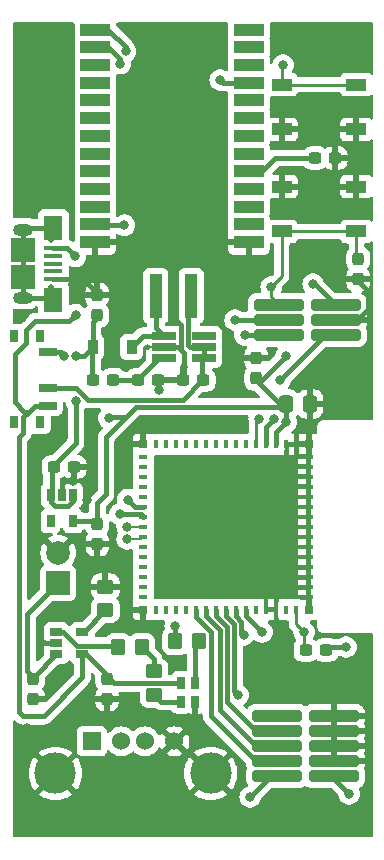
<source format=gbr>
%TF.GenerationSoftware,KiCad,Pcbnew,6.0.7-f9a2dced07~116~ubuntu20.04.1*%
%TF.CreationDate,2022-09-04T18:40:54+02:00*%
%TF.ProjectId,USBRadio,55534252-6164-4696-9f2e-6b696361645f,rev?*%
%TF.SameCoordinates,Original*%
%TF.FileFunction,Copper,L1,Top*%
%TF.FilePolarity,Positive*%
%FSLAX46Y46*%
G04 Gerber Fmt 4.6, Leading zero omitted, Abs format (unit mm)*
G04 Created by KiCad (PCBNEW 6.0.7-f9a2dced07~116~ubuntu20.04.1) date 2022-09-04 18:40:54*
%MOMM*%
%LPD*%
G01*
G04 APERTURE LIST*
G04 Aperture macros list*
%AMRoundRect*
0 Rectangle with rounded corners*
0 $1 Rounding radius*
0 $2 $3 $4 $5 $6 $7 $8 $9 X,Y pos of 4 corners*
0 Add a 4 corners polygon primitive as box body*
4,1,4,$2,$3,$4,$5,$6,$7,$8,$9,$2,$3,0*
0 Add four circle primitives for the rounded corners*
1,1,$1+$1,$2,$3*
1,1,$1+$1,$4,$5*
1,1,$1+$1,$6,$7*
1,1,$1+$1,$8,$9*
0 Add four rect primitives between the rounded corners*
20,1,$1+$1,$2,$3,$4,$5,0*
20,1,$1+$1,$4,$5,$6,$7,0*
20,1,$1+$1,$6,$7,$8,$9,0*
20,1,$1+$1,$8,$9,$2,$3,0*%
%AMFreePoly0*
4,1,6,0.600000,-0.600000,-0.600000,-0.600000,-0.600000,0.000000,0.000000,0.600000,0.600000,0.600000,0.600000,-0.600000,0.600000,-0.600000,$1*%
G04 Aperture macros list end*
%TA.AperFunction,SMDPad,CuDef*%
%ADD10R,0.720000X1.000000*%
%TD*%
%TA.AperFunction,SMDPad,CuDef*%
%ADD11RoundRect,0.250000X-0.450000X0.350000X-0.450000X-0.350000X0.450000X-0.350000X0.450000X0.350000X0*%
%TD*%
%TA.AperFunction,SMDPad,CuDef*%
%ADD12RoundRect,0.250000X-0.350000X-0.450000X0.350000X-0.450000X0.350000X0.450000X-0.350000X0.450000X0*%
%TD*%
%TA.AperFunction,SMDPad,CuDef*%
%ADD13RoundRect,0.237500X-0.300000X-0.237500X0.300000X-0.237500X0.300000X0.237500X-0.300000X0.237500X0*%
%TD*%
%TA.AperFunction,SMDPad,CuDef*%
%ADD14RoundRect,0.237500X-0.237500X0.300000X-0.237500X-0.300000X0.237500X-0.300000X0.237500X0.300000X0*%
%TD*%
%TA.AperFunction,SMDPad,CuDef*%
%ADD15RoundRect,0.237500X0.237500X-0.300000X0.237500X0.300000X-0.237500X0.300000X-0.237500X-0.300000X0*%
%TD*%
%TA.AperFunction,SMDPad,CuDef*%
%ADD16R,1.650000X0.400000*%
%TD*%
%TA.AperFunction,ComponentPad*%
%ADD17C,0.500000*%
%TD*%
%TA.AperFunction,SMDPad,CuDef*%
%ADD18R,1.600000X2.100000*%
%TD*%
%TA.AperFunction,SMDPad,CuDef*%
%ADD19R,2.000000X2.000000*%
%TD*%
%TA.AperFunction,ComponentPad*%
%ADD20O,1.700000X1.000000*%
%TD*%
%TA.AperFunction,SMDPad,CuDef*%
%ADD21RoundRect,0.250000X0.450000X-0.350000X0.450000X0.350000X-0.450000X0.350000X-0.450000X-0.350000X0*%
%TD*%
%TA.AperFunction,SMDPad,CuDef*%
%ADD22R,0.800000X1.000000*%
%TD*%
%TA.AperFunction,SMDPad,CuDef*%
%ADD23R,1.500000X0.700000*%
%TD*%
%TA.AperFunction,SMDPad,CuDef*%
%ADD24R,0.650000X1.060000*%
%TD*%
%TA.AperFunction,SMDPad,CuDef*%
%ADD25R,1.060000X0.650000*%
%TD*%
%TA.AperFunction,SMDPad,CuDef*%
%ADD26RoundRect,0.250000X0.350000X0.450000X-0.350000X0.450000X-0.350000X-0.450000X0.350000X-0.450000X0*%
%TD*%
%TA.AperFunction,SMDPad,CuDef*%
%ADD27R,0.400000X0.800000*%
%TD*%
%TA.AperFunction,SMDPad,CuDef*%
%ADD28R,0.800000X0.400000*%
%TD*%
%TA.AperFunction,SMDPad,CuDef*%
%ADD29R,1.200000X1.200000*%
%TD*%
%TA.AperFunction,SMDPad,CuDef*%
%ADD30R,0.800000X0.800000*%
%TD*%
%TA.AperFunction,SMDPad,CuDef*%
%ADD31FreePoly0,270.000000*%
%TD*%
%TA.AperFunction,SMDPad,CuDef*%
%ADD32R,0.900000X1.200000*%
%TD*%
%TA.AperFunction,SMDPad,CuDef*%
%ADD33RoundRect,0.147059X1.952941X0.352941X-1.952941X0.352941X-1.952941X-0.352941X1.952941X-0.352941X0*%
%TD*%
%TA.AperFunction,SMDPad,CuDef*%
%ADD34RoundRect,0.250000X1.850000X0.250000X-1.850000X0.250000X-1.850000X-0.250000X1.850000X-0.250000X0*%
%TD*%
%TA.AperFunction,SMDPad,CuDef*%
%ADD35RoundRect,0.147059X-1.952941X-0.352941X1.952941X-0.352941X1.952941X0.352941X-1.952941X0.352941X0*%
%TD*%
%TA.AperFunction,SMDPad,CuDef*%
%ADD36RoundRect,0.250000X-1.850000X-0.250000X1.850000X-0.250000X1.850000X0.250000X-1.850000X0.250000X0*%
%TD*%
%TA.AperFunction,SMDPad,CuDef*%
%ADD37RoundRect,0.237500X0.300000X0.237500X-0.300000X0.237500X-0.300000X-0.237500X0.300000X-0.237500X0*%
%TD*%
%TA.AperFunction,SMDPad,CuDef*%
%ADD38R,1.700000X1.000000*%
%TD*%
%TA.AperFunction,SMDPad,CuDef*%
%ADD39R,2.000000X0.650000*%
%TD*%
%TA.AperFunction,SMDPad,CuDef*%
%ADD40RoundRect,0.250000X-0.337500X-0.475000X0.337500X-0.475000X0.337500X0.475000X-0.337500X0.475000X0*%
%TD*%
%TA.AperFunction,SMDPad,CuDef*%
%ADD41R,2.500000X1.100000*%
%TD*%
%TA.AperFunction,ComponentPad*%
%ADD42R,1.524000X1.524000*%
%TD*%
%TA.AperFunction,ComponentPad*%
%ADD43C,1.524000*%
%TD*%
%TA.AperFunction,ComponentPad*%
%ADD44C,3.500000*%
%TD*%
%TA.AperFunction,SMDPad,CuDef*%
%ADD45R,1.100000X3.700000*%
%TD*%
%TA.AperFunction,ComponentPad*%
%ADD46R,2.000000X2.000000*%
%TD*%
%TA.AperFunction,ComponentPad*%
%ADD47C,2.000000*%
%TD*%
%TA.AperFunction,ViaPad*%
%ADD48C,0.800000*%
%TD*%
%TA.AperFunction,Conductor*%
%ADD49C,0.400000*%
%TD*%
%TA.AperFunction,Conductor*%
%ADD50C,0.250000*%
%TD*%
%TA.AperFunction,Conductor*%
%ADD51C,0.200000*%
%TD*%
G04 APERTURE END LIST*
D10*
%TO.P,D2,1,A1*%
%TO.N,Net-(D2-Pad1)*%
X121342000Y-91420000D03*
%TO.P,D2,2,K1*%
%TO.N,GND*%
X121342000Y-93020000D03*
%TO.P,D2,3,K2*%
%TO.N,Net-(D2-Pad3)*%
X120162000Y-93020000D03*
%TO.P,D2,4,A2*%
%TO.N,VBUS*%
X120162000Y-91420000D03*
%TD*%
D11*
%TO.P,R5,1*%
%TO.N,Net-(R5-Pad1)*%
X117856000Y-90456000D03*
%TO.P,R5,2*%
%TO.N,Net-(D2-Pad3)*%
X117856000Y-92456000D03*
%TD*%
D12*
%TO.P,R6,1*%
%TO.N,CEN*%
X114824000Y-88392000D03*
%TO.P,R6,2*%
%TO.N,Net-(R5-Pad1)*%
X116824000Y-88392000D03*
%TD*%
D13*
%TO.P,C1,1*%
%TO.N,VBUSOut*%
X109373500Y-73152000D03*
%TO.P,C1,2*%
%TO.N,GND*%
X111098500Y-73152000D03*
%TD*%
D14*
%TO.P,C3,1*%
%TO.N,3_3V*%
X113045200Y-77947060D03*
%TO.P,C3,2*%
%TO.N,GND*%
X113045200Y-79672060D03*
%TD*%
D15*
%TO.P,C8,1*%
%TO.N,GND*%
X113873280Y-92789020D03*
%TO.P,C8,2*%
%TO.N,VBUS*%
X113873280Y-91064020D03*
%TD*%
D14*
%TO.P,C9,1*%
%TO.N,BatteryPower*%
X107609640Y-91069100D03*
%TO.P,C9,2*%
%TO.N,GND*%
X107609640Y-92794100D03*
%TD*%
D16*
%TO.P,J1,1,VBUS*%
%TO.N,VBUS*%
X109285640Y-54632680D03*
%TO.P,J1,2,D-*%
%TO.N,unconnected-(J1-Pad2)*%
X109285640Y-55282680D03*
%TO.P,J1,3,D+*%
%TO.N,unconnected-(J1-Pad3)*%
X109285640Y-55932680D03*
%TO.P,J1,4,ID*%
%TO.N,unconnected-(J1-Pad4)*%
X109285640Y-56582680D03*
%TO.P,J1,5,GND*%
%TO.N,GND*%
X109285640Y-57232680D03*
D17*
%TO.P,J1,6,Shield*%
%TO.N,unconnected-(J1-Pad6)*%
X109120640Y-53932680D03*
D18*
X109320640Y-59032680D03*
D19*
X106720640Y-54782680D03*
D18*
X109335640Y-52882680D03*
D20*
X106770640Y-53057680D03*
X106770640Y-58807680D03*
D19*
X106720640Y-57082680D03*
D17*
X109120640Y-57932680D03*
%TD*%
D21*
%TO.P,R4,1*%
%TO.N,Net-(R4-Pad1)*%
X113731040Y-85270960D03*
%TO.P,R4,2*%
%TO.N,GND*%
X113731040Y-83270960D03*
%TD*%
D22*
%TO.P,SW1,*%
%TO.N,*%
X108196600Y-69348360D03*
X108196600Y-62048360D03*
X105986600Y-62048360D03*
X105986600Y-69348360D03*
D23*
%TO.P,SW1,1,A*%
%TO.N,BatteryPower*%
X108846600Y-63448360D03*
%TO.P,SW1,2,B*%
%TO.N,SelectedPower*%
X108846600Y-66448360D03*
%TO.P,SW1,3,C*%
%TO.N,VBUS*%
X108846600Y-67948360D03*
%TD*%
D24*
%TO.P,U2,1,IN*%
%TO.N,VBUSOut*%
X110998000Y-75524000D03*
%TO.P,U2,2,GND*%
%TO.N,GND*%
X110048000Y-75524000D03*
%TO.P,U2,3,EN*%
%TO.N,VBUSOut*%
X109098000Y-75524000D03*
%TO.P,U2,4,NC*%
%TO.N,unconnected-(U2-Pad4)*%
X109098000Y-77724000D03*
%TO.P,U2,5,OUT*%
%TO.N,3_3V*%
X110998000Y-77724000D03*
%TD*%
D25*
%TO.P,U4,1,CEN*%
%TO.N,CEN*%
X109588120Y-87110640D03*
%TO.P,U4,2,VSS*%
%TO.N,GND*%
X109588120Y-88060640D03*
%TO.P,U4,3,VBAT*%
%TO.N,BatteryPower*%
X109588120Y-89010640D03*
%TO.P,U4,4,VDD*%
%TO.N,VBUS*%
X111788120Y-89010640D03*
%TO.P,U4,5,PROG*%
%TO.N,Net-(R4-Pad1)*%
X111788120Y-87110640D03*
%TD*%
D26*
%TO.P,R1,1*%
%TO.N,Net-(D2-Pad1)*%
X121650000Y-87884000D03*
%TO.P,R1,2*%
%TO.N,LED*%
X119650000Y-87884000D03*
%TD*%
D27*
%TO.P,U5,1,GND*%
%TO.N,GND*%
X129892000Y-71232000D03*
%TO.P,U5,2,GND*%
X129042000Y-71232000D03*
%TO.P,U5,3,3V3*%
%TO.N,3_3V*%
X128192000Y-71232000D03*
%TO.P,U5,4,GPIO0/BOOT*%
%TO.N,BOOT*%
X127342000Y-71232000D03*
%TO.P,U5,5,GPIO1/TOUCH1/ADC1_CH0*%
%TO.N,Net-(SW4-Pad1)*%
X126492000Y-71232000D03*
%TO.P,U5,6,GPIO2/TOUCH2/ADC1_CH1*%
%TO.N,unconnected-(U5-Pad6)*%
X125642000Y-71232000D03*
%TO.P,U5,7,GPIO3/TOUCH3/ADC1_CH2*%
%TO.N,unconnected-(U5-Pad7)*%
X124792000Y-71232000D03*
%TO.P,U5,8,GPIO4/TOUCH4/ADC1_CH3*%
%TO.N,unconnected-(U5-Pad8)*%
X123942000Y-71232000D03*
%TO.P,U5,9,GPIO5/TOUCH5/ADC1_CH4*%
%TO.N,unconnected-(U5-Pad9)*%
X123092000Y-71232000D03*
%TO.P,U5,10,GPIO6/TOUCH6/ADC1_CH5*%
%TO.N,unconnected-(U5-Pad10)*%
X122242000Y-71232000D03*
%TO.P,U5,11,GPIO7/TOUCH7/ADC1_CH6*%
%TO.N,unconnected-(U5-Pad11)*%
X121392000Y-71232000D03*
%TO.P,U5,12,GPIO8/TOUCH8/ADC1_CH7/SUBSPICS1*%
%TO.N,unconnected-(U5-Pad12)*%
X120542000Y-71232000D03*
%TO.P,U5,13,GPIO9/TOUCH9/ADC1_CH8/FSPIHD/SUBSPIHD*%
%TO.N,unconnected-(U5-Pad13)*%
X119692000Y-71232000D03*
%TO.P,U5,14,GPIO10/TOUCH10/ADC1_CH9/FSPICS0/FSPIIO4/SUBSPICS0*%
%TO.N,unconnected-(U5-Pad14)*%
X118842000Y-71232000D03*
%TO.P,U5,15,GPIO11/TOUCH11/ADC2_CH0/FSPID/FSPIIO5/SUBSPID*%
%TO.N,unconnected-(U5-Pad15)*%
X117992000Y-71232000D03*
D28*
%TO.P,U5,16,GPIO12/TOUCH12/ADC2_CH1/FSPICLK/FSPIIO6/SUBSPICLK*%
%TO.N,unconnected-(U5-Pad16)*%
X116942000Y-72282000D03*
%TO.P,U5,17,GPIO13/TOUCH13/ADC2_CH2/FSPIQ/FSPIIO7/SUBSPIQ*%
%TO.N,unconnected-(U5-Pad17)*%
X116942000Y-73132000D03*
%TO.P,U5,18,GPIO14/TOUCH14/ADC2_CH3/FSPIWP/FSPIDQS/SUBSPIWP*%
%TO.N,unconnected-(U5-Pad18)*%
X116942000Y-73982000D03*
%TO.P,U5,19,GPIO15/U0RTS/ADC2_CH4/XTAL_32K_P*%
%TO.N,unconnected-(U5-Pad19)*%
X116942000Y-74832000D03*
%TO.P,U5,20,GPIO16/U0CTS/ADC2_CH5/XTAL_32K_NH5*%
%TO.N,unconnected-(U5-Pad20)*%
X116942000Y-75682000D03*
%TO.P,U5,21,GPIO17/U1TXD/ADC2_CH6*%
%TO.N,/MCU/U1TXD*%
X116942000Y-76532000D03*
%TO.P,U5,22,GPIO18/U1RXD/ADC2_CH7/CLK_OUT3*%
%TO.N,/MCU/U1RXD*%
X116942000Y-77382000D03*
%TO.P,U5,23,GPIO19/U1RTS/ADC2_CH8/CLK_OUT2/USB_D-*%
%TO.N,/MCU/USB_D-*%
X116942000Y-78232000D03*
%TO.P,U5,24,GPIO20/U1CTS/ADC2_CH9/CLK_OUT1/USB_D+*%
%TO.N,/MCU/USB_D+*%
X116942000Y-79082000D03*
%TO.P,U5,25,GPIO21*%
%TO.N,unconnected-(U5-Pad25)*%
X116942000Y-79932000D03*
%TO.P,U5,26,GPIO26*%
%TO.N,unconnected-(U5-Pad26)*%
X116942000Y-80782000D03*
%TO.P,U5,27,GPIO47/SPICLK_P/SUBSPICLK_P_DIFF*%
%TO.N,unconnected-(U5-Pad27)*%
X116942000Y-81632000D03*
%TO.P,U5,28,SPIIO4/GPIO33/FSPIHD/SUBSPIHD*%
%TO.N,unconnected-(U5-Pad28)*%
X116942000Y-82482000D03*
%TO.P,U5,29,SPIIO5/GPIO34/FSPICS0/SUBSPICS0*%
%TO.N,unconnected-(U5-Pad29)*%
X116942000Y-83332000D03*
%TO.P,U5,30,GPIO48/SPICLK_N/SUBSPICLK_N_DIFF*%
%TO.N,unconnected-(U5-Pad30)*%
X116942000Y-84182000D03*
D27*
%TO.P,U5,31,SPIIO6/GPIO35/FSPID/SUBSPID*%
%TO.N,unconnected-(U5-Pad31)*%
X117992000Y-85232000D03*
%TO.P,U5,32,SPIIO7/GPIO36/FSPICLK/SUBSPICLK*%
%TO.N,unconnected-(U5-Pad32)*%
X118842000Y-85232000D03*
%TO.P,U5,33,SPIDQS/GPIO37/FSPIQ/SUBSPIQ*%
%TO.N,unconnected-(U5-Pad33)*%
X119692000Y-85232000D03*
%TO.P,U5,34,GPIO38/FSPIWP/SUBSPIWP*%
%TO.N,unconnected-(U5-Pad34)*%
X120542000Y-85232000D03*
%TO.P,U5,35,MTCK/GPIO39/CLK_OUT3/SUBSPICS1*%
%TO.N,/MCU/TCK*%
X121392000Y-85232000D03*
%TO.P,U5,36,MTDO/GPIO40/CLK_OUT2*%
%TO.N,/MCU/TDO*%
X122242000Y-85232000D03*
%TO.P,U5,37,MTDI/GPIO41/CLK_OUT1*%
%TO.N,/MCU/TDI*%
X123092000Y-85232000D03*
%TO.P,U5,38,MTMS/GPIO42*%
%TO.N,/MCU/TMS*%
X123942000Y-85232000D03*
%TO.P,U5,39,U0TXD/GPIO43/CLK_OUT1*%
%TO.N,/MCU/U0TXD*%
X124792000Y-85232000D03*
%TO.P,U5,40,U0RXD/GPIO44/CLK_OUT2*%
%TO.N,/MCU/U0RXD*%
X125642000Y-85232000D03*
%TO.P,U5,41,GPIO45*%
%TO.N,unconnected-(U5-Pad41)*%
X126492000Y-85232000D03*
%TO.P,U5,42,GND*%
%TO.N,GND*%
X127342000Y-85232000D03*
%TO.P,U5,43,GND*%
X128192000Y-85232000D03*
%TO.P,U5,44,GPIO46*%
%TO.N,unconnected-(U5-Pad44)*%
X129042000Y-85232000D03*
%TO.P,U5,45,EN*%
%TO.N,ENABLE*%
X129892000Y-85232000D03*
D28*
%TO.P,U5,46,GND*%
%TO.N,GND*%
X130942000Y-80782000D03*
X130942000Y-84182000D03*
D29*
X123942000Y-79882000D03*
X125592000Y-78232000D03*
D28*
X130942000Y-73132000D03*
X130942000Y-74832000D03*
D30*
X116942000Y-85232000D03*
X130942000Y-85232000D03*
D28*
X130942000Y-77382000D03*
D29*
X125592000Y-79882000D03*
D28*
X130942000Y-73982000D03*
X130942000Y-72282000D03*
D29*
X122292000Y-78232000D03*
X122292000Y-76582000D03*
X123942000Y-76582000D03*
X123942000Y-78232000D03*
D30*
X130942000Y-71232000D03*
D28*
X130942000Y-79932000D03*
X130942000Y-78232000D03*
D29*
X122292000Y-79882000D03*
D28*
X130942000Y-83332000D03*
D30*
X116942000Y-71232000D03*
D28*
X130942000Y-82482000D03*
X130942000Y-75682000D03*
D31*
X125592000Y-76582000D03*
D28*
X130942000Y-79082000D03*
X130942000Y-76532000D03*
X130942000Y-81632000D03*
%TD*%
D32*
%TO.P,D1,1,K*%
%TO.N,VBUSOut*%
X112650000Y-62992000D03*
%TO.P,D1,2,A*%
%TO.N,Net-(D1-Pad2)*%
X115950000Y-62992000D03*
%TD*%
D33*
%TO.P,J4,1,Pin_1*%
%TO.N,3_3V*%
X133096000Y-99314000D03*
D34*
%TO.P,J4,2,Pin_2*%
%TO.N,/MCU/TMS*%
X128270000Y-99314000D03*
%TO.P,J4,3,Pin_3*%
%TO.N,GND*%
X133096000Y-98044000D03*
%TO.P,J4,4,Pin_4*%
%TO.N,/MCU/TCK*%
X128270000Y-98044000D03*
%TO.P,J4,5,Pin_5*%
%TO.N,GND*%
X133096000Y-96774000D03*
%TO.P,J4,6,Pin_6*%
%TO.N,/MCU/TDO*%
X128270000Y-96774000D03*
%TO.P,J4,7,Pin_7*%
%TO.N,GND*%
X133096000Y-95504000D03*
%TO.P,J4,8,Pin_8*%
%TO.N,/MCU/TDI*%
X128270000Y-95504000D03*
%TO.P,J4,9,Pin_9*%
%TO.N,GND*%
X133096000Y-94234000D03*
%TO.P,J4,10,Pin_10*%
%TO.N,unconnected-(J4-Pad10)*%
X128270000Y-94234000D03*
%TD*%
D13*
%TO.P,R8,1*%
%TO.N,ENABLE*%
X130709500Y-88646000D03*
%TO.P,R8,2*%
%TO.N,3_3V*%
X132434500Y-88646000D03*
%TD*%
D35*
%TO.P,J2,1,Pin_1*%
%TO.N,ENABLE*%
X128432000Y-59436000D03*
D36*
%TO.P,J2,2,Pin_2*%
%TO.N,3_3V*%
X133258000Y-59436000D03*
%TO.P,J2,3,Pin_3*%
%TO.N,/MCU/U0TXD*%
X128432000Y-60706000D03*
%TO.P,J2,4,Pin_4*%
%TO.N,GND*%
X133258000Y-60706000D03*
%TO.P,J2,5,Pin_5*%
%TO.N,/MCU/U0RXD*%
X128432000Y-61976000D03*
%TO.P,J2,6,Pin_6*%
%TO.N,BOOT*%
X133258000Y-61976000D03*
%TD*%
D37*
%TO.P,C14,1*%
%TO.N,SelectedPower*%
X122020500Y-65786000D03*
%TO.P,C14,2*%
%TO.N,GND*%
X120295500Y-65786000D03*
%TD*%
D38*
%TO.P,SW4,1,1*%
%TO.N,Net-(SW4-Pad1)*%
X134976000Y-40772000D03*
X128676000Y-40772000D03*
%TO.P,SW4,2,2*%
%TO.N,GND*%
X134976000Y-44572000D03*
X128676000Y-44572000D03*
%TD*%
D39*
%TO.P,U1,1,LX*%
%TO.N,Net-(D1-Pad2)*%
X118686000Y-62042000D03*
%TO.P,U1,2,GND*%
%TO.N,GND*%
X118686000Y-62992000D03*
%TO.P,U1,3,FB*%
%TO.N,Net-(R2-Pad1)*%
X118686000Y-63942000D03*
%TO.P,U1,4,EN*%
%TO.N,SelectedPower*%
X122106000Y-63942000D03*
%TO.P,U1,5,IN*%
X122106000Y-62992000D03*
%TO.P,U1,6,NC*%
%TO.N,unconnected-(U1-Pad6)*%
X122106000Y-62042000D03*
%TD*%
D40*
%TO.P,C12,1*%
%TO.N,3_3V*%
X129010500Y-67818000D03*
%TO.P,C12,2*%
%TO.N,GND*%
X131085500Y-67818000D03*
%TD*%
D41*
%TO.P,U6,1,TxD*%
%TO.N,/MCU/U1RXD*%
X112880000Y-36118000D03*
%TO.P,U6,2,RxD*%
%TO.N,/MCU/U1TXD*%
X112880000Y-37618000D03*
%TO.P,U6,3,3*%
%TO.N,unconnected-(U6-Pad3)*%
X112880000Y-39118000D03*
%TO.P,U6,4,4*%
%TO.N,unconnected-(U6-Pad4)*%
X112880000Y-40618000D03*
%TO.P,U6,5,5*%
%TO.N,unconnected-(U6-Pad5)*%
X112880000Y-42118000D03*
%TO.P,U6,6,6*%
%TO.N,unconnected-(U6-Pad6)*%
X112880000Y-43618000D03*
%TO.P,U6,7,7*%
%TO.N,unconnected-(U6-Pad7)*%
X112880000Y-45118000D03*
%TO.P,U6,8,8*%
%TO.N,unconnected-(U6-Pad8)*%
X112880000Y-46618000D03*
%TO.P,U6,9,9*%
%TO.N,unconnected-(U6-Pad9)*%
X112880000Y-48118000D03*
%TO.P,U6,10,10*%
%TO.N,unconnected-(U6-Pad10)*%
X112880000Y-49618000D03*
%TO.P,U6,11,RST*%
%TO.N,unconnected-(U6-Pad11)*%
X112880000Y-51118000D03*
%TO.P,U6,12,VCC*%
%TO.N,3_3V*%
X112880000Y-52618000D03*
%TO.P,U6,13,GND*%
%TO.N,GND*%
X112880000Y-54118000D03*
%TO.P,U6,14,LEDCON*%
X125880000Y-54118000D03*
%TO.P,U6,15,KEY-*%
%TO.N,unconnected-(U6-Pad15)*%
X125880000Y-52618000D03*
%TO.P,U6,16,LED*%
%TO.N,unconnected-(U6-Pad16)*%
X125880000Y-51118000D03*
%TO.P,U6,17,STATUS*%
%TO.N,unconnected-(U6-Pad17)*%
X125880000Y-49618000D03*
%TO.P,U6,18,KEY+*%
%TO.N,Net-(R7-Pad2)*%
X125880000Y-48118000D03*
%TO.P,U6,19,19*%
%TO.N,unconnected-(U6-Pad19)*%
X125880000Y-46618000D03*
%TO.P,U6,20,20*%
%TO.N,unconnected-(U6-Pad20)*%
X125880000Y-45118000D03*
%TO.P,U6,21,21*%
%TO.N,unconnected-(U6-Pad21)*%
X125880000Y-43618000D03*
%TO.P,U6,22,22*%
%TO.N,unconnected-(U6-Pad22)*%
X125880000Y-42118000D03*
%TO.P,U6,23,LED*%
%TO.N,LED*%
X125880000Y-40618000D03*
%TO.P,U6,24,STATUS*%
%TO.N,unconnected-(U6-Pad24)*%
X125880000Y-39118000D03*
%TO.P,U6,25,25*%
%TO.N,unconnected-(U6-Pad25)*%
X125880000Y-37618000D03*
%TO.P,U6,26,KEY+*%
%TO.N,unconnected-(U6-Pad26)*%
X125880000Y-36118000D03*
%TD*%
D37*
%TO.P,R3,1*%
%TO.N,GND*%
X118210500Y-65786000D03*
%TO.P,R3,2*%
%TO.N,Net-(R2-Pad1)*%
X116485500Y-65786000D03*
%TD*%
D42*
%TO.P,J3,1,VBUS*%
%TO.N,VBUSOut*%
X112578000Y-96380500D03*
D43*
%TO.P,J3,2,D-*%
%TO.N,/MCU/USB_D-*%
X115078000Y-96380500D03*
%TO.P,J3,3,D+*%
%TO.N,/MCU/USB_D+*%
X117078000Y-96380500D03*
%TO.P,J3,4,GND*%
%TO.N,GND*%
X119578000Y-96380500D03*
D44*
%TO.P,J3,5,Shield*%
X122648000Y-99090500D03*
X109508000Y-99090500D03*
%TD*%
D38*
%TO.P,SW5,1,1*%
%TO.N,GND*%
X134976000Y-49408000D03*
X128676000Y-49408000D03*
%TO.P,SW5,2,2*%
%TO.N,ENABLE*%
X134976000Y-53208000D03*
X128676000Y-53208000D03*
%TD*%
D15*
%TO.P,C2,1*%
%TO.N,GND*%
X135128000Y-57250500D03*
%TO.P,C2,2*%
%TO.N,ENABLE*%
X135128000Y-55525500D03*
%TD*%
D37*
%TO.P,R7,1*%
%TO.N,GND*%
X133196500Y-46990000D03*
%TO.P,R7,2*%
%TO.N,Net-(R7-Pad2)*%
X131471500Y-46990000D03*
%TD*%
D15*
%TO.P,C13,1*%
%TO.N,3_3V*%
X126492000Y-65632500D03*
%TO.P,C13,2*%
%TO.N,GND*%
X126492000Y-63907500D03*
%TD*%
D45*
%TO.P,L1,1,1*%
%TO.N,SelectedPower*%
X121000000Y-58674000D03*
%TO.P,L1,2,2*%
%TO.N,Net-(D1-Pad2)*%
X118000000Y-58674000D03*
%TD*%
D15*
%TO.P,C4,1*%
%TO.N,VBUSOut*%
X113030000Y-60298500D03*
%TO.P,C4,2*%
%TO.N,GND*%
X113030000Y-58573500D03*
%TD*%
D37*
%TO.P,R2,1*%
%TO.N,Net-(R2-Pad1)*%
X114400500Y-65786000D03*
%TO.P,R2,2*%
%TO.N,VBUSOut*%
X112675500Y-65786000D03*
%TD*%
D46*
%TO.P,BT1,1,+*%
%TO.N,BatteryPower*%
X109743240Y-82961480D03*
D47*
%TO.P,BT1,2,-*%
%TO.N,GND*%
X109743240Y-80421480D03*
%TD*%
D48*
%TO.N,BatteryPower*%
X110252497Y-63754000D03*
%TO.N,GND*%
X134508240Y-42768520D03*
X135128000Y-65278000D03*
X133451600Y-91694000D03*
X131750000Y-92250000D03*
X111250000Y-94390000D03*
X111950000Y-83590000D03*
X115750000Y-71000000D03*
X108132880Y-71120000D03*
X107080000Y-95250000D03*
X108793280Y-85531960D03*
X129460000Y-80750000D03*
X129450000Y-79080000D03*
X119000000Y-55750000D03*
X112500000Y-101750000D03*
X132250000Y-101500000D03*
X112160000Y-75930000D03*
X111020000Y-74370000D03*
X129450000Y-75750000D03*
X110000000Y-37250000D03*
X126500000Y-91250000D03*
X122000000Y-75000000D03*
X128750000Y-92250000D03*
X130500000Y-42672000D03*
X133250000Y-51750000D03*
X117750000Y-45000000D03*
X121750000Y-95750000D03*
X128500000Y-101500000D03*
X115750000Y-60500000D03*
X130500000Y-51750000D03*
X106640000Y-60560000D03*
X120500000Y-52000000D03*
X111864010Y-81805296D03*
X107250000Y-50250000D03*
X117750000Y-52000000D03*
X129500000Y-82500000D03*
X128750000Y-83750000D03*
X128750000Y-72750000D03*
X120500000Y-79750000D03*
X123500000Y-75000000D03*
X110250000Y-50250000D03*
X122000000Y-81500000D03*
X118000000Y-99500000D03*
X129450000Y-77400000D03*
X120500000Y-45000000D03*
X119760000Y-89780000D03*
X122500000Y-36750000D03*
X133500000Y-68000000D03*
X118280000Y-66640500D03*
X108500000Y-43250000D03*
X131750000Y-65250000D03*
X129400000Y-74000000D03*
X126000000Y-56750000D03*
X109690000Y-90480000D03*
X122060000Y-69560000D03*
X107750000Y-83000000D03*
X107250000Y-37250000D03*
X117750000Y-36750000D03*
X107750000Y-77250000D03*
X120500000Y-77000000D03*
X123500000Y-81500000D03*
X130550920Y-39151560D03*
X114500000Y-99500000D03*
%TO.N,VBUSOut*%
X111252000Y-67564000D03*
X111252000Y-63754000D03*
%TO.N,ENABLE*%
X130556000Y-87122000D03*
X127762000Y-57912000D03*
%TO.N,3_3V*%
X131318000Y-57658000D03*
X134366000Y-100838000D03*
X134112000Y-88392000D03*
X115350000Y-52680000D03*
X129032000Y-63754000D03*
X114000000Y-69000000D03*
X129032000Y-69342000D03*
%TO.N,VBUS*%
X111205000Y-60245000D03*
X111190000Y-55320000D03*
%TO.N,/MCU/U0TXD*%
X125443500Y-87376000D03*
X124714000Y-60706000D03*
%TO.N,/MCU/U0RXD*%
X125513500Y-61976000D03*
X127000000Y-87122000D03*
%TO.N,BOOT*%
X128524000Y-65786000D03*
X128016000Y-69088000D03*
%TO.N,/MCU/USB_D-*%
X115570000Y-78232000D03*
%TO.N,/MCU/USB_D+*%
X115570000Y-79248000D03*
%TO.N,/MCU/TMS*%
X124968000Y-92456000D03*
X125984000Y-101092000D03*
%TO.N,Net-(SW4-Pad1)*%
X128778000Y-39116000D03*
X126746000Y-69088000D03*
%TO.N,/MCU/U1TXD*%
X115630000Y-75920000D03*
X115000000Y-39000000D03*
%TO.N,/MCU/U1RXD*%
X115445814Y-37953150D03*
X114930000Y-77160000D03*
%TO.N,LED*%
X119634000Y-86614000D03*
X123444000Y-40386000D03*
%TD*%
D49*
%TO.N,BatteryPower*%
X107609640Y-90894100D02*
X107704660Y-90894100D01*
X109946857Y-63448360D02*
X108846600Y-63448360D01*
X109743240Y-82961480D02*
X107127040Y-85577680D01*
X110252497Y-63754000D02*
X109946857Y-63448360D01*
X107127040Y-90411500D02*
X107609640Y-90894100D01*
X107127040Y-85577680D02*
X107127040Y-90411500D01*
X107704660Y-90894100D02*
X109588120Y-89010640D01*
%TO.N,GND*%
X119861000Y-62992000D02*
X120383000Y-63514000D01*
X118260500Y-65786000D02*
X118260500Y-66621000D01*
X110048000Y-74594000D02*
X110048000Y-75524000D01*
X120106000Y-62972000D02*
X120106000Y-61106000D01*
X120106000Y-61106000D02*
X119500000Y-60500000D01*
X133258000Y-60706000D02*
X135007239Y-60706000D01*
X118260500Y-66621000D02*
X118280000Y-66640500D01*
X135007239Y-60706000D02*
X135950000Y-59763239D01*
X111844179Y-57212679D02*
X109285640Y-57212679D01*
X111020000Y-74370000D02*
X110272000Y-74370000D01*
X120383000Y-63514000D02*
X120383000Y-65786000D01*
X110272000Y-74370000D02*
X110048000Y-74594000D01*
X113030000Y-58398500D02*
X111844179Y-57212679D01*
X135950000Y-58247500D02*
X135128000Y-57425500D01*
X108658120Y-88060640D02*
X108623720Y-88026240D01*
X109588120Y-88060640D02*
X108658120Y-88060640D01*
X111020000Y-73405500D02*
X111273500Y-73152000D01*
X118686000Y-62992000D02*
X119861000Y-62992000D01*
X118260500Y-65786000D02*
X120383000Y-65786000D01*
X135950000Y-59763239D02*
X135950000Y-58247500D01*
X118686000Y-62992000D02*
X120086000Y-62992000D01*
X111020000Y-74370000D02*
X111020000Y-73405500D01*
X120086000Y-62992000D02*
X120106000Y-62972000D01*
%TO.N,SelectedPower*%
X120706000Y-58968000D02*
X120706000Y-62794000D01*
X120279000Y-67440000D02*
X121933000Y-65786000D01*
X116115472Y-67440000D02*
X120279000Y-67440000D01*
X108938040Y-66453560D02*
X111272931Y-66453560D01*
X121000000Y-58674000D02*
X120706000Y-58968000D01*
X111272931Y-66453560D02*
X112279371Y-67460000D01*
X120706000Y-62794000D02*
X120904000Y-62992000D01*
X122106000Y-62992000D02*
X122106000Y-63942000D01*
X121933000Y-65786000D02*
X121933000Y-64115000D01*
X116095472Y-67460000D02*
X116115472Y-67440000D01*
X121933000Y-64115000D02*
X122106000Y-63942000D01*
X120904000Y-62992000D02*
X122106000Y-62992000D01*
X112279371Y-67460000D02*
X116095472Y-67460000D01*
%TO.N,VBUSOut*%
X111252000Y-63754000D02*
X111888000Y-63754000D01*
X111888000Y-63754000D02*
X112650000Y-62992000D01*
X109198500Y-75423500D02*
X109098000Y-75524000D01*
X109198500Y-73152000D02*
X111252000Y-71098500D01*
X110998000Y-75524000D02*
X110998000Y-76002000D01*
X111252000Y-71098500D02*
X111252000Y-67564000D01*
X112625500Y-65786000D02*
X112625500Y-63016500D01*
X112625500Y-63016500D02*
X112650000Y-62992000D01*
X109474000Y-76454000D02*
X109098000Y-76078000D01*
X110998000Y-76002000D02*
X110546000Y-76454000D01*
X109198500Y-73152000D02*
X109198500Y-75423500D01*
X110546000Y-76454000D02*
X109474000Y-76454000D01*
X112650000Y-60853500D02*
X113030000Y-60473500D01*
X109098000Y-76078000D02*
X109098000Y-75524000D01*
X112650000Y-62992000D02*
X112650000Y-60853500D01*
D50*
%TO.N,ENABLE*%
X134976000Y-55198500D02*
X135128000Y-55350500D01*
X127762000Y-57912000D02*
X128676000Y-56998000D01*
X130556000Y-87122000D02*
X129892000Y-86458000D01*
X134976000Y-53208000D02*
X134976000Y-55198500D01*
X128676000Y-53208000D02*
X134976000Y-53208000D01*
X130572000Y-88646000D02*
X130572000Y-87138000D01*
X129892000Y-86458000D02*
X129892000Y-85232000D01*
X128676000Y-56998000D02*
X128676000Y-53208000D01*
X127762000Y-58766000D02*
X128432000Y-59436000D01*
X127762000Y-57912000D02*
X127762000Y-58766000D01*
X130572000Y-87138000D02*
X130556000Y-87122000D01*
D49*
%TO.N,3_3V*%
X112942000Y-52680000D02*
X112880000Y-52618000D01*
X115350000Y-52680000D02*
X112942000Y-52680000D01*
X115450000Y-68890000D02*
X116300000Y-68040000D01*
X112997140Y-77724000D02*
X113045200Y-77772060D01*
X114110000Y-68890000D02*
X115450000Y-68890000D01*
X133096000Y-99314000D02*
X133096000Y-99568000D01*
X131318000Y-57658000D02*
X131480000Y-57658000D01*
X129032000Y-69342000D02*
X129010500Y-69320500D01*
X128502500Y-67818000D02*
X126492000Y-65807500D01*
X128192000Y-70182000D02*
X129032000Y-69342000D01*
X133096000Y-99568000D02*
X134366000Y-100838000D01*
X114000000Y-69000000D02*
X114110000Y-68890000D01*
X131480000Y-57658000D02*
X133258000Y-59436000D01*
X116300000Y-68040000D02*
X116364000Y-68040000D01*
X113045200Y-77772060D02*
X113045200Y-76196971D01*
X116364000Y-68040000D02*
X128788500Y-68040000D01*
X134112000Y-88392000D02*
X132826000Y-88392000D01*
X129010500Y-69320500D02*
X129010500Y-67818000D01*
X128788500Y-68040000D02*
X129010500Y-67818000D01*
X132826000Y-88392000D02*
X132572000Y-88646000D01*
X128192000Y-71232000D02*
X128192000Y-70182000D01*
X113792000Y-70612000D02*
X116364000Y-68040000D01*
X113045200Y-76196971D02*
X113792000Y-75450171D01*
X129010500Y-67818000D02*
X128502500Y-67818000D01*
X126978500Y-65807500D02*
X129032000Y-63754000D01*
X126492000Y-65807500D02*
X126978500Y-65807500D01*
X110998000Y-77724000D02*
X112997140Y-77724000D01*
X113792000Y-75450171D02*
X113792000Y-70612000D01*
%TO.N,Net-(D1-Pad2)*%
X116900000Y-62042000D02*
X115950000Y-62992000D01*
X118686000Y-62042000D02*
X118000000Y-61356000D01*
X118000000Y-61356000D02*
X118000000Y-58674000D01*
X118686000Y-62042000D02*
X116900000Y-62042000D01*
%TO.N,unconnected-(J1-Pad6)*%
X106720640Y-57082680D02*
X106720640Y-58757680D01*
X106720640Y-54782680D02*
X106720640Y-53107680D01*
X106945640Y-52882680D02*
X106770640Y-53057680D01*
X106720640Y-53107680D02*
X106770640Y-53057680D01*
X106770640Y-58807680D02*
X109095640Y-58807680D01*
X109335640Y-52882680D02*
X106945640Y-52882680D01*
X109095640Y-58807680D02*
X109320640Y-59032680D01*
X106720640Y-54782680D02*
X106720640Y-57082680D01*
X106720640Y-58757680D02*
X106770640Y-58807680D01*
%TO.N,VBUS*%
X111788120Y-89010640D02*
X112124640Y-89010640D01*
X107040680Y-62614282D02*
X107040680Y-61527680D01*
X107788040Y-67953560D02*
X108938040Y-67953560D01*
X106750000Y-94250000D02*
X106426000Y-93926000D01*
X110510640Y-54640640D02*
X111190000Y-55320000D01*
X106426000Y-70608960D02*
X106786600Y-70248360D01*
X120126000Y-91456000D02*
X120162000Y-91420000D01*
X111788120Y-89010640D02*
X111788120Y-90961880D01*
X113873280Y-90889020D02*
X114440260Y-91456000D01*
X106060240Y-67669636D02*
X106060240Y-63594722D01*
X106786600Y-70248360D02*
X106786600Y-68955000D01*
X106060240Y-63594722D02*
X107040680Y-62614282D01*
X107746800Y-60821560D02*
X110628440Y-60821560D01*
X107269280Y-68472320D02*
X107788040Y-67953560D01*
X114440260Y-91456000D02*
X120126000Y-91456000D01*
X106862924Y-68472320D02*
X106060240Y-67669636D01*
X110628440Y-60821560D02*
X111205000Y-60245000D01*
X107040680Y-61527680D02*
X107746800Y-60821560D01*
X107269280Y-68472320D02*
X106862924Y-68472320D01*
X113873280Y-90759280D02*
X113873280Y-90901520D01*
X110510640Y-54632680D02*
X109285640Y-54632680D01*
X106426000Y-93926000D02*
X106426000Y-70608960D01*
X110510640Y-54632680D02*
X110510640Y-54640640D01*
X106786600Y-68955000D02*
X107269280Y-68472320D01*
X108500000Y-94250000D02*
X106750000Y-94250000D01*
X111788120Y-90961880D02*
X108500000Y-94250000D01*
X112124640Y-89010640D02*
X113873280Y-90759280D01*
%TO.N,Net-(D2-Pad1)*%
X121342000Y-88217000D02*
X121675000Y-87884000D01*
X121342000Y-91420000D02*
X121342000Y-88217000D01*
%TO.N,/MCU/U0TXD*%
X124714000Y-60706000D02*
X128432000Y-60706000D01*
X125244000Y-87122000D02*
X125244000Y-87176500D01*
X124792000Y-85232000D02*
X124792000Y-85784944D01*
X124792000Y-85784944D02*
X125244000Y-86236944D01*
X125244000Y-87176500D02*
X125443500Y-87376000D01*
X125244000Y-86236944D02*
X125244000Y-87122000D01*
%TO.N,/MCU/U0RXD*%
X125513500Y-61976000D02*
X128432000Y-61976000D01*
X125642000Y-85232000D02*
X125642000Y-85764000D01*
X125642000Y-85764000D02*
X127000000Y-87122000D01*
%TO.N,BOOT*%
X128016000Y-69088000D02*
X127342000Y-69762000D01*
X132334000Y-61976000D02*
X128524000Y-65786000D01*
X133258000Y-61976000D02*
X132334000Y-61976000D01*
X127342000Y-69762000D02*
X127342000Y-71232000D01*
D51*
%TO.N,/MCU/USB_D-*%
X115570000Y-78232000D02*
X116942000Y-78232000D01*
%TO.N,/MCU/USB_D+*%
X116776000Y-79248000D02*
X116942000Y-79082000D01*
X115570000Y-79248000D02*
X116776000Y-79248000D01*
D49*
%TO.N,/MCU/TMS*%
X124968000Y-92456000D02*
X124644000Y-92132000D01*
X128270000Y-99314000D02*
X127762000Y-99314000D01*
X124644000Y-92132000D02*
X124644000Y-86485472D01*
X127762000Y-99314000D02*
X125984000Y-101092000D01*
X123942000Y-85783472D02*
X123942000Y-85232000D01*
X124644000Y-86485472D02*
X123942000Y-85783472D01*
%TO.N,/MCU/TCK*%
X122682000Y-87122000D02*
X121392000Y-85832000D01*
X128270000Y-98044000D02*
X126492000Y-98044000D01*
X122682000Y-94234000D02*
X122682000Y-87122000D01*
X121392000Y-85832000D02*
X121392000Y-85232000D01*
X126492000Y-98044000D02*
X122682000Y-94234000D01*
%TO.N,/MCU/TDO*%
X123444000Y-86982528D02*
X122242000Y-85780528D01*
X126520761Y-96774000D02*
X123444000Y-93697239D01*
X128270000Y-96774000D02*
X126520761Y-96774000D01*
X123444000Y-93697239D02*
X123444000Y-86982528D01*
X122242000Y-85780528D02*
X122242000Y-85232000D01*
%TO.N,/MCU/TDI*%
X124044000Y-93027239D02*
X124044000Y-86734000D01*
X128270000Y-95504000D02*
X126520761Y-95504000D01*
X123092000Y-85782000D02*
X123092000Y-85232000D01*
X124044000Y-86734000D02*
X123092000Y-85782000D01*
X126520761Y-95504000D02*
X124044000Y-93027239D01*
%TO.N,Net-(R4-Pad1)*%
X111916360Y-87110640D02*
X113731040Y-85295960D01*
X111788120Y-87110640D02*
X111916360Y-87110640D01*
%TO.N,Net-(R2-Pad1)*%
X118686000Y-63942000D02*
X118279500Y-63942000D01*
X118279500Y-63942000D02*
X116435500Y-65786000D01*
X114450500Y-65786000D02*
X116435500Y-65786000D01*
%TO.N,Net-(R7-Pad2)*%
X126980000Y-48118000D02*
X128108000Y-46990000D01*
X125880000Y-48118000D02*
X126980000Y-48118000D01*
X128108000Y-46990000D02*
X131334000Y-46990000D01*
D50*
%TO.N,Net-(SW4-Pad1)*%
X128676000Y-40772000D02*
X128676000Y-39218000D01*
X126492000Y-69342000D02*
X126746000Y-69088000D01*
X134976000Y-40772000D02*
X128676000Y-40772000D01*
X128676000Y-39218000D02*
X128778000Y-39116000D01*
X126492000Y-71232000D02*
X126492000Y-69342000D01*
D49*
%TO.N,/MCU/U1TXD*%
X115000000Y-38638000D02*
X113980000Y-37618000D01*
X113980000Y-37618000D02*
X112880000Y-37618000D01*
X115000000Y-39000000D02*
X115000000Y-38638000D01*
X116242000Y-76532000D02*
X115630000Y-75920000D01*
X116942000Y-76532000D02*
X116242000Y-76532000D01*
%TO.N,/MCU/U1RXD*%
X114930000Y-77160000D02*
X116720000Y-77160000D01*
X115445814Y-37583814D02*
X113980000Y-36118000D01*
X116720000Y-77160000D02*
X116942000Y-77382000D01*
X115445814Y-37953150D02*
X115445814Y-37583814D01*
X113980000Y-36118000D02*
X112880000Y-36118000D01*
%TO.N,LED*%
X123676000Y-40618000D02*
X123444000Y-40386000D01*
X119634000Y-86614000D02*
X119634000Y-87875000D01*
X125880000Y-40618000D02*
X123676000Y-40618000D01*
%TO.N,Net-(D2-Pad3)*%
X120162000Y-93020000D02*
X118420000Y-93020000D01*
X118420000Y-93020000D02*
X117856000Y-92456000D01*
%TO.N,Net-(R5-Pad1)*%
X117856000Y-89424000D02*
X116824000Y-88392000D01*
X117856000Y-90456000D02*
X117856000Y-89424000D01*
%TO.N,CEN*%
X110133120Y-87110640D02*
X111308120Y-88285640D01*
X109588120Y-87110640D02*
X110133120Y-87110640D01*
X114717640Y-88285640D02*
X114824000Y-88392000D01*
X111308120Y-88285640D02*
X114717640Y-88285640D01*
%TD*%
%TA.AperFunction,Conductor*%
%TO.N,GND*%
G36*
X133613739Y-53861502D02*
G01*
X133660232Y-53915158D01*
X133663599Y-53923269D01*
X133668225Y-53935607D01*
X133675385Y-53954705D01*
X133762739Y-54071261D01*
X133879295Y-54158615D01*
X134015684Y-54209745D01*
X134077866Y-54216500D01*
X134216500Y-54216500D01*
X134284621Y-54236502D01*
X134331114Y-54290158D01*
X134342500Y-54342500D01*
X134342500Y-54666369D01*
X134322498Y-54734490D01*
X134310767Y-54749061D01*
X134310780Y-54749071D01*
X134306242Y-54754817D01*
X134301071Y-54759997D01*
X134297231Y-54766227D01*
X134297230Y-54766228D01*
X134214364Y-54900662D01*
X134209791Y-54908080D01*
X134155026Y-55073191D01*
X134144500Y-55175928D01*
X134144500Y-55875072D01*
X134155293Y-55979093D01*
X134210346Y-56144107D01*
X134301884Y-56292031D01*
X134307065Y-56297203D01*
X134309139Y-56299273D01*
X134310105Y-56301038D01*
X134311613Y-56302941D01*
X134311287Y-56303199D01*
X134343219Y-56361554D01*
X134338218Y-56432375D01*
X134309292Y-56477470D01*
X134306636Y-56480131D01*
X134297625Y-56491540D01*
X134214088Y-56627063D01*
X134207944Y-56640241D01*
X134157685Y-56791766D01*
X134154819Y-56805132D01*
X134145328Y-56897770D01*
X134145000Y-56904185D01*
X134145000Y-56978385D01*
X134149475Y-56993624D01*
X134150865Y-56994829D01*
X134158548Y-56996500D01*
X136092885Y-56996500D01*
X136108124Y-56992025D01*
X136109329Y-56990635D01*
X136111000Y-56982952D01*
X136111000Y-56904234D01*
X136110663Y-56897718D01*
X136100925Y-56803868D01*
X136098032Y-56790472D01*
X136047512Y-56639047D01*
X136041347Y-56625885D01*
X135957574Y-56490508D01*
X135948536Y-56479106D01*
X135946861Y-56477433D01*
X135946081Y-56476007D01*
X135943993Y-56473373D01*
X135944444Y-56473016D01*
X135912781Y-56415151D01*
X135917784Y-56344331D01*
X135946701Y-56299246D01*
X135949756Y-56296185D01*
X135954929Y-56291003D01*
X135975470Y-56257680D01*
X136042369Y-56149150D01*
X136042370Y-56149148D01*
X136046209Y-56142920D01*
X136100974Y-55977809D01*
X136111500Y-55875072D01*
X136111500Y-55175928D01*
X136110520Y-55166479D01*
X136101419Y-55078765D01*
X136101418Y-55078761D01*
X136100707Y-55071907D01*
X136045654Y-54906893D01*
X135954116Y-54758969D01*
X135914564Y-54719486D01*
X135836184Y-54641242D01*
X135836179Y-54641238D01*
X135831003Y-54636071D01*
X135682920Y-54544791D01*
X135680710Y-54544058D01*
X135628965Y-54498496D01*
X135609500Y-54431219D01*
X135609500Y-54342500D01*
X135629502Y-54274379D01*
X135683158Y-54227886D01*
X135735500Y-54216500D01*
X135874134Y-54216500D01*
X135936316Y-54209745D01*
X136072705Y-54158615D01*
X136189261Y-54071261D01*
X136191408Y-54074126D01*
X136238717Y-54048292D01*
X136309532Y-54053357D01*
X136366368Y-54095904D01*
X136391179Y-54162424D01*
X136391500Y-54171413D01*
X136391500Y-69065500D01*
X136371498Y-69133621D01*
X136317842Y-69180114D01*
X136265500Y-69191500D01*
X132208623Y-69191500D01*
X132207853Y-69191498D01*
X132207037Y-69191493D01*
X132130279Y-69191024D01*
X132112148Y-69196206D01*
X132101847Y-69199150D01*
X132085085Y-69202728D01*
X132055813Y-69206920D01*
X132047645Y-69210634D01*
X132047644Y-69210634D01*
X132032438Y-69217548D01*
X132014914Y-69223996D01*
X131990229Y-69231051D01*
X131982635Y-69235843D01*
X131982632Y-69235844D01*
X131965220Y-69246830D01*
X131950137Y-69254969D01*
X131923218Y-69267208D01*
X131916416Y-69273069D01*
X131903765Y-69283970D01*
X131888761Y-69295073D01*
X131867042Y-69308776D01*
X131861103Y-69315501D01*
X131861099Y-69315504D01*
X131847468Y-69330938D01*
X131835276Y-69342982D01*
X131819673Y-69356427D01*
X131819671Y-69356430D01*
X131812873Y-69362287D01*
X131807993Y-69369816D01*
X131807992Y-69369817D01*
X131798906Y-69383835D01*
X131787615Y-69398709D01*
X131776569Y-69411217D01*
X131770622Y-69417951D01*
X131758058Y-69444711D01*
X131749737Y-69459691D01*
X131738529Y-69476983D01*
X131738527Y-69476988D01*
X131733648Y-69484515D01*
X131731078Y-69493108D01*
X131731076Y-69493113D01*
X131726289Y-69509120D01*
X131719628Y-69526564D01*
X131717110Y-69531928D01*
X131708719Y-69549800D01*
X131707338Y-69558667D01*
X131707338Y-69558668D01*
X131704170Y-69579015D01*
X131700387Y-69595732D01*
X131694485Y-69615466D01*
X131694484Y-69615472D01*
X131691914Y-69624066D01*
X131691859Y-69633037D01*
X131691859Y-69633038D01*
X131691704Y-69658497D01*
X131691671Y-69659289D01*
X131691500Y-69660386D01*
X131691500Y-69691377D01*
X131691498Y-69692147D01*
X131691024Y-69769721D01*
X131691408Y-69771065D01*
X131691500Y-69772410D01*
X131691500Y-70238657D01*
X131671498Y-70306778D01*
X131617842Y-70353271D01*
X131547568Y-70363375D01*
X131521270Y-70356639D01*
X131459605Y-70333522D01*
X131444351Y-70329895D01*
X131393486Y-70324369D01*
X131386672Y-70324000D01*
X131214115Y-70324000D01*
X131198876Y-70328475D01*
X131197671Y-70329865D01*
X131196000Y-70337548D01*
X131196000Y-72078479D01*
X131175998Y-72146600D01*
X131165224Y-72160992D01*
X131143671Y-72185865D01*
X131142000Y-72193548D01*
X131142000Y-84265885D01*
X131146474Y-84281124D01*
X131152512Y-84286355D01*
X131190896Y-84346081D01*
X131196000Y-84381580D01*
X131196000Y-85360000D01*
X131175998Y-85428121D01*
X131122342Y-85474614D01*
X131070000Y-85486000D01*
X130814000Y-85486000D01*
X130745879Y-85465998D01*
X130699386Y-85412342D01*
X130688000Y-85360000D01*
X130688000Y-84400115D01*
X130683525Y-84384876D01*
X130682135Y-84383671D01*
X130674452Y-84382000D01*
X130363188Y-84382000D01*
X130318959Y-84373982D01*
X130209718Y-84333029D01*
X130209712Y-84333027D01*
X130202316Y-84330255D01*
X130140134Y-84323500D01*
X129643866Y-84323500D01*
X129640469Y-84323869D01*
X129589534Y-84329402D01*
X129589532Y-84329402D01*
X129581684Y-84330255D01*
X129574291Y-84333027D01*
X129574289Y-84333027D01*
X129511229Y-84356667D01*
X129440422Y-84361850D01*
X129422771Y-84356667D01*
X129359711Y-84333027D01*
X129359709Y-84333027D01*
X129352316Y-84330255D01*
X129344468Y-84329402D01*
X129344466Y-84329402D01*
X129293531Y-84323869D01*
X129290134Y-84323500D01*
X128793866Y-84323500D01*
X128790469Y-84323869D01*
X128739534Y-84329402D01*
X128739532Y-84329402D01*
X128731684Y-84330255D01*
X128724291Y-84333027D01*
X128724289Y-84333027D01*
X128660517Y-84356934D01*
X128589710Y-84362117D01*
X128572059Y-84356934D01*
X128509602Y-84333520D01*
X128494357Y-84329895D01*
X128443486Y-84324369D01*
X128436672Y-84324000D01*
X128410115Y-84324000D01*
X128394876Y-84328475D01*
X128393671Y-84329865D01*
X128392000Y-84337548D01*
X128392000Y-84560812D01*
X128383982Y-84605041D01*
X128343029Y-84714282D01*
X128343027Y-84714288D01*
X128340255Y-84721684D01*
X128333500Y-84783866D01*
X128333500Y-85680134D01*
X128340255Y-85742316D01*
X128343027Y-85749712D01*
X128343029Y-85749718D01*
X128383982Y-85858959D01*
X128392000Y-85903188D01*
X128392000Y-86121884D01*
X128396475Y-86137123D01*
X128397865Y-86138328D01*
X128405548Y-86139999D01*
X128436669Y-86139999D01*
X128443490Y-86139629D01*
X128494350Y-86134105D01*
X128509607Y-86130478D01*
X128572059Y-86107066D01*
X128642866Y-86101883D01*
X128660517Y-86107066D01*
X128724289Y-86130973D01*
X128724291Y-86130973D01*
X128731684Y-86133745D01*
X128739532Y-86134598D01*
X128739534Y-86134598D01*
X128789254Y-86139999D01*
X128793866Y-86140500D01*
X129132500Y-86140500D01*
X129200621Y-86160502D01*
X129247114Y-86214158D01*
X129258500Y-86266500D01*
X129258500Y-86379233D01*
X129257973Y-86390416D01*
X129256298Y-86397909D01*
X129256547Y-86405835D01*
X129256547Y-86405836D01*
X129258438Y-86465986D01*
X129258500Y-86469945D01*
X129258500Y-86497856D01*
X129258997Y-86501790D01*
X129258997Y-86501791D01*
X129259005Y-86501856D01*
X129259938Y-86513693D01*
X129261327Y-86557889D01*
X129265829Y-86573384D01*
X129266978Y-86577339D01*
X129270987Y-86596700D01*
X129273526Y-86616797D01*
X129276445Y-86624168D01*
X129276445Y-86624170D01*
X129289804Y-86657912D01*
X129293649Y-86669142D01*
X129303771Y-86703983D01*
X129305982Y-86711593D01*
X129310015Y-86718412D01*
X129310017Y-86718417D01*
X129316293Y-86729028D01*
X129324988Y-86746776D01*
X129332448Y-86765617D01*
X129337110Y-86772033D01*
X129337110Y-86772034D01*
X129358436Y-86801387D01*
X129364952Y-86811307D01*
X129382338Y-86840704D01*
X129387458Y-86849362D01*
X129401779Y-86863683D01*
X129414619Y-86878716D01*
X129426528Y-86895107D01*
X129432636Y-86900160D01*
X129460598Y-86923292D01*
X129469378Y-86931282D01*
X129608878Y-87070782D01*
X129642904Y-87133094D01*
X129645092Y-87146703D01*
X129650395Y-87197152D01*
X129659731Y-87285978D01*
X129662458Y-87311928D01*
X129721473Y-87493556D01*
X129816960Y-87658944D01*
X129862257Y-87709251D01*
X129872970Y-87721149D01*
X129903687Y-87785157D01*
X129894922Y-87855610D01*
X129868507Y-87894476D01*
X129847061Y-87915960D01*
X129820071Y-87942997D01*
X129816231Y-87949227D01*
X129816230Y-87949228D01*
X129751114Y-88054866D01*
X129728791Y-88091080D01*
X129674026Y-88256191D01*
X129673326Y-88263027D01*
X129673325Y-88263030D01*
X129670617Y-88289466D01*
X129663500Y-88358928D01*
X129663500Y-88933072D01*
X129663837Y-88936318D01*
X129663837Y-88936322D01*
X129673336Y-89027868D01*
X129674293Y-89037093D01*
X129676474Y-89043629D01*
X129676474Y-89043631D01*
X129692666Y-89092163D01*
X129729346Y-89202107D01*
X129820884Y-89350031D01*
X129826066Y-89355204D01*
X129938816Y-89467758D01*
X129938821Y-89467762D01*
X129943997Y-89472929D01*
X129950227Y-89476769D01*
X129950228Y-89476770D01*
X130046103Y-89535868D01*
X130092080Y-89564209D01*
X130257191Y-89618974D01*
X130264027Y-89619674D01*
X130264030Y-89619675D01*
X130315526Y-89624951D01*
X130359928Y-89629500D01*
X131059072Y-89629500D01*
X131062318Y-89629163D01*
X131062322Y-89629163D01*
X131156235Y-89619419D01*
X131156239Y-89619418D01*
X131163093Y-89618707D01*
X131169629Y-89616526D01*
X131169631Y-89616526D01*
X131316975Y-89567368D01*
X131328107Y-89563654D01*
X131435594Y-89497139D01*
X131469805Y-89475969D01*
X131469806Y-89475968D01*
X131476031Y-89472116D01*
X131482923Y-89465212D01*
X131484387Y-89464411D01*
X131486938Y-89462389D01*
X131487284Y-89462826D01*
X131545204Y-89431134D01*
X131616024Y-89436137D01*
X131661110Y-89465056D01*
X131663616Y-89467557D01*
X131668997Y-89472929D01*
X131675227Y-89476769D01*
X131675228Y-89476770D01*
X131771103Y-89535868D01*
X131817080Y-89564209D01*
X131982191Y-89618974D01*
X131989027Y-89619674D01*
X131989030Y-89619675D01*
X132040526Y-89624951D01*
X132084928Y-89629500D01*
X132784072Y-89629500D01*
X132787318Y-89629163D01*
X132787322Y-89629163D01*
X132881235Y-89619419D01*
X132881239Y-89619418D01*
X132888093Y-89618707D01*
X132894629Y-89616526D01*
X132894631Y-89616526D01*
X133041975Y-89567368D01*
X133053107Y-89563654D01*
X133201031Y-89472116D01*
X133216062Y-89457059D01*
X133318758Y-89354184D01*
X133318762Y-89354179D01*
X133323929Y-89349003D01*
X133354673Y-89299128D01*
X133411367Y-89207154D01*
X133411369Y-89207149D01*
X133415209Y-89200920D01*
X133417161Y-89195034D01*
X133463773Y-89142095D01*
X133532050Y-89122633D01*
X133605113Y-89146693D01*
X133649906Y-89179237D01*
X133655248Y-89183118D01*
X133661276Y-89185802D01*
X133661278Y-89185803D01*
X133823681Y-89258109D01*
X133829712Y-89260794D01*
X133923112Y-89280647D01*
X134010056Y-89299128D01*
X134010061Y-89299128D01*
X134016513Y-89300500D01*
X134207487Y-89300500D01*
X134213939Y-89299128D01*
X134213944Y-89299128D01*
X134300888Y-89280647D01*
X134394288Y-89260794D01*
X134400319Y-89258109D01*
X134562722Y-89185803D01*
X134562724Y-89185802D01*
X134568752Y-89183118D01*
X134583813Y-89172176D01*
X134682465Y-89100500D01*
X134723253Y-89070866D01*
X134727675Y-89065955D01*
X134846621Y-88933852D01*
X134846622Y-88933851D01*
X134851040Y-88928944D01*
X134946527Y-88763556D01*
X135005542Y-88581928D01*
X135015187Y-88490166D01*
X135024814Y-88398565D01*
X135025504Y-88392000D01*
X135014727Y-88289466D01*
X135006232Y-88208635D01*
X135006232Y-88208633D01*
X135005542Y-88202072D01*
X134946527Y-88020444D01*
X134851040Y-87855056D01*
X134846155Y-87849630D01*
X134727675Y-87718045D01*
X134727674Y-87718044D01*
X134723253Y-87713134D01*
X134589394Y-87615879D01*
X134574094Y-87604763D01*
X134574093Y-87604762D01*
X134568752Y-87600882D01*
X134562724Y-87598198D01*
X134562722Y-87598197D01*
X134400319Y-87525891D01*
X134400318Y-87525891D01*
X134394288Y-87523206D01*
X134281721Y-87499279D01*
X134213944Y-87484872D01*
X134213939Y-87484872D01*
X134207487Y-87483500D01*
X134016513Y-87483500D01*
X134010061Y-87484872D01*
X134010056Y-87484872D01*
X133942279Y-87499279D01*
X133829712Y-87523206D01*
X133823682Y-87525891D01*
X133823681Y-87525891D01*
X133661278Y-87598197D01*
X133661276Y-87598198D01*
X133655248Y-87600882D01*
X133649907Y-87604762D01*
X133649906Y-87604763D01*
X133574656Y-87659436D01*
X133507789Y-87683294D01*
X133500595Y-87683500D01*
X132938738Y-87683500D01*
X132899072Y-87677093D01*
X132893338Y-87675191D01*
X132893333Y-87675190D01*
X132886809Y-87673026D01*
X132879973Y-87672326D01*
X132879970Y-87672325D01*
X132828474Y-87667049D01*
X132784072Y-87662500D01*
X132084928Y-87662500D01*
X132081682Y-87662837D01*
X132081678Y-87662837D01*
X131987765Y-87672581D01*
X131987761Y-87672582D01*
X131980907Y-87673293D01*
X131974371Y-87675474D01*
X131974369Y-87675474D01*
X131889418Y-87703816D01*
X131815893Y-87728346D01*
X131809661Y-87732202D01*
X131809662Y-87732202D01*
X131675490Y-87815230D01*
X131667969Y-87819884D01*
X131661077Y-87826788D01*
X131659613Y-87827589D01*
X131657062Y-87829611D01*
X131656716Y-87829174D01*
X131598796Y-87860866D01*
X131527976Y-87855863D01*
X131482890Y-87826944D01*
X131480184Y-87824243D01*
X131475003Y-87819071D01*
X131452126Y-87804969D01*
X131378306Y-87759466D01*
X131330813Y-87706694D01*
X131319389Y-87636622D01*
X131335303Y-87589206D01*
X131342270Y-87577140D01*
X131390527Y-87493556D01*
X131449542Y-87311928D01*
X131452270Y-87285978D01*
X131468814Y-87128565D01*
X131469504Y-87122000D01*
X131460770Y-87038901D01*
X131450232Y-86938635D01*
X131450232Y-86938633D01*
X131449542Y-86932072D01*
X131390527Y-86750444D01*
X131378163Y-86729028D01*
X131343587Y-86669142D01*
X131295040Y-86585056D01*
X131284531Y-86573384D01*
X131171675Y-86448045D01*
X131171674Y-86448044D01*
X131167253Y-86443134D01*
X131063751Y-86367935D01*
X131020397Y-86311712D01*
X131014322Y-86240976D01*
X131047454Y-86178185D01*
X131109274Y-86143273D01*
X131137812Y-86139999D01*
X131386669Y-86139999D01*
X131393490Y-86139629D01*
X131444352Y-86134105D01*
X131459603Y-86130479D01*
X131521270Y-86107361D01*
X131592077Y-86102178D01*
X131654446Y-86136098D01*
X131688575Y-86198354D01*
X131691500Y-86225343D01*
X131691500Y-86691377D01*
X131691498Y-86692147D01*
X131691024Y-86769721D01*
X131693491Y-86778352D01*
X131699150Y-86798153D01*
X131702728Y-86814915D01*
X131706920Y-86844187D01*
X131710634Y-86852355D01*
X131710634Y-86852356D01*
X131717548Y-86867562D01*
X131723996Y-86885086D01*
X131731051Y-86909771D01*
X131735843Y-86917365D01*
X131735844Y-86917368D01*
X131746830Y-86934780D01*
X131754969Y-86949863D01*
X131767208Y-86976782D01*
X131773069Y-86983584D01*
X131783970Y-86996235D01*
X131795073Y-87011239D01*
X131808776Y-87032958D01*
X131815501Y-87038897D01*
X131815504Y-87038901D01*
X131830938Y-87052532D01*
X131842982Y-87064724D01*
X131856427Y-87080327D01*
X131856430Y-87080329D01*
X131862287Y-87087127D01*
X131869816Y-87092007D01*
X131869817Y-87092008D01*
X131883835Y-87101094D01*
X131898709Y-87112385D01*
X131905304Y-87118209D01*
X131917951Y-87129378D01*
X131944711Y-87141942D01*
X131959691Y-87150263D01*
X131976983Y-87161471D01*
X131976988Y-87161473D01*
X131984515Y-87166352D01*
X131993108Y-87168922D01*
X131993113Y-87168924D01*
X132009120Y-87173711D01*
X132026564Y-87180372D01*
X132041676Y-87187467D01*
X132041678Y-87187468D01*
X132049800Y-87191281D01*
X132058667Y-87192662D01*
X132058668Y-87192662D01*
X132064063Y-87193502D01*
X132079017Y-87195830D01*
X132095732Y-87199613D01*
X132115466Y-87205515D01*
X132115472Y-87205516D01*
X132124066Y-87208086D01*
X132133037Y-87208141D01*
X132133038Y-87208141D01*
X132143097Y-87208202D01*
X132158506Y-87208296D01*
X132159289Y-87208329D01*
X132160386Y-87208500D01*
X132191377Y-87208500D01*
X132192147Y-87208502D01*
X132265785Y-87208952D01*
X132265786Y-87208952D01*
X132269721Y-87208976D01*
X132271065Y-87208592D01*
X132272410Y-87208500D01*
X136265500Y-87208500D01*
X136333621Y-87228502D01*
X136380114Y-87282158D01*
X136391500Y-87334500D01*
X136391500Y-104365500D01*
X136371498Y-104433621D01*
X136317842Y-104480114D01*
X136265500Y-104491500D01*
X106034500Y-104491500D01*
X105966379Y-104471498D01*
X105919886Y-104417842D01*
X105908500Y-104365500D01*
X105908500Y-100859356D01*
X108104601Y-100859356D01*
X108111059Y-100868716D01*
X108127361Y-100883012D01*
X108133901Y-100888030D01*
X108373144Y-101047887D01*
X108380281Y-101052008D01*
X108638349Y-101179272D01*
X108645953Y-101182422D01*
X108918420Y-101274912D01*
X108926383Y-101277046D01*
X109208600Y-101333183D01*
X109216751Y-101334256D01*
X109503881Y-101353075D01*
X109512119Y-101353075D01*
X109799249Y-101334256D01*
X109807400Y-101333183D01*
X110089617Y-101277046D01*
X110097580Y-101274912D01*
X110370047Y-101182422D01*
X110377651Y-101179272D01*
X110635719Y-101052008D01*
X110642856Y-101047887D01*
X110882099Y-100888030D01*
X110888639Y-100883012D01*
X110903074Y-100870353D01*
X110910050Y-100859356D01*
X121244601Y-100859356D01*
X121251059Y-100868716D01*
X121267361Y-100883012D01*
X121273901Y-100888030D01*
X121513144Y-101047887D01*
X121520281Y-101052008D01*
X121778349Y-101179272D01*
X121785953Y-101182422D01*
X122058420Y-101274912D01*
X122066383Y-101277046D01*
X122348600Y-101333183D01*
X122356751Y-101334256D01*
X122643881Y-101353075D01*
X122652119Y-101353075D01*
X122939249Y-101334256D01*
X122947400Y-101333183D01*
X123229617Y-101277046D01*
X123237580Y-101274912D01*
X123510047Y-101182422D01*
X123517651Y-101179272D01*
X123775719Y-101052008D01*
X123782856Y-101047887D01*
X124022099Y-100888030D01*
X124028639Y-100883012D01*
X124043074Y-100870353D01*
X124051472Y-100857114D01*
X124045638Y-100847349D01*
X122660810Y-99462520D01*
X122646869Y-99454908D01*
X122645034Y-99455039D01*
X122638420Y-99459290D01*
X121252116Y-100845595D01*
X121244601Y-100859356D01*
X110910050Y-100859356D01*
X110911472Y-100857114D01*
X110905638Y-100847349D01*
X109520810Y-99462520D01*
X109506869Y-99454908D01*
X109505034Y-99455039D01*
X109498420Y-99459290D01*
X108112116Y-100845595D01*
X108104601Y-100859356D01*
X105908500Y-100859356D01*
X105908500Y-99094619D01*
X107245425Y-99094619D01*
X107264244Y-99381749D01*
X107265317Y-99389900D01*
X107321454Y-99672117D01*
X107323588Y-99680080D01*
X107416078Y-99952547D01*
X107419228Y-99960151D01*
X107546492Y-100218218D01*
X107550613Y-100225355D01*
X107710470Y-100464599D01*
X107715488Y-100471139D01*
X107728147Y-100485574D01*
X107741386Y-100493972D01*
X107751151Y-100488138D01*
X109135980Y-99103310D01*
X109142357Y-99091631D01*
X109872408Y-99091631D01*
X109872539Y-99093466D01*
X109876790Y-99100080D01*
X111263095Y-100486384D01*
X111276856Y-100493899D01*
X111286216Y-100487441D01*
X111300512Y-100471139D01*
X111305530Y-100464599D01*
X111465387Y-100225355D01*
X111469508Y-100218218D01*
X111596772Y-99960151D01*
X111599922Y-99952547D01*
X111692412Y-99680080D01*
X111694546Y-99672117D01*
X111750683Y-99389900D01*
X111751756Y-99381749D01*
X111770575Y-99094619D01*
X120385425Y-99094619D01*
X120404244Y-99381749D01*
X120405317Y-99389900D01*
X120461454Y-99672117D01*
X120463588Y-99680080D01*
X120556078Y-99952547D01*
X120559228Y-99960151D01*
X120686492Y-100218218D01*
X120690613Y-100225355D01*
X120850470Y-100464599D01*
X120855488Y-100471139D01*
X120868147Y-100485574D01*
X120881386Y-100493972D01*
X120891151Y-100488138D01*
X122275980Y-99103310D01*
X122282357Y-99091631D01*
X123012408Y-99091631D01*
X123012539Y-99093466D01*
X123016790Y-99100080D01*
X124403095Y-100486384D01*
X124416856Y-100493899D01*
X124426216Y-100487441D01*
X124440512Y-100471139D01*
X124445530Y-100464599D01*
X124605387Y-100225355D01*
X124609508Y-100218218D01*
X124736772Y-99960151D01*
X124739922Y-99952547D01*
X124832412Y-99680080D01*
X124834546Y-99672117D01*
X124890683Y-99389900D01*
X124891756Y-99381749D01*
X124910575Y-99094619D01*
X124910575Y-99086381D01*
X124891756Y-98799251D01*
X124890683Y-98791100D01*
X124834546Y-98508883D01*
X124832412Y-98500920D01*
X124739922Y-98228453D01*
X124736772Y-98220849D01*
X124609508Y-97962782D01*
X124605387Y-97955645D01*
X124445530Y-97716401D01*
X124440512Y-97709861D01*
X124427853Y-97695426D01*
X124414614Y-97687028D01*
X124404849Y-97692862D01*
X123020020Y-99077690D01*
X123012408Y-99091631D01*
X122282357Y-99091631D01*
X122283592Y-99089369D01*
X122283461Y-99087534D01*
X122279210Y-99080920D01*
X120892905Y-97694616D01*
X120879144Y-97687101D01*
X120869784Y-97693559D01*
X120855488Y-97709861D01*
X120850470Y-97716401D01*
X120690613Y-97955645D01*
X120686492Y-97962782D01*
X120559228Y-98220849D01*
X120556078Y-98228453D01*
X120463588Y-98500920D01*
X120461454Y-98508883D01*
X120405317Y-98791100D01*
X120404244Y-98799251D01*
X120385425Y-99086381D01*
X120385425Y-99094619D01*
X111770575Y-99094619D01*
X111770575Y-99086381D01*
X111751756Y-98799251D01*
X111750683Y-98791100D01*
X111694546Y-98508883D01*
X111692412Y-98500920D01*
X111599922Y-98228453D01*
X111596772Y-98220849D01*
X111469508Y-97962782D01*
X111465387Y-97955645D01*
X111305530Y-97716401D01*
X111300518Y-97709869D01*
X111287850Y-97695424D01*
X111274614Y-97687028D01*
X111264849Y-97692862D01*
X109880020Y-99077690D01*
X109872408Y-99091631D01*
X109142357Y-99091631D01*
X109143592Y-99089369D01*
X109143461Y-99087534D01*
X109139210Y-99080920D01*
X107752905Y-97694616D01*
X107739144Y-97687101D01*
X107729784Y-97693559D01*
X107715488Y-97709861D01*
X107710470Y-97716401D01*
X107550613Y-97955645D01*
X107546492Y-97962782D01*
X107419228Y-98220849D01*
X107416078Y-98228453D01*
X107323588Y-98500920D01*
X107321454Y-98508883D01*
X107265317Y-98791100D01*
X107264244Y-98799251D01*
X107245425Y-99086381D01*
X107245425Y-99094619D01*
X105908500Y-99094619D01*
X105908500Y-97323886D01*
X108104528Y-97323886D01*
X108110362Y-97333651D01*
X109495190Y-98718480D01*
X109509131Y-98726092D01*
X109510966Y-98725961D01*
X109517580Y-98721710D01*
X110903884Y-97335405D01*
X110911399Y-97321644D01*
X110904941Y-97312284D01*
X110888639Y-97297988D01*
X110882099Y-97292970D01*
X110728942Y-97190634D01*
X111307500Y-97190634D01*
X111314255Y-97252816D01*
X111365385Y-97389205D01*
X111452739Y-97505761D01*
X111456992Y-97508949D01*
X111456993Y-97508950D01*
X111550381Y-97578940D01*
X111569295Y-97593115D01*
X111705684Y-97644245D01*
X111767866Y-97651000D01*
X113388134Y-97651000D01*
X113450316Y-97644245D01*
X113586705Y-97593115D01*
X113703261Y-97505761D01*
X113790615Y-97389205D01*
X113841745Y-97252816D01*
X113845306Y-97220038D01*
X113872549Y-97154476D01*
X113930912Y-97114050D01*
X114001866Y-97111596D01*
X114062884Y-97147892D01*
X114073777Y-97161369D01*
X114101023Y-97200281D01*
X114258219Y-97357477D01*
X114262727Y-97360634D01*
X114262730Y-97360636D01*
X114291523Y-97380797D01*
X114440323Y-97484988D01*
X114445305Y-97487311D01*
X114445310Y-97487314D01*
X114635810Y-97576145D01*
X114641804Y-97578940D01*
X114647112Y-97580362D01*
X114647114Y-97580363D01*
X114694705Y-97593115D01*
X114856537Y-97636478D01*
X115078000Y-97655853D01*
X115299463Y-97636478D01*
X115461295Y-97593115D01*
X115508886Y-97580363D01*
X115508888Y-97580362D01*
X115514196Y-97578940D01*
X115520190Y-97576145D01*
X115710690Y-97487314D01*
X115710695Y-97487311D01*
X115715677Y-97484988D01*
X115864477Y-97380797D01*
X115893270Y-97360636D01*
X115893273Y-97360634D01*
X115897781Y-97357477D01*
X115988905Y-97266353D01*
X116051217Y-97232327D01*
X116122032Y-97237392D01*
X116167095Y-97266353D01*
X116258219Y-97357477D01*
X116262727Y-97360634D01*
X116262730Y-97360636D01*
X116291523Y-97380797D01*
X116440323Y-97484988D01*
X116445305Y-97487311D01*
X116445310Y-97487314D01*
X116635810Y-97576145D01*
X116641804Y-97578940D01*
X116647112Y-97580362D01*
X116647114Y-97580363D01*
X116694705Y-97593115D01*
X116856537Y-97636478D01*
X117078000Y-97655853D01*
X117299463Y-97636478D01*
X117461295Y-97593115D01*
X117508886Y-97580363D01*
X117508888Y-97580362D01*
X117514196Y-97578940D01*
X117520190Y-97576145D01*
X117710690Y-97487314D01*
X117710695Y-97487311D01*
X117715677Y-97484988D01*
X117780959Y-97439277D01*
X118883777Y-97439277D01*
X118893074Y-97451293D01*
X118936069Y-97481398D01*
X118945555Y-97486876D01*
X119136993Y-97576145D01*
X119147285Y-97579891D01*
X119351309Y-97634559D01*
X119362104Y-97636462D01*
X119572525Y-97654872D01*
X119583475Y-97654872D01*
X119793896Y-97636462D01*
X119804691Y-97634559D01*
X120008715Y-97579891D01*
X120019007Y-97576145D01*
X120210445Y-97486876D01*
X120219931Y-97481398D01*
X120263764Y-97450707D01*
X120272139Y-97440229D01*
X120265071Y-97426781D01*
X120162176Y-97323886D01*
X121244528Y-97323886D01*
X121250362Y-97333651D01*
X122635190Y-98718480D01*
X122649131Y-98726092D01*
X122650966Y-98725961D01*
X122657580Y-98721710D01*
X124043884Y-97335405D01*
X124051399Y-97321644D01*
X124044941Y-97312284D01*
X124028639Y-97297988D01*
X124022099Y-97292970D01*
X123782856Y-97133113D01*
X123775719Y-97128992D01*
X123517651Y-97001728D01*
X123510047Y-96998578D01*
X123237580Y-96906088D01*
X123229617Y-96903954D01*
X122947400Y-96847817D01*
X122939249Y-96846744D01*
X122652119Y-96827925D01*
X122643881Y-96827925D01*
X122356751Y-96846744D01*
X122348600Y-96847817D01*
X122066383Y-96903954D01*
X122058420Y-96906088D01*
X121785953Y-96998578D01*
X121778349Y-97001728D01*
X121520282Y-97128992D01*
X121513145Y-97133113D01*
X121273901Y-97292970D01*
X121267361Y-97297988D01*
X121252926Y-97310647D01*
X121244528Y-97323886D01*
X120162176Y-97323886D01*
X119590812Y-96752522D01*
X119576868Y-96744908D01*
X119575035Y-96745039D01*
X119568420Y-96749290D01*
X118890207Y-97427503D01*
X118883777Y-97439277D01*
X117780959Y-97439277D01*
X117864477Y-97380797D01*
X117893270Y-97360636D01*
X117893273Y-97360634D01*
X117897781Y-97357477D01*
X118054977Y-97200281D01*
X118059354Y-97194031D01*
X118179331Y-97022685D01*
X118179332Y-97022683D01*
X118182488Y-97018176D01*
X118184811Y-97013194D01*
X118184814Y-97013189D01*
X118214081Y-96950425D01*
X118260999Y-96897140D01*
X118329276Y-96877679D01*
X118397236Y-96898221D01*
X118442471Y-96950425D01*
X118471623Y-97012941D01*
X118477103Y-97022432D01*
X118507794Y-97066265D01*
X118518271Y-97074640D01*
X118531718Y-97067572D01*
X119205978Y-96393312D01*
X119212356Y-96381632D01*
X119942408Y-96381632D01*
X119942539Y-96383465D01*
X119946790Y-96390080D01*
X120625003Y-97068293D01*
X120636777Y-97074723D01*
X120648793Y-97065426D01*
X120678897Y-97022432D01*
X120684377Y-97012941D01*
X120773645Y-96821507D01*
X120777391Y-96811215D01*
X120832059Y-96607191D01*
X120833962Y-96596396D01*
X120852372Y-96385975D01*
X120852372Y-96375025D01*
X120833962Y-96164604D01*
X120832059Y-96153809D01*
X120777391Y-95949785D01*
X120773645Y-95939493D01*
X120684377Y-95748059D01*
X120678897Y-95738568D01*
X120648206Y-95694735D01*
X120637729Y-95686360D01*
X120624282Y-95693428D01*
X119950022Y-96367688D01*
X119942408Y-96381632D01*
X119212356Y-96381632D01*
X119213592Y-96379368D01*
X119213461Y-96377535D01*
X119209210Y-96370920D01*
X118530997Y-95692707D01*
X118519223Y-95686277D01*
X118507207Y-95695574D01*
X118477103Y-95738568D01*
X118471623Y-95748059D01*
X118442471Y-95810575D01*
X118395553Y-95863860D01*
X118327276Y-95883321D01*
X118259316Y-95862779D01*
X118214081Y-95810575D01*
X118184814Y-95747811D01*
X118184811Y-95747806D01*
X118182488Y-95742824D01*
X118179331Y-95738315D01*
X118058136Y-95565230D01*
X118058134Y-95565227D01*
X118054977Y-95560719D01*
X117897781Y-95403523D01*
X117893273Y-95400366D01*
X117893270Y-95400364D01*
X117817505Y-95347313D01*
X117779599Y-95320771D01*
X118883860Y-95320771D01*
X118890928Y-95334218D01*
X119565188Y-96008478D01*
X119579132Y-96016092D01*
X119580965Y-96015961D01*
X119587580Y-96011710D01*
X120265793Y-95333497D01*
X120272223Y-95321723D01*
X120262926Y-95309707D01*
X120219931Y-95279602D01*
X120210445Y-95274124D01*
X120019007Y-95184855D01*
X120008715Y-95181109D01*
X119804691Y-95126441D01*
X119793896Y-95124538D01*
X119583475Y-95106128D01*
X119572525Y-95106128D01*
X119362104Y-95124538D01*
X119351309Y-95126441D01*
X119147285Y-95181109D01*
X119136993Y-95184855D01*
X118945559Y-95274123D01*
X118936068Y-95279603D01*
X118892235Y-95310294D01*
X118883860Y-95320771D01*
X117779599Y-95320771D01*
X117715677Y-95276012D01*
X117710695Y-95273689D01*
X117710690Y-95273686D01*
X117519178Y-95184383D01*
X117519177Y-95184382D01*
X117514196Y-95182060D01*
X117508888Y-95180638D01*
X117508886Y-95180637D01*
X117443051Y-95162997D01*
X117299463Y-95124522D01*
X117078000Y-95105147D01*
X116856537Y-95124522D01*
X116712949Y-95162997D01*
X116647114Y-95180637D01*
X116647112Y-95180638D01*
X116641804Y-95182060D01*
X116636823Y-95184382D01*
X116636822Y-95184383D01*
X116445311Y-95273686D01*
X116445306Y-95273689D01*
X116440324Y-95276012D01*
X116435817Y-95279168D01*
X116435815Y-95279169D01*
X116262730Y-95400364D01*
X116262727Y-95400366D01*
X116258219Y-95403523D01*
X116167095Y-95494647D01*
X116104783Y-95528673D01*
X116033968Y-95523608D01*
X115988905Y-95494647D01*
X115897781Y-95403523D01*
X115893273Y-95400366D01*
X115893270Y-95400364D01*
X115817505Y-95347313D01*
X115715677Y-95276012D01*
X115710695Y-95273689D01*
X115710690Y-95273686D01*
X115519178Y-95184383D01*
X115519177Y-95184382D01*
X115514196Y-95182060D01*
X115508888Y-95180638D01*
X115508886Y-95180637D01*
X115443051Y-95162997D01*
X115299463Y-95124522D01*
X115078000Y-95105147D01*
X114856537Y-95124522D01*
X114712949Y-95162997D01*
X114647114Y-95180637D01*
X114647112Y-95180638D01*
X114641804Y-95182060D01*
X114636823Y-95184382D01*
X114636822Y-95184383D01*
X114445311Y-95273686D01*
X114445306Y-95273689D01*
X114440324Y-95276012D01*
X114435817Y-95279168D01*
X114435815Y-95279169D01*
X114262730Y-95400364D01*
X114262727Y-95400366D01*
X114258219Y-95403523D01*
X114101023Y-95560719D01*
X114073781Y-95599624D01*
X114018326Y-95643952D01*
X113947707Y-95651262D01*
X113884346Y-95619231D01*
X113848361Y-95558030D01*
X113845306Y-95540962D01*
X113843971Y-95528673D01*
X113841745Y-95508184D01*
X113790615Y-95371795D01*
X113703261Y-95255239D01*
X113586705Y-95167885D01*
X113450316Y-95116755D01*
X113388134Y-95110000D01*
X111767866Y-95110000D01*
X111705684Y-95116755D01*
X111569295Y-95167885D01*
X111452739Y-95255239D01*
X111365385Y-95371795D01*
X111314255Y-95508184D01*
X111307500Y-95570366D01*
X111307500Y-97190634D01*
X110728942Y-97190634D01*
X110642856Y-97133113D01*
X110635719Y-97128992D01*
X110377651Y-97001728D01*
X110370047Y-96998578D01*
X110097580Y-96906088D01*
X110089617Y-96903954D01*
X109807400Y-96847817D01*
X109799249Y-96846744D01*
X109512119Y-96827925D01*
X109503881Y-96827925D01*
X109216751Y-96846744D01*
X109208600Y-96847817D01*
X108926383Y-96903954D01*
X108918420Y-96906088D01*
X108645953Y-96998578D01*
X108638349Y-97001728D01*
X108380282Y-97128992D01*
X108373145Y-97133113D01*
X108133901Y-97292970D01*
X108127361Y-97297988D01*
X108112926Y-97310647D01*
X108104528Y-97323886D01*
X105908500Y-97323886D01*
X105908500Y-94714662D01*
X105928502Y-94646541D01*
X105982158Y-94600048D01*
X106052432Y-94589944D01*
X106117012Y-94619438D01*
X106123595Y-94625567D01*
X106228563Y-94730535D01*
X106234417Y-94736800D01*
X106272439Y-94780385D01*
X106324729Y-94817136D01*
X106329971Y-94821028D01*
X106380282Y-94860476D01*
X106387201Y-94863600D01*
X106389493Y-94864988D01*
X106404165Y-94873357D01*
X106406525Y-94874622D01*
X106412739Y-94878990D01*
X106419818Y-94881750D01*
X106419820Y-94881751D01*
X106472275Y-94902202D01*
X106478344Y-94904753D01*
X106536573Y-94931045D01*
X106544046Y-94932430D01*
X106546612Y-94933234D01*
X106562835Y-94937855D01*
X106565427Y-94938520D01*
X106572509Y-94941282D01*
X106580044Y-94942274D01*
X106635861Y-94949622D01*
X106642377Y-94950654D01*
X106680770Y-94957770D01*
X106705186Y-94962295D01*
X106712766Y-94961858D01*
X106712767Y-94961858D01*
X106767380Y-94958709D01*
X106774633Y-94958500D01*
X108471088Y-94958500D01*
X108479658Y-94958792D01*
X108529776Y-94962209D01*
X108529780Y-94962209D01*
X108537352Y-94962725D01*
X108544829Y-94961420D01*
X108544830Y-94961420D01*
X108571308Y-94956799D01*
X108600303Y-94951738D01*
X108606821Y-94950777D01*
X108670242Y-94943102D01*
X108677343Y-94940419D01*
X108679952Y-94939778D01*
X108696262Y-94935315D01*
X108698798Y-94934550D01*
X108706284Y-94933243D01*
X108764800Y-94907556D01*
X108770904Y-94905065D01*
X108823548Y-94885173D01*
X108823549Y-94885172D01*
X108830656Y-94882487D01*
X108836919Y-94878183D01*
X108839285Y-94876946D01*
X108854097Y-94868701D01*
X108856351Y-94867368D01*
X108863305Y-94864315D01*
X108914002Y-94825413D01*
X108919332Y-94821541D01*
X108965720Y-94789661D01*
X108965725Y-94789656D01*
X108971981Y-94785357D01*
X109013436Y-94738829D01*
X109018416Y-94733554D01*
X110616684Y-93135286D01*
X112890280Y-93135286D01*
X112890617Y-93141802D01*
X112900355Y-93235652D01*
X112903248Y-93249048D01*
X112953768Y-93400473D01*
X112959933Y-93413635D01*
X113043706Y-93549012D01*
X113052740Y-93560410D01*
X113165409Y-93672883D01*
X113176820Y-93681895D01*
X113312343Y-93765432D01*
X113325521Y-93771576D01*
X113477046Y-93821835D01*
X113490412Y-93824701D01*
X113583050Y-93834192D01*
X113589465Y-93834520D01*
X113601165Y-93834520D01*
X113616404Y-93830045D01*
X113617609Y-93828655D01*
X113619280Y-93820972D01*
X113619280Y-93816405D01*
X114127280Y-93816405D01*
X114131755Y-93831644D01*
X114133145Y-93832849D01*
X114140828Y-93834520D01*
X114157046Y-93834520D01*
X114163562Y-93834183D01*
X114257412Y-93824445D01*
X114270808Y-93821552D01*
X114422233Y-93771032D01*
X114435395Y-93764867D01*
X114570772Y-93681094D01*
X114582170Y-93672060D01*
X114694643Y-93559391D01*
X114703655Y-93547980D01*
X114787192Y-93412457D01*
X114793336Y-93399279D01*
X114843595Y-93247754D01*
X114846461Y-93234388D01*
X114855952Y-93141750D01*
X114856280Y-93135335D01*
X114856280Y-93061135D01*
X114851805Y-93045896D01*
X114850415Y-93044691D01*
X114842732Y-93043020D01*
X114145395Y-93043020D01*
X114130156Y-93047495D01*
X114128951Y-93048885D01*
X114127280Y-93056568D01*
X114127280Y-93816405D01*
X113619280Y-93816405D01*
X113619280Y-93061135D01*
X113614805Y-93045896D01*
X113613415Y-93044691D01*
X113605732Y-93043020D01*
X112908395Y-93043020D01*
X112893156Y-93047495D01*
X112891951Y-93048885D01*
X112890280Y-93056568D01*
X112890280Y-93135286D01*
X110616684Y-93135286D01*
X112268640Y-91483330D01*
X112274905Y-91477476D01*
X112275358Y-91477081D01*
X112318505Y-91439441D01*
X112355249Y-91387160D01*
X112359181Y-91381866D01*
X112393911Y-91337573D01*
X112398596Y-91331598D01*
X112401719Y-91324682D01*
X112403103Y-91322396D01*
X112411477Y-91307715D01*
X112412742Y-91305355D01*
X112417110Y-91299141D01*
X112440323Y-91239603D01*
X112442879Y-91233522D01*
X112466038Y-91182232D01*
X112469165Y-91175307D01*
X112470549Y-91167840D01*
X112471350Y-91165285D01*
X112475979Y-91149032D01*
X112476642Y-91146452D01*
X112479402Y-91139371D01*
X112487742Y-91076019D01*
X112488773Y-91069512D01*
X112499032Y-91014160D01*
X112500416Y-91006694D01*
X112496829Y-90944488D01*
X112496620Y-90937234D01*
X112496620Y-90688782D01*
X112516622Y-90620661D01*
X112570278Y-90574168D01*
X112640552Y-90564064D01*
X112705132Y-90593558D01*
X112711715Y-90599687D01*
X112852875Y-90740847D01*
X112886901Y-90803159D01*
X112889780Y-90829942D01*
X112889780Y-91413592D01*
X112900573Y-91517613D01*
X112902754Y-91524149D01*
X112902754Y-91524151D01*
X112931046Y-91608953D01*
X112955626Y-91682627D01*
X113047164Y-91830551D01*
X113052345Y-91835723D01*
X113054419Y-91837793D01*
X113055385Y-91839558D01*
X113056893Y-91841461D01*
X113056567Y-91841719D01*
X113088499Y-91900074D01*
X113083498Y-91970895D01*
X113054572Y-92015990D01*
X113051916Y-92018651D01*
X113042905Y-92030060D01*
X112959368Y-92165583D01*
X112953224Y-92178761D01*
X112902965Y-92330286D01*
X112900099Y-92343652D01*
X112890608Y-92436290D01*
X112890280Y-92442705D01*
X112890280Y-92516905D01*
X112894755Y-92532144D01*
X112896145Y-92533349D01*
X112903828Y-92535020D01*
X114838165Y-92535020D01*
X114853404Y-92530545D01*
X114854609Y-92529155D01*
X114856280Y-92521472D01*
X114856280Y-92442754D01*
X114855943Y-92436238D01*
X114846205Y-92342388D01*
X114841856Y-92322251D01*
X114843467Y-92321903D01*
X114841186Y-92259437D01*
X114877365Y-92198350D01*
X114940826Y-92166520D01*
X114963297Y-92164500D01*
X116521500Y-92164500D01*
X116589621Y-92184502D01*
X116636114Y-92238158D01*
X116647500Y-92290500D01*
X116647500Y-92856400D01*
X116647837Y-92859646D01*
X116647837Y-92859650D01*
X116651194Y-92892000D01*
X116658474Y-92962166D01*
X116660655Y-92968702D01*
X116660655Y-92968704D01*
X116686409Y-93045896D01*
X116714450Y-93129946D01*
X116807522Y-93280348D01*
X116932697Y-93405305D01*
X116938927Y-93409145D01*
X116938928Y-93409146D01*
X116953784Y-93418303D01*
X117083262Y-93498115D01*
X117121196Y-93510697D01*
X117244611Y-93551632D01*
X117244613Y-93551632D01*
X117251139Y-93553797D01*
X117257975Y-93554497D01*
X117257978Y-93554498D01*
X117301031Y-93558909D01*
X117355600Y-93564500D01*
X117922630Y-93564500D01*
X117990751Y-93584502D01*
X118000375Y-93591345D01*
X118050282Y-93630476D01*
X118057201Y-93633600D01*
X118059493Y-93634988D01*
X118074165Y-93643357D01*
X118076525Y-93644622D01*
X118082739Y-93648990D01*
X118089818Y-93651750D01*
X118089820Y-93651751D01*
X118142275Y-93672202D01*
X118148344Y-93674753D01*
X118206573Y-93701045D01*
X118214046Y-93702430D01*
X118216612Y-93703234D01*
X118232835Y-93707855D01*
X118235427Y-93708520D01*
X118242509Y-93711282D01*
X118250044Y-93712274D01*
X118305861Y-93719622D01*
X118312377Y-93720654D01*
X118350770Y-93727770D01*
X118375186Y-93732295D01*
X118382766Y-93731858D01*
X118382767Y-93731858D01*
X118437380Y-93728709D01*
X118444633Y-93728500D01*
X119259725Y-93728500D01*
X119327846Y-93748502D01*
X119360551Y-93778935D01*
X119438739Y-93883261D01*
X119555295Y-93970615D01*
X119691684Y-94021745D01*
X119753866Y-94028500D01*
X120570134Y-94028500D01*
X120632316Y-94021745D01*
X120708484Y-93993191D01*
X120779289Y-93988008D01*
X120796942Y-93993191D01*
X120864395Y-94018478D01*
X120879649Y-94022105D01*
X120930514Y-94027631D01*
X120937328Y-94028000D01*
X121069885Y-94028000D01*
X121085124Y-94023525D01*
X121086329Y-94022135D01*
X121088000Y-94014452D01*
X121088000Y-92892000D01*
X121108002Y-92823879D01*
X121161658Y-92777386D01*
X121214000Y-92766000D01*
X121470000Y-92766000D01*
X121538121Y-92786002D01*
X121584614Y-92839658D01*
X121596000Y-92892000D01*
X121596000Y-94009884D01*
X121600475Y-94025123D01*
X121601865Y-94026328D01*
X121609548Y-94027999D01*
X121746669Y-94027999D01*
X121753490Y-94027629D01*
X121804349Y-94022106D01*
X121818358Y-94018775D01*
X121889257Y-94022480D01*
X121946900Y-94063927D01*
X121972983Y-94129959D01*
X121973500Y-94141359D01*
X121973500Y-94205088D01*
X121973208Y-94213658D01*
X121969275Y-94271352D01*
X121970580Y-94278829D01*
X121970580Y-94278830D01*
X121980261Y-94334299D01*
X121981223Y-94340821D01*
X121988898Y-94404242D01*
X121991581Y-94411343D01*
X121992222Y-94413952D01*
X121996685Y-94430262D01*
X121997450Y-94432798D01*
X121998757Y-94440284D01*
X122001811Y-94447241D01*
X122024442Y-94498795D01*
X122026933Y-94504899D01*
X122049513Y-94564656D01*
X122053817Y-94570919D01*
X122055054Y-94573285D01*
X122063299Y-94588097D01*
X122064632Y-94590351D01*
X122067685Y-94597305D01*
X122072307Y-94603328D01*
X122106579Y-94647991D01*
X122110459Y-94653332D01*
X122142339Y-94699720D01*
X122142344Y-94699725D01*
X122146643Y-94705981D01*
X122152313Y-94711032D01*
X122152314Y-94711034D01*
X122193170Y-94747435D01*
X122198446Y-94752416D01*
X125624595Y-98178565D01*
X125658621Y-98240877D01*
X125661500Y-98267660D01*
X125661500Y-98344400D01*
X125661837Y-98347646D01*
X125661837Y-98347650D01*
X125671618Y-98441914D01*
X125672474Y-98450166D01*
X125674655Y-98456702D01*
X125674655Y-98456704D01*
X125726133Y-98611003D01*
X125726135Y-98611008D01*
X125728450Y-98617946D01*
X125732301Y-98624169D01*
X125732939Y-98625531D01*
X125743722Y-98695704D01*
X125733033Y-98732228D01*
X125731726Y-98735031D01*
X125727885Y-98741262D01*
X125725581Y-98748210D01*
X125725579Y-98748213D01*
X125674368Y-98902611D01*
X125672203Y-98909139D01*
X125661500Y-99013600D01*
X125661500Y-99614400D01*
X125661837Y-99617646D01*
X125661837Y-99617650D01*
X125668315Y-99680080D01*
X125672474Y-99720166D01*
X125674655Y-99726702D01*
X125674655Y-99726704D01*
X125718728Y-99858806D01*
X125728450Y-99887946D01*
X125732306Y-99894177D01*
X125814438Y-100026901D01*
X125833276Y-100095353D01*
X125812115Y-100163123D01*
X125757674Y-100208694D01*
X125733491Y-100216450D01*
X125708178Y-100221831D01*
X125708173Y-100221833D01*
X125701712Y-100223206D01*
X125695682Y-100225891D01*
X125695681Y-100225891D01*
X125533278Y-100298197D01*
X125533276Y-100298198D01*
X125527248Y-100300882D01*
X125521907Y-100304762D01*
X125521906Y-100304763D01*
X125501519Y-100319575D01*
X125372747Y-100413134D01*
X125368326Y-100418044D01*
X125368325Y-100418045D01*
X125324747Y-100466444D01*
X125244960Y-100555056D01*
X125149473Y-100720444D01*
X125090458Y-100902072D01*
X125070496Y-101092000D01*
X125071186Y-101098565D01*
X125089721Y-101274912D01*
X125090458Y-101281928D01*
X125149473Y-101463556D01*
X125244960Y-101628944D01*
X125372747Y-101770866D01*
X125527248Y-101883118D01*
X125533276Y-101885802D01*
X125533278Y-101885803D01*
X125695681Y-101958109D01*
X125701712Y-101960794D01*
X125795113Y-101980647D01*
X125882056Y-101999128D01*
X125882061Y-101999128D01*
X125888513Y-102000500D01*
X126079487Y-102000500D01*
X126085939Y-101999128D01*
X126085944Y-101999128D01*
X126172887Y-101980647D01*
X126266288Y-101960794D01*
X126272319Y-101958109D01*
X126434722Y-101885803D01*
X126434724Y-101885802D01*
X126440752Y-101883118D01*
X126595253Y-101770866D01*
X126723040Y-101628944D01*
X126818527Y-101463556D01*
X126854425Y-101353075D01*
X126875502Y-101288207D01*
X126875502Y-101288205D01*
X126877542Y-101281928D01*
X126882450Y-101235230D01*
X126909463Y-101169573D01*
X126918665Y-101159305D01*
X127718565Y-100359405D01*
X127780877Y-100325379D01*
X127807660Y-100322500D01*
X130170400Y-100322500D01*
X130173646Y-100322163D01*
X130173650Y-100322163D01*
X130269308Y-100312238D01*
X130269312Y-100312237D01*
X130276166Y-100311526D01*
X130282702Y-100309345D01*
X130282704Y-100309345D01*
X130436998Y-100257868D01*
X130443946Y-100255550D01*
X130581870Y-100170200D01*
X130650321Y-100151362D01*
X130718090Y-100172523D01*
X130725923Y-100178946D01*
X130726201Y-100178587D01*
X130732460Y-100183442D01*
X130738069Y-100189051D01*
X130744893Y-100193087D01*
X130744896Y-100193089D01*
X130800362Y-100225891D01*
X130880636Y-100273365D01*
X130888247Y-100275576D01*
X130888249Y-100275577D01*
X131033515Y-100317781D01*
X131033520Y-100317782D01*
X131039692Y-100319575D01*
X131062016Y-100321332D01*
X131074401Y-100322307D01*
X131074410Y-100322307D01*
X131076858Y-100322500D01*
X132796339Y-100322500D01*
X132864460Y-100342502D01*
X132885435Y-100359405D01*
X133431336Y-100905307D01*
X133465361Y-100967619D01*
X133467550Y-100981232D01*
X133472458Y-101027928D01*
X133474498Y-101034205D01*
X133474498Y-101034207D01*
X133506234Y-101131880D01*
X133531473Y-101209556D01*
X133626960Y-101374944D01*
X133631378Y-101379851D01*
X133631379Y-101379852D01*
X133750325Y-101511955D01*
X133754747Y-101516866D01*
X133909248Y-101629118D01*
X133915276Y-101631802D01*
X133915278Y-101631803D01*
X134077681Y-101704109D01*
X134083712Y-101706794D01*
X134177112Y-101726647D01*
X134264056Y-101745128D01*
X134264061Y-101745128D01*
X134270513Y-101746500D01*
X134461487Y-101746500D01*
X134467939Y-101745128D01*
X134467944Y-101745128D01*
X134554887Y-101726647D01*
X134648288Y-101706794D01*
X134654319Y-101704109D01*
X134816722Y-101631803D01*
X134816724Y-101631802D01*
X134822752Y-101629118D01*
X134977253Y-101516866D01*
X134981675Y-101511955D01*
X135100621Y-101379852D01*
X135100622Y-101379851D01*
X135105040Y-101374944D01*
X135200527Y-101209556D01*
X135259542Y-101027928D01*
X135279504Y-100838000D01*
X135259542Y-100648072D01*
X135200527Y-100466444D01*
X135197224Y-100460723D01*
X135195181Y-100456134D01*
X135185748Y-100385766D01*
X135215856Y-100321470D01*
X135275137Y-100283890D01*
X135280990Y-100282189D01*
X135311364Y-100273365D01*
X135391638Y-100225891D01*
X135447104Y-100193089D01*
X135447107Y-100193087D01*
X135453931Y-100189051D01*
X135571051Y-100071931D01*
X135575087Y-100065107D01*
X135575089Y-100065104D01*
X135651328Y-99936190D01*
X135655365Y-99929364D01*
X135669417Y-99880998D01*
X135699781Y-99776485D01*
X135699782Y-99776480D01*
X135701575Y-99770308D01*
X135704500Y-99733142D01*
X135704500Y-98894858D01*
X135701575Y-98857692D01*
X135699782Y-98851520D01*
X135699781Y-98851515D01*
X135657576Y-98706245D01*
X135657575Y-98706242D01*
X135655365Y-98698636D01*
X135651333Y-98691818D01*
X135648537Y-98685357D01*
X135639841Y-98614895D01*
X135644582Y-98595652D01*
X135691137Y-98455293D01*
X135694005Y-98441914D01*
X135703672Y-98347562D01*
X135704000Y-98341146D01*
X135704000Y-98316115D01*
X135699525Y-98300876D01*
X135698135Y-98299671D01*
X135690452Y-98298000D01*
X132968000Y-98298000D01*
X132899879Y-98277998D01*
X132853386Y-98224342D01*
X132842000Y-98172000D01*
X132842000Y-97771885D01*
X133350000Y-97771885D01*
X133354475Y-97787124D01*
X133355865Y-97788329D01*
X133363548Y-97790000D01*
X135685884Y-97790000D01*
X135701123Y-97785525D01*
X135702328Y-97784135D01*
X135703999Y-97776452D01*
X135703999Y-97746905D01*
X135703662Y-97740386D01*
X135693743Y-97644794D01*
X135690851Y-97631400D01*
X135639409Y-97477208D01*
X135632506Y-97462472D01*
X135621720Y-97392299D01*
X135632412Y-97355768D01*
X135639963Y-97339576D01*
X135691138Y-97185290D01*
X135694005Y-97171914D01*
X135703672Y-97077562D01*
X135704000Y-97071146D01*
X135704000Y-97046115D01*
X135699525Y-97030876D01*
X135698135Y-97029671D01*
X135690452Y-97028000D01*
X133368115Y-97028000D01*
X133352876Y-97032475D01*
X133351671Y-97033865D01*
X133350000Y-97041548D01*
X133350000Y-97771885D01*
X132842000Y-97771885D01*
X132842000Y-96501885D01*
X133350000Y-96501885D01*
X133354475Y-96517124D01*
X133355865Y-96518329D01*
X133363548Y-96520000D01*
X135685884Y-96520000D01*
X135701123Y-96515525D01*
X135702328Y-96514135D01*
X135703999Y-96506452D01*
X135703999Y-96476905D01*
X135703662Y-96470386D01*
X135693743Y-96374794D01*
X135690851Y-96361400D01*
X135639409Y-96207208D01*
X135632506Y-96192472D01*
X135621720Y-96122299D01*
X135632412Y-96085768D01*
X135639963Y-96069576D01*
X135691138Y-95915290D01*
X135694005Y-95901914D01*
X135703672Y-95807562D01*
X135704000Y-95801146D01*
X135704000Y-95776115D01*
X135699525Y-95760876D01*
X135698135Y-95759671D01*
X135690452Y-95758000D01*
X133368115Y-95758000D01*
X133352876Y-95762475D01*
X133351671Y-95763865D01*
X133350000Y-95771548D01*
X133350000Y-96501885D01*
X132842000Y-96501885D01*
X132842000Y-95231885D01*
X133350000Y-95231885D01*
X133354475Y-95247124D01*
X133355865Y-95248329D01*
X133363548Y-95250000D01*
X135685884Y-95250000D01*
X135701123Y-95245525D01*
X135702328Y-95244135D01*
X135703999Y-95236452D01*
X135703999Y-95206905D01*
X135703662Y-95200386D01*
X135693743Y-95104794D01*
X135690851Y-95091400D01*
X135639409Y-94937208D01*
X135632506Y-94922472D01*
X135621720Y-94852299D01*
X135632412Y-94815768D01*
X135639963Y-94799576D01*
X135691138Y-94645290D01*
X135694005Y-94631914D01*
X135703672Y-94537562D01*
X135704000Y-94531146D01*
X135704000Y-94506115D01*
X135699525Y-94490876D01*
X135698135Y-94489671D01*
X135690452Y-94488000D01*
X133368115Y-94488000D01*
X133352876Y-94492475D01*
X133351671Y-94493865D01*
X133350000Y-94501548D01*
X133350000Y-95231885D01*
X132842000Y-95231885D01*
X132842000Y-93961885D01*
X133350000Y-93961885D01*
X133354475Y-93977124D01*
X133355865Y-93978329D01*
X133363548Y-93980000D01*
X135685884Y-93980000D01*
X135701123Y-93975525D01*
X135702328Y-93974135D01*
X135703999Y-93966452D01*
X135703999Y-93936905D01*
X135703662Y-93930386D01*
X135693743Y-93834794D01*
X135690851Y-93821400D01*
X135639412Y-93667216D01*
X135633239Y-93654038D01*
X135547937Y-93516193D01*
X135538901Y-93504792D01*
X135424171Y-93390261D01*
X135412760Y-93381249D01*
X135274757Y-93296184D01*
X135261576Y-93290037D01*
X135107290Y-93238862D01*
X135093914Y-93235995D01*
X134999562Y-93226328D01*
X134993145Y-93226000D01*
X133368115Y-93226000D01*
X133352876Y-93230475D01*
X133351671Y-93231865D01*
X133350000Y-93239548D01*
X133350000Y-93961885D01*
X132842000Y-93961885D01*
X132842000Y-93244116D01*
X132837525Y-93228877D01*
X132836135Y-93227672D01*
X132828452Y-93226001D01*
X131198905Y-93226001D01*
X131192386Y-93226338D01*
X131096794Y-93236257D01*
X131083400Y-93239149D01*
X130929216Y-93290588D01*
X130916038Y-93296761D01*
X130778187Y-93382066D01*
X130761561Y-93395244D01*
X130695751Y-93421881D01*
X130625987Y-93408710D01*
X130604987Y-93393445D01*
X130604229Y-93394404D01*
X130598483Y-93389866D01*
X130593303Y-93384695D01*
X130546737Y-93355991D01*
X130448968Y-93295725D01*
X130448966Y-93295724D01*
X130442738Y-93291885D01*
X130313588Y-93249048D01*
X130281389Y-93238368D01*
X130281387Y-93238368D01*
X130274861Y-93236203D01*
X130268025Y-93235503D01*
X130268022Y-93235502D01*
X130224969Y-93231091D01*
X130170400Y-93225500D01*
X126369600Y-93225500D01*
X126366354Y-93225837D01*
X126366350Y-93225837D01*
X126270692Y-93235762D01*
X126270688Y-93235763D01*
X126263834Y-93236474D01*
X126257298Y-93238655D01*
X126257296Y-93238655D01*
X126132328Y-93280348D01*
X126096054Y-93292450D01*
X125945652Y-93385522D01*
X125820695Y-93510697D01*
X125816853Y-93516929D01*
X125816852Y-93516931D01*
X125793264Y-93555198D01*
X125740493Y-93602692D01*
X125670421Y-93614116D01*
X125605297Y-93585842D01*
X125596909Y-93578178D01*
X125437034Y-93418303D01*
X125403008Y-93355991D01*
X125408073Y-93285176D01*
X125452068Y-93227272D01*
X125569778Y-93141750D01*
X125579253Y-93134866D01*
X125656671Y-93048885D01*
X125702621Y-92997852D01*
X125702622Y-92997851D01*
X125707040Y-92992944D01*
X125765320Y-92892000D01*
X125799223Y-92833279D01*
X125799224Y-92833278D01*
X125802527Y-92827556D01*
X125861542Y-92645928D01*
X125881504Y-92456000D01*
X125866317Y-92311500D01*
X125862232Y-92272635D01*
X125862232Y-92272633D01*
X125861542Y-92266072D01*
X125802527Y-92084444D01*
X125779598Y-92044729D01*
X125710341Y-91924774D01*
X125707040Y-91919056D01*
X125579253Y-91777134D01*
X125439613Y-91675679D01*
X125430097Y-91668765D01*
X125430094Y-91668764D01*
X125424752Y-91664882D01*
X125418718Y-91662195D01*
X125415499Y-91660337D01*
X125366506Y-91608953D01*
X125352500Y-91551218D01*
X125352500Y-88410500D01*
X125372502Y-88342379D01*
X125426158Y-88295886D01*
X125478500Y-88284500D01*
X125538987Y-88284500D01*
X125545439Y-88283128D01*
X125545444Y-88283128D01*
X125639995Y-88263030D01*
X125725788Y-88244794D01*
X125731819Y-88242109D01*
X125894222Y-88169803D01*
X125894224Y-88169802D01*
X125900252Y-88167118D01*
X126054753Y-88054866D01*
X126182540Y-87912944D01*
X126219095Y-87849629D01*
X126270476Y-87800637D01*
X126340190Y-87787200D01*
X126402274Y-87810694D01*
X126517590Y-87894476D01*
X126543248Y-87913118D01*
X126549276Y-87915802D01*
X126549278Y-87915803D01*
X126678363Y-87973275D01*
X126717712Y-87990794D01*
X126811113Y-88010647D01*
X126898056Y-88029128D01*
X126898061Y-88029128D01*
X126904513Y-88030500D01*
X127095487Y-88030500D01*
X127101939Y-88029128D01*
X127101944Y-88029128D01*
X127188887Y-88010647D01*
X127282288Y-87990794D01*
X127321637Y-87973275D01*
X127450722Y-87915803D01*
X127450724Y-87915802D01*
X127456752Y-87913118D01*
X127482411Y-87894476D01*
X127571689Y-87829611D01*
X127611253Y-87800866D01*
X127624788Y-87785834D01*
X127734621Y-87663852D01*
X127734622Y-87663851D01*
X127739040Y-87658944D01*
X127834527Y-87493556D01*
X127893542Y-87311928D01*
X127896270Y-87285978D01*
X127912814Y-87128565D01*
X127913504Y-87122000D01*
X127904770Y-87038901D01*
X127894232Y-86938635D01*
X127894232Y-86938633D01*
X127893542Y-86932072D01*
X127834527Y-86750444D01*
X127822163Y-86729028D01*
X127787587Y-86669142D01*
X127739040Y-86585056D01*
X127728531Y-86573384D01*
X127615675Y-86448045D01*
X127615674Y-86448044D01*
X127611253Y-86443134D01*
X127507751Y-86367935D01*
X127464397Y-86311712D01*
X127458322Y-86240976D01*
X127491454Y-86178185D01*
X127553274Y-86143273D01*
X127581812Y-86139999D01*
X127586669Y-86139999D01*
X127593490Y-86139629D01*
X127644352Y-86134105D01*
X127659604Y-86130479D01*
X127722770Y-86106799D01*
X127793578Y-86101616D01*
X127811230Y-86106799D01*
X127874394Y-86130478D01*
X127889649Y-86134105D01*
X127940514Y-86139631D01*
X127947328Y-86140000D01*
X127973885Y-86140000D01*
X127989124Y-86135525D01*
X127990329Y-86134135D01*
X127992000Y-86126452D01*
X127992000Y-85450115D01*
X127987525Y-85434876D01*
X127986135Y-85433671D01*
X127978452Y-85432000D01*
X127326500Y-85432000D01*
X127258379Y-85411998D01*
X127211886Y-85358342D01*
X127200500Y-85306000D01*
X127200500Y-85013885D01*
X127542000Y-85013885D01*
X127546475Y-85029124D01*
X127547865Y-85030329D01*
X127555548Y-85032000D01*
X127973885Y-85032000D01*
X127989124Y-85027525D01*
X127990329Y-85026135D01*
X127992000Y-85018452D01*
X127992000Y-84342116D01*
X127987525Y-84326877D01*
X127986135Y-84325672D01*
X127978452Y-84324001D01*
X127947331Y-84324001D01*
X127940510Y-84324371D01*
X127889648Y-84329895D01*
X127874396Y-84333521D01*
X127811230Y-84357201D01*
X127740422Y-84362384D01*
X127722770Y-84357201D01*
X127659606Y-84333522D01*
X127644351Y-84329895D01*
X127593486Y-84324369D01*
X127586672Y-84324000D01*
X127560115Y-84324000D01*
X127544876Y-84328475D01*
X127543671Y-84329865D01*
X127542000Y-84337548D01*
X127542000Y-85013885D01*
X127200500Y-85013885D01*
X127200500Y-84783866D01*
X127193745Y-84721684D01*
X127190973Y-84714288D01*
X127190971Y-84714282D01*
X127150018Y-84605041D01*
X127142000Y-84560812D01*
X127142000Y-84342116D01*
X127137525Y-84326877D01*
X127136135Y-84325672D01*
X127128452Y-84324001D01*
X127097331Y-84324001D01*
X127090510Y-84324371D01*
X127039650Y-84329895D01*
X127024393Y-84333522D01*
X126961941Y-84356934D01*
X126891134Y-84362117D01*
X126873483Y-84356934D01*
X126809711Y-84333027D01*
X126809709Y-84333027D01*
X126802316Y-84330255D01*
X126794468Y-84329402D01*
X126794466Y-84329402D01*
X126743531Y-84323869D01*
X126740134Y-84323500D01*
X126243866Y-84323500D01*
X126240469Y-84323869D01*
X126189534Y-84329402D01*
X126189532Y-84329402D01*
X126181684Y-84330255D01*
X126174291Y-84333027D01*
X126174289Y-84333027D01*
X126111229Y-84356667D01*
X126040422Y-84361850D01*
X126022771Y-84356667D01*
X125959711Y-84333027D01*
X125959709Y-84333027D01*
X125952316Y-84330255D01*
X125944468Y-84329402D01*
X125944466Y-84329402D01*
X125893531Y-84323869D01*
X125890134Y-84323500D01*
X125393866Y-84323500D01*
X125390469Y-84323869D01*
X125339534Y-84329402D01*
X125339532Y-84329402D01*
X125331684Y-84330255D01*
X125324291Y-84333027D01*
X125324289Y-84333027D01*
X125261229Y-84356667D01*
X125190422Y-84361850D01*
X125172771Y-84356667D01*
X125109711Y-84333027D01*
X125109709Y-84333027D01*
X125102316Y-84330255D01*
X125094468Y-84329402D01*
X125094466Y-84329402D01*
X125043531Y-84323869D01*
X125040134Y-84323500D01*
X124543866Y-84323500D01*
X124540469Y-84323869D01*
X124489534Y-84329402D01*
X124489532Y-84329402D01*
X124481684Y-84330255D01*
X124474291Y-84333027D01*
X124474289Y-84333027D01*
X124411229Y-84356667D01*
X124340422Y-84361850D01*
X124322771Y-84356667D01*
X124259711Y-84333027D01*
X124259709Y-84333027D01*
X124252316Y-84330255D01*
X124244468Y-84329402D01*
X124244466Y-84329402D01*
X124193531Y-84323869D01*
X124190134Y-84323500D01*
X123693866Y-84323500D01*
X123690469Y-84323869D01*
X123639534Y-84329402D01*
X123639532Y-84329402D01*
X123631684Y-84330255D01*
X123624291Y-84333027D01*
X123624289Y-84333027D01*
X123561229Y-84356667D01*
X123490422Y-84361850D01*
X123472771Y-84356667D01*
X123409711Y-84333027D01*
X123409709Y-84333027D01*
X123402316Y-84330255D01*
X123394468Y-84329402D01*
X123394466Y-84329402D01*
X123343531Y-84323869D01*
X123340134Y-84323500D01*
X122843866Y-84323500D01*
X122840469Y-84323869D01*
X122789534Y-84329402D01*
X122789532Y-84329402D01*
X122781684Y-84330255D01*
X122774291Y-84333027D01*
X122774289Y-84333027D01*
X122711229Y-84356667D01*
X122640422Y-84361850D01*
X122622771Y-84356667D01*
X122559711Y-84333027D01*
X122559709Y-84333027D01*
X122552316Y-84330255D01*
X122544468Y-84329402D01*
X122544466Y-84329402D01*
X122493531Y-84323869D01*
X122490134Y-84323500D01*
X121993866Y-84323500D01*
X121990469Y-84323869D01*
X121939534Y-84329402D01*
X121939532Y-84329402D01*
X121931684Y-84330255D01*
X121924291Y-84333027D01*
X121924289Y-84333027D01*
X121861229Y-84356667D01*
X121790422Y-84361850D01*
X121772771Y-84356667D01*
X121709711Y-84333027D01*
X121709709Y-84333027D01*
X121702316Y-84330255D01*
X121694468Y-84329402D01*
X121694466Y-84329402D01*
X121643531Y-84323869D01*
X121640134Y-84323500D01*
X121143866Y-84323500D01*
X121140469Y-84323869D01*
X121089534Y-84329402D01*
X121089532Y-84329402D01*
X121081684Y-84330255D01*
X121074291Y-84333027D01*
X121074289Y-84333027D01*
X121011229Y-84356667D01*
X120940422Y-84361850D01*
X120922771Y-84356667D01*
X120859711Y-84333027D01*
X120859709Y-84333027D01*
X120852316Y-84330255D01*
X120844468Y-84329402D01*
X120844466Y-84329402D01*
X120793531Y-84323869D01*
X120790134Y-84323500D01*
X120293866Y-84323500D01*
X120290469Y-84323869D01*
X120239534Y-84329402D01*
X120239532Y-84329402D01*
X120231684Y-84330255D01*
X120224291Y-84333027D01*
X120224289Y-84333027D01*
X120161229Y-84356667D01*
X120090422Y-84361850D01*
X120072771Y-84356667D01*
X120009711Y-84333027D01*
X120009709Y-84333027D01*
X120002316Y-84330255D01*
X119994468Y-84329402D01*
X119994466Y-84329402D01*
X119943531Y-84323869D01*
X119940134Y-84323500D01*
X119443866Y-84323500D01*
X119440469Y-84323869D01*
X119389534Y-84329402D01*
X119389532Y-84329402D01*
X119381684Y-84330255D01*
X119374291Y-84333027D01*
X119374289Y-84333027D01*
X119311229Y-84356667D01*
X119240422Y-84361850D01*
X119222771Y-84356667D01*
X119159711Y-84333027D01*
X119159709Y-84333027D01*
X119152316Y-84330255D01*
X119144468Y-84329402D01*
X119144466Y-84329402D01*
X119093531Y-84323869D01*
X119090134Y-84323500D01*
X118593866Y-84323500D01*
X118590469Y-84323869D01*
X118539534Y-84329402D01*
X118539532Y-84329402D01*
X118531684Y-84330255D01*
X118524291Y-84333027D01*
X118524289Y-84333027D01*
X118461229Y-84356667D01*
X118390422Y-84361850D01*
X118372771Y-84356667D01*
X118309711Y-84333027D01*
X118309709Y-84333027D01*
X118302316Y-84330255D01*
X118294468Y-84329402D01*
X118294466Y-84329402D01*
X118243531Y-84323869D01*
X118240134Y-84323500D01*
X117976500Y-84323500D01*
X117908379Y-84303498D01*
X117861886Y-84249842D01*
X117850500Y-84197500D01*
X117850500Y-83963885D01*
X130034000Y-83963885D01*
X130038475Y-83979124D01*
X130039865Y-83980329D01*
X130047548Y-83982000D01*
X130723885Y-83982000D01*
X130739124Y-83977525D01*
X130740329Y-83976135D01*
X130742000Y-83968452D01*
X130742000Y-83550115D01*
X130737525Y-83534876D01*
X130736135Y-83533671D01*
X130728452Y-83532000D01*
X130052116Y-83532000D01*
X130036877Y-83536475D01*
X130035672Y-83537865D01*
X130034001Y-83545548D01*
X130034001Y-83576669D01*
X130034371Y-83583490D01*
X130039895Y-83634352D01*
X130043521Y-83649604D01*
X130067201Y-83712770D01*
X130072384Y-83783578D01*
X130067201Y-83801230D01*
X130043522Y-83864394D01*
X130039895Y-83879649D01*
X130034369Y-83930514D01*
X130034000Y-83937328D01*
X130034000Y-83963885D01*
X117850500Y-83963885D01*
X117850500Y-83933866D01*
X117843745Y-83871684D01*
X117817333Y-83801229D01*
X117812150Y-83730422D01*
X117817333Y-83712771D01*
X117840973Y-83649711D01*
X117840973Y-83649709D01*
X117843745Y-83642316D01*
X117850500Y-83580134D01*
X117850500Y-83113885D01*
X130034000Y-83113885D01*
X130038475Y-83129124D01*
X130039865Y-83130329D01*
X130047548Y-83132000D01*
X130723885Y-83132000D01*
X130739124Y-83127525D01*
X130740329Y-83126135D01*
X130742000Y-83118452D01*
X130742000Y-82700115D01*
X130737525Y-82684876D01*
X130736135Y-82683671D01*
X130728452Y-82682000D01*
X130052116Y-82682000D01*
X130036877Y-82686475D01*
X130035672Y-82687865D01*
X130034001Y-82695548D01*
X130034001Y-82726669D01*
X130034371Y-82733490D01*
X130039895Y-82784352D01*
X130043521Y-82799604D01*
X130067201Y-82862770D01*
X130072384Y-82933578D01*
X130067201Y-82951230D01*
X130043522Y-83014394D01*
X130039895Y-83029649D01*
X130034369Y-83080514D01*
X130034000Y-83087328D01*
X130034000Y-83113885D01*
X117850500Y-83113885D01*
X117850500Y-83083866D01*
X117843745Y-83021684D01*
X117840896Y-83014084D01*
X117817333Y-82951229D01*
X117812150Y-82880422D01*
X117817333Y-82862771D01*
X117840973Y-82799711D01*
X117840973Y-82799709D01*
X117843745Y-82792316D01*
X117845839Y-82773046D01*
X117850131Y-82733531D01*
X117850500Y-82730134D01*
X117850500Y-82263885D01*
X130034000Y-82263885D01*
X130038475Y-82279124D01*
X130039865Y-82280329D01*
X130047548Y-82282000D01*
X130723885Y-82282000D01*
X130739124Y-82277525D01*
X130740329Y-82276135D01*
X130742000Y-82268452D01*
X130742000Y-81850115D01*
X130737525Y-81834876D01*
X130736135Y-81833671D01*
X130728452Y-81832000D01*
X130052116Y-81832000D01*
X130036877Y-81836475D01*
X130035672Y-81837865D01*
X130034001Y-81845548D01*
X130034001Y-81876669D01*
X130034371Y-81883490D01*
X130039895Y-81934352D01*
X130043521Y-81949604D01*
X130067201Y-82012770D01*
X130072384Y-82083578D01*
X130067201Y-82101230D01*
X130043522Y-82164394D01*
X130039895Y-82179649D01*
X130034369Y-82230514D01*
X130034000Y-82237328D01*
X130034000Y-82263885D01*
X117850500Y-82263885D01*
X117850500Y-82233866D01*
X117849754Y-82226997D01*
X117844598Y-82179534D01*
X117844598Y-82179532D01*
X117843745Y-82171684D01*
X117840601Y-82163298D01*
X117817333Y-82101229D01*
X117812150Y-82030422D01*
X117817333Y-82012771D01*
X117840973Y-81949711D01*
X117840973Y-81949709D01*
X117843745Y-81942316D01*
X117850500Y-81880134D01*
X117850500Y-81413885D01*
X130034000Y-81413885D01*
X130038475Y-81429124D01*
X130039865Y-81430329D01*
X130047548Y-81432000D01*
X130723885Y-81432000D01*
X130739124Y-81427525D01*
X130740329Y-81426135D01*
X130742000Y-81418452D01*
X130742000Y-81000115D01*
X130737525Y-80984876D01*
X130736135Y-80983671D01*
X130728452Y-80982000D01*
X130052116Y-80982000D01*
X130036877Y-80986475D01*
X130035672Y-80987865D01*
X130034001Y-80995548D01*
X130034001Y-81026669D01*
X130034371Y-81033490D01*
X130039895Y-81084352D01*
X130043521Y-81099604D01*
X130067201Y-81162770D01*
X130072384Y-81233578D01*
X130067201Y-81251230D01*
X130043522Y-81314394D01*
X130039895Y-81329649D01*
X130034369Y-81380514D01*
X130034000Y-81387328D01*
X130034000Y-81413885D01*
X117850500Y-81413885D01*
X117850500Y-81383866D01*
X117843745Y-81321684D01*
X117840973Y-81314289D01*
X117817333Y-81251229D01*
X117812150Y-81180422D01*
X117817333Y-81162771D01*
X117840973Y-81099711D01*
X117840973Y-81099709D01*
X117843745Y-81092316D01*
X117850500Y-81030134D01*
X117850500Y-80563885D01*
X130034000Y-80563885D01*
X130038475Y-80579124D01*
X130039865Y-80580329D01*
X130047548Y-80582000D01*
X130723885Y-80582000D01*
X130739124Y-80577525D01*
X130740329Y-80576135D01*
X130742000Y-80568452D01*
X130742000Y-80150115D01*
X130737525Y-80134876D01*
X130736135Y-80133671D01*
X130728452Y-80132000D01*
X130052116Y-80132000D01*
X130036877Y-80136475D01*
X130035672Y-80137865D01*
X130034001Y-80145548D01*
X130034001Y-80176669D01*
X130034371Y-80183490D01*
X130039895Y-80234352D01*
X130043521Y-80249604D01*
X130067201Y-80312770D01*
X130072384Y-80383578D01*
X130067201Y-80401230D01*
X130043522Y-80464394D01*
X130039895Y-80479649D01*
X130034369Y-80530514D01*
X130034000Y-80537328D01*
X130034000Y-80563885D01*
X117850500Y-80563885D01*
X117850500Y-80533866D01*
X117843745Y-80471684D01*
X117826773Y-80426410D01*
X117817333Y-80401229D01*
X117812150Y-80330422D01*
X117817333Y-80312771D01*
X117840973Y-80249711D01*
X117840973Y-80249709D01*
X117843745Y-80242316D01*
X117850500Y-80180134D01*
X117850500Y-79713885D01*
X130034000Y-79713885D01*
X130038475Y-79729124D01*
X130039865Y-79730329D01*
X130047548Y-79732000D01*
X130723885Y-79732000D01*
X130739124Y-79727525D01*
X130740329Y-79726135D01*
X130742000Y-79718452D01*
X130742000Y-79300115D01*
X130737525Y-79284876D01*
X130736135Y-79283671D01*
X130728452Y-79282000D01*
X130052116Y-79282000D01*
X130036877Y-79286475D01*
X130035672Y-79287865D01*
X130034001Y-79295548D01*
X130034001Y-79326669D01*
X130034371Y-79333490D01*
X130039895Y-79384352D01*
X130043521Y-79399604D01*
X130067201Y-79462770D01*
X130072384Y-79533578D01*
X130067201Y-79551230D01*
X130043522Y-79614394D01*
X130039895Y-79629649D01*
X130034369Y-79680514D01*
X130034000Y-79687328D01*
X130034000Y-79713885D01*
X117850500Y-79713885D01*
X117850500Y-79683866D01*
X117843745Y-79621684D01*
X117820771Y-79560400D01*
X117817333Y-79551229D01*
X117812150Y-79480422D01*
X117817333Y-79462771D01*
X117840973Y-79399711D01*
X117840973Y-79399709D01*
X117843745Y-79392316D01*
X117850500Y-79330134D01*
X117850500Y-78863885D01*
X130034000Y-78863885D01*
X130038475Y-78879124D01*
X130039865Y-78880329D01*
X130047548Y-78882000D01*
X130723885Y-78882000D01*
X130739124Y-78877525D01*
X130740329Y-78876135D01*
X130742000Y-78868452D01*
X130742000Y-78450115D01*
X130737525Y-78434876D01*
X130736135Y-78433671D01*
X130728452Y-78432000D01*
X130052116Y-78432000D01*
X130036877Y-78436475D01*
X130035672Y-78437865D01*
X130034001Y-78445548D01*
X130034001Y-78476669D01*
X130034371Y-78483490D01*
X130039895Y-78534352D01*
X130043521Y-78549604D01*
X130067201Y-78612770D01*
X130072384Y-78683578D01*
X130067201Y-78701230D01*
X130043522Y-78764394D01*
X130039895Y-78779649D01*
X130034369Y-78830514D01*
X130034000Y-78837328D01*
X130034000Y-78863885D01*
X117850500Y-78863885D01*
X117850500Y-78833866D01*
X117843745Y-78771684D01*
X117834115Y-78745995D01*
X117817333Y-78701229D01*
X117812150Y-78630422D01*
X117817333Y-78612771D01*
X117840973Y-78549711D01*
X117840973Y-78549709D01*
X117843745Y-78542316D01*
X117850500Y-78480134D01*
X117850500Y-78013885D01*
X130034000Y-78013885D01*
X130038475Y-78029124D01*
X130039865Y-78030329D01*
X130047548Y-78032000D01*
X130723885Y-78032000D01*
X130739124Y-78027525D01*
X130740329Y-78026135D01*
X130742000Y-78018452D01*
X130742000Y-77600115D01*
X130737525Y-77584876D01*
X130736135Y-77583671D01*
X130728452Y-77582000D01*
X130052116Y-77582000D01*
X130036877Y-77586475D01*
X130035672Y-77587865D01*
X130034001Y-77595548D01*
X130034001Y-77626669D01*
X130034371Y-77633490D01*
X130039895Y-77684352D01*
X130043521Y-77699604D01*
X130067201Y-77762770D01*
X130072384Y-77833578D01*
X130067201Y-77851230D01*
X130043522Y-77914394D01*
X130039895Y-77929649D01*
X130034369Y-77980514D01*
X130034000Y-77987328D01*
X130034000Y-78013885D01*
X117850500Y-78013885D01*
X117850500Y-77983866D01*
X117847234Y-77953803D01*
X117844598Y-77929534D01*
X117844598Y-77929532D01*
X117843745Y-77921684D01*
X117817333Y-77851229D01*
X117812150Y-77780422D01*
X117817333Y-77762771D01*
X117840973Y-77699711D01*
X117840973Y-77699709D01*
X117843745Y-77692316D01*
X117850500Y-77630134D01*
X117850500Y-77163885D01*
X130034000Y-77163885D01*
X130038475Y-77179124D01*
X130039865Y-77180329D01*
X130047548Y-77182000D01*
X130723885Y-77182000D01*
X130739124Y-77177525D01*
X130740329Y-77176135D01*
X130742000Y-77168452D01*
X130742000Y-76750115D01*
X130737525Y-76734876D01*
X130736135Y-76733671D01*
X130728452Y-76732000D01*
X130052116Y-76732000D01*
X130036877Y-76736475D01*
X130035672Y-76737865D01*
X130034001Y-76745548D01*
X130034001Y-76776669D01*
X130034371Y-76783490D01*
X130039895Y-76834352D01*
X130043521Y-76849604D01*
X130067201Y-76912770D01*
X130072384Y-76983578D01*
X130067201Y-77001230D01*
X130043522Y-77064394D01*
X130039895Y-77079649D01*
X130034369Y-77130514D01*
X130034000Y-77137328D01*
X130034000Y-77163885D01*
X117850500Y-77163885D01*
X117850500Y-77133866D01*
X117843745Y-77071684D01*
X117822683Y-77015500D01*
X117817333Y-77001229D01*
X117812150Y-76930422D01*
X117817333Y-76912771D01*
X117840973Y-76849711D01*
X117840973Y-76849709D01*
X117843745Y-76842316D01*
X117850500Y-76780134D01*
X117850500Y-76313885D01*
X130034000Y-76313885D01*
X130038475Y-76329124D01*
X130039865Y-76330329D01*
X130047548Y-76332000D01*
X130723885Y-76332000D01*
X130739124Y-76327525D01*
X130740329Y-76326135D01*
X130742000Y-76318452D01*
X130742000Y-75900115D01*
X130737525Y-75884876D01*
X130736135Y-75883671D01*
X130728452Y-75882000D01*
X130052116Y-75882000D01*
X130036877Y-75886475D01*
X130035672Y-75887865D01*
X130034001Y-75895548D01*
X130034001Y-75926669D01*
X130034371Y-75933490D01*
X130039895Y-75984352D01*
X130043521Y-75999604D01*
X130067201Y-76062770D01*
X130072384Y-76133578D01*
X130067201Y-76151230D01*
X130043522Y-76214394D01*
X130039895Y-76229649D01*
X130034369Y-76280514D01*
X130034000Y-76287328D01*
X130034000Y-76313885D01*
X117850500Y-76313885D01*
X117850500Y-76283866D01*
X117843745Y-76221684D01*
X117817333Y-76151229D01*
X117812150Y-76080422D01*
X117817333Y-76062771D01*
X117840973Y-75999711D01*
X117840973Y-75999709D01*
X117843745Y-75992316D01*
X117850500Y-75930134D01*
X117850500Y-75463885D01*
X130034000Y-75463885D01*
X130038475Y-75479124D01*
X130039865Y-75480329D01*
X130047548Y-75482000D01*
X130723885Y-75482000D01*
X130739124Y-75477525D01*
X130740329Y-75476135D01*
X130742000Y-75468452D01*
X130742000Y-75050115D01*
X130737525Y-75034876D01*
X130736135Y-75033671D01*
X130728452Y-75032000D01*
X130052116Y-75032000D01*
X130036877Y-75036475D01*
X130035672Y-75037865D01*
X130034001Y-75045548D01*
X130034001Y-75076669D01*
X130034371Y-75083490D01*
X130039895Y-75134352D01*
X130043521Y-75149604D01*
X130067201Y-75212770D01*
X130072384Y-75283578D01*
X130067201Y-75301230D01*
X130043522Y-75364394D01*
X130039895Y-75379649D01*
X130034369Y-75430514D01*
X130034000Y-75437328D01*
X130034000Y-75463885D01*
X117850500Y-75463885D01*
X117850500Y-75433866D01*
X117850131Y-75430469D01*
X117844598Y-75379534D01*
X117844598Y-75379532D01*
X117843745Y-75371684D01*
X117817333Y-75301229D01*
X117812150Y-75230422D01*
X117817333Y-75212771D01*
X117840973Y-75149711D01*
X117840973Y-75149709D01*
X117843745Y-75142316D01*
X117845205Y-75128882D01*
X117850131Y-75083531D01*
X117850500Y-75080134D01*
X117850500Y-74613885D01*
X130034000Y-74613885D01*
X130038475Y-74629124D01*
X130039865Y-74630329D01*
X130047548Y-74632000D01*
X130723885Y-74632000D01*
X130739124Y-74627525D01*
X130740329Y-74626135D01*
X130742000Y-74618452D01*
X130742000Y-74200115D01*
X130737525Y-74184876D01*
X130736135Y-74183671D01*
X130728452Y-74182000D01*
X130052116Y-74182000D01*
X130036877Y-74186475D01*
X130035672Y-74187865D01*
X130034001Y-74195548D01*
X130034001Y-74226669D01*
X130034371Y-74233490D01*
X130039895Y-74284352D01*
X130043521Y-74299604D01*
X130067201Y-74362770D01*
X130072384Y-74433578D01*
X130067201Y-74451230D01*
X130043522Y-74514394D01*
X130039895Y-74529649D01*
X130034369Y-74580514D01*
X130034000Y-74587328D01*
X130034000Y-74613885D01*
X117850500Y-74613885D01*
X117850500Y-74583866D01*
X117849611Y-74575681D01*
X117844598Y-74529534D01*
X117844598Y-74529532D01*
X117843745Y-74521684D01*
X117835447Y-74499548D01*
X117817333Y-74451229D01*
X117812150Y-74380422D01*
X117817333Y-74362771D01*
X117840973Y-74299711D01*
X117840973Y-74299709D01*
X117843745Y-74292316D01*
X117850500Y-74230134D01*
X117850500Y-73763885D01*
X130034000Y-73763885D01*
X130038475Y-73779124D01*
X130039865Y-73780329D01*
X130047548Y-73782000D01*
X130723885Y-73782000D01*
X130739124Y-73777525D01*
X130740329Y-73776135D01*
X130742000Y-73768452D01*
X130742000Y-73350115D01*
X130737525Y-73334876D01*
X130736135Y-73333671D01*
X130728452Y-73332000D01*
X130052116Y-73332000D01*
X130036877Y-73336475D01*
X130035672Y-73337865D01*
X130034001Y-73345548D01*
X130034001Y-73376669D01*
X130034371Y-73383490D01*
X130039895Y-73434352D01*
X130043521Y-73449604D01*
X130067201Y-73512770D01*
X130072384Y-73583578D01*
X130067201Y-73601230D01*
X130043522Y-73664394D01*
X130039895Y-73679649D01*
X130034369Y-73730514D01*
X130034000Y-73737328D01*
X130034000Y-73763885D01*
X117850500Y-73763885D01*
X117850500Y-73733866D01*
X117848379Y-73714338D01*
X117844598Y-73679534D01*
X117844598Y-73679532D01*
X117843745Y-73671684D01*
X117817333Y-73601229D01*
X117812150Y-73530422D01*
X117817333Y-73512771D01*
X117840973Y-73449711D01*
X117840973Y-73449709D01*
X117843745Y-73442316D01*
X117846219Y-73419548D01*
X117850131Y-73383531D01*
X117850500Y-73380134D01*
X117850500Y-72913885D01*
X130034000Y-72913885D01*
X130038475Y-72929124D01*
X130039865Y-72930329D01*
X130047548Y-72932000D01*
X130723885Y-72932000D01*
X130739124Y-72927525D01*
X130740329Y-72926135D01*
X130742000Y-72918452D01*
X130742000Y-72500115D01*
X130737525Y-72484876D01*
X130736135Y-72483671D01*
X130728452Y-72482000D01*
X130052116Y-72482000D01*
X130036877Y-72486475D01*
X130035672Y-72487865D01*
X130034001Y-72495548D01*
X130034001Y-72526669D01*
X130034371Y-72533490D01*
X130039895Y-72584352D01*
X130043521Y-72599604D01*
X130067201Y-72662770D01*
X130072384Y-72733578D01*
X130067201Y-72751230D01*
X130043522Y-72814394D01*
X130039895Y-72829649D01*
X130034369Y-72880514D01*
X130034000Y-72887328D01*
X130034000Y-72913885D01*
X117850500Y-72913885D01*
X117850500Y-72883866D01*
X117843745Y-72821684D01*
X117824006Y-72769030D01*
X117817333Y-72751229D01*
X117812150Y-72680422D01*
X117817333Y-72662771D01*
X117840973Y-72599711D01*
X117840973Y-72599709D01*
X117843745Y-72592316D01*
X117850500Y-72530134D01*
X117850500Y-72266500D01*
X117870502Y-72198379D01*
X117924158Y-72151886D01*
X117976500Y-72140500D01*
X118240134Y-72140500D01*
X118244746Y-72139999D01*
X118294466Y-72134598D01*
X118294468Y-72134598D01*
X118302316Y-72133745D01*
X118309709Y-72130973D01*
X118309711Y-72130973D01*
X118372771Y-72107333D01*
X118443578Y-72102150D01*
X118461229Y-72107333D01*
X118524289Y-72130973D01*
X118524291Y-72130973D01*
X118531684Y-72133745D01*
X118539532Y-72134598D01*
X118539534Y-72134598D01*
X118589254Y-72139999D01*
X118593866Y-72140500D01*
X119090134Y-72140500D01*
X119094746Y-72139999D01*
X119144466Y-72134598D01*
X119144468Y-72134598D01*
X119152316Y-72133745D01*
X119159709Y-72130973D01*
X119159711Y-72130973D01*
X119222771Y-72107333D01*
X119293578Y-72102150D01*
X119311229Y-72107333D01*
X119374289Y-72130973D01*
X119374291Y-72130973D01*
X119381684Y-72133745D01*
X119389532Y-72134598D01*
X119389534Y-72134598D01*
X119439254Y-72139999D01*
X119443866Y-72140500D01*
X119940134Y-72140500D01*
X119944746Y-72139999D01*
X119994466Y-72134598D01*
X119994468Y-72134598D01*
X120002316Y-72133745D01*
X120009709Y-72130973D01*
X120009711Y-72130973D01*
X120072771Y-72107333D01*
X120143578Y-72102150D01*
X120161229Y-72107333D01*
X120224289Y-72130973D01*
X120224291Y-72130973D01*
X120231684Y-72133745D01*
X120239532Y-72134598D01*
X120239534Y-72134598D01*
X120289254Y-72139999D01*
X120293866Y-72140500D01*
X120790134Y-72140500D01*
X120794746Y-72139999D01*
X120844466Y-72134598D01*
X120844468Y-72134598D01*
X120852316Y-72133745D01*
X120859709Y-72130973D01*
X120859711Y-72130973D01*
X120922771Y-72107333D01*
X120993578Y-72102150D01*
X121011229Y-72107333D01*
X121074289Y-72130973D01*
X121074291Y-72130973D01*
X121081684Y-72133745D01*
X121089532Y-72134598D01*
X121089534Y-72134598D01*
X121139254Y-72139999D01*
X121143866Y-72140500D01*
X121640134Y-72140500D01*
X121644746Y-72139999D01*
X121694466Y-72134598D01*
X121694468Y-72134598D01*
X121702316Y-72133745D01*
X121709709Y-72130973D01*
X121709711Y-72130973D01*
X121772771Y-72107333D01*
X121843578Y-72102150D01*
X121861229Y-72107333D01*
X121924289Y-72130973D01*
X121924291Y-72130973D01*
X121931684Y-72133745D01*
X121939532Y-72134598D01*
X121939534Y-72134598D01*
X121989254Y-72139999D01*
X121993866Y-72140500D01*
X122490134Y-72140500D01*
X122494746Y-72139999D01*
X122544466Y-72134598D01*
X122544468Y-72134598D01*
X122552316Y-72133745D01*
X122559709Y-72130973D01*
X122559711Y-72130973D01*
X122622771Y-72107333D01*
X122693578Y-72102150D01*
X122711229Y-72107333D01*
X122774289Y-72130973D01*
X122774291Y-72130973D01*
X122781684Y-72133745D01*
X122789532Y-72134598D01*
X122789534Y-72134598D01*
X122839254Y-72139999D01*
X122843866Y-72140500D01*
X123340134Y-72140500D01*
X123344746Y-72139999D01*
X123394466Y-72134598D01*
X123394468Y-72134598D01*
X123402316Y-72133745D01*
X123409709Y-72130973D01*
X123409711Y-72130973D01*
X123472771Y-72107333D01*
X123543578Y-72102150D01*
X123561229Y-72107333D01*
X123624289Y-72130973D01*
X123624291Y-72130973D01*
X123631684Y-72133745D01*
X123639532Y-72134598D01*
X123639534Y-72134598D01*
X123689254Y-72139999D01*
X123693866Y-72140500D01*
X124190134Y-72140500D01*
X124194746Y-72139999D01*
X124244466Y-72134598D01*
X124244468Y-72134598D01*
X124252316Y-72133745D01*
X124259709Y-72130973D01*
X124259711Y-72130973D01*
X124322771Y-72107333D01*
X124393578Y-72102150D01*
X124411229Y-72107333D01*
X124474289Y-72130973D01*
X124474291Y-72130973D01*
X124481684Y-72133745D01*
X124489532Y-72134598D01*
X124489534Y-72134598D01*
X124539254Y-72139999D01*
X124543866Y-72140500D01*
X125040134Y-72140500D01*
X125044746Y-72139999D01*
X125094466Y-72134598D01*
X125094468Y-72134598D01*
X125102316Y-72133745D01*
X125109709Y-72130973D01*
X125109711Y-72130973D01*
X125172771Y-72107333D01*
X125243578Y-72102150D01*
X125261229Y-72107333D01*
X125324289Y-72130973D01*
X125324291Y-72130973D01*
X125331684Y-72133745D01*
X125339532Y-72134598D01*
X125339534Y-72134598D01*
X125389254Y-72139999D01*
X125393866Y-72140500D01*
X125890134Y-72140500D01*
X125894746Y-72139999D01*
X125944466Y-72134598D01*
X125944468Y-72134598D01*
X125952316Y-72133745D01*
X125959709Y-72130973D01*
X125959711Y-72130973D01*
X126022771Y-72107333D01*
X126093578Y-72102150D01*
X126111229Y-72107333D01*
X126174289Y-72130973D01*
X126174291Y-72130973D01*
X126181684Y-72133745D01*
X126189532Y-72134598D01*
X126189534Y-72134598D01*
X126239254Y-72139999D01*
X126243866Y-72140500D01*
X126740134Y-72140500D01*
X126744746Y-72139999D01*
X126794466Y-72134598D01*
X126794468Y-72134598D01*
X126802316Y-72133745D01*
X126809709Y-72130973D01*
X126809711Y-72130973D01*
X126872771Y-72107333D01*
X126943578Y-72102150D01*
X126961229Y-72107333D01*
X127024289Y-72130973D01*
X127024291Y-72130973D01*
X127031684Y-72133745D01*
X127039532Y-72134598D01*
X127039534Y-72134598D01*
X127089254Y-72139999D01*
X127093866Y-72140500D01*
X127590134Y-72140500D01*
X127594746Y-72139999D01*
X127644466Y-72134598D01*
X127644468Y-72134598D01*
X127652316Y-72133745D01*
X127659709Y-72130973D01*
X127659711Y-72130973D01*
X127722771Y-72107333D01*
X127793578Y-72102150D01*
X127811229Y-72107333D01*
X127874289Y-72130973D01*
X127874291Y-72130973D01*
X127881684Y-72133745D01*
X127889532Y-72134598D01*
X127889534Y-72134598D01*
X127939254Y-72139999D01*
X127943866Y-72140500D01*
X128440134Y-72140500D01*
X128444746Y-72139999D01*
X128494466Y-72134598D01*
X128494468Y-72134598D01*
X128502316Y-72133745D01*
X128509709Y-72130973D01*
X128509711Y-72130973D01*
X128573483Y-72107066D01*
X128644290Y-72101883D01*
X128661941Y-72107066D01*
X128724398Y-72130480D01*
X128739643Y-72134105D01*
X128790514Y-72139631D01*
X128797328Y-72140000D01*
X128823885Y-72140000D01*
X128839124Y-72135525D01*
X128840329Y-72134135D01*
X128842000Y-72126452D01*
X128842000Y-72121884D01*
X129242000Y-72121884D01*
X129246475Y-72137123D01*
X129247865Y-72138328D01*
X129255548Y-72139999D01*
X129286669Y-72139999D01*
X129293490Y-72139629D01*
X129344352Y-72134105D01*
X129359604Y-72130479D01*
X129422770Y-72106799D01*
X129493578Y-72101616D01*
X129511230Y-72106799D01*
X129574394Y-72130478D01*
X129589649Y-72134105D01*
X129640514Y-72139631D01*
X129647328Y-72140000D01*
X129673885Y-72140000D01*
X129689124Y-72135525D01*
X129690329Y-72134135D01*
X129692000Y-72126452D01*
X129692000Y-72063885D01*
X130092000Y-72063885D01*
X130096475Y-72079124D01*
X130097865Y-72080329D01*
X130105548Y-72082000D01*
X130669885Y-72082000D01*
X130685124Y-72077525D01*
X130686329Y-72076135D01*
X130688000Y-72068452D01*
X130688000Y-71504115D01*
X130683525Y-71488876D01*
X130682135Y-71487671D01*
X130674452Y-71486000D01*
X130110115Y-71486000D01*
X130094876Y-71490475D01*
X130093671Y-71491865D01*
X130092000Y-71499548D01*
X130092000Y-72063885D01*
X129692000Y-72063885D01*
X129692000Y-71450115D01*
X129687525Y-71434876D01*
X129686135Y-71433671D01*
X129678452Y-71432000D01*
X129260115Y-71432000D01*
X129244876Y-71436475D01*
X129243671Y-71437865D01*
X129242000Y-71445548D01*
X129242000Y-72121884D01*
X128842000Y-72121884D01*
X128842000Y-71903188D01*
X128850018Y-71858959D01*
X128890971Y-71749718D01*
X128890973Y-71749712D01*
X128893745Y-71742316D01*
X128900500Y-71680134D01*
X128900500Y-71158000D01*
X128920502Y-71089879D01*
X128974158Y-71043386D01*
X129026500Y-71032000D01*
X129673885Y-71032000D01*
X129689124Y-71027525D01*
X129690329Y-71026135D01*
X129692000Y-71018452D01*
X129692000Y-70959885D01*
X130092000Y-70959885D01*
X130096475Y-70975124D01*
X130097865Y-70976329D01*
X130105548Y-70978000D01*
X130669885Y-70978000D01*
X130685124Y-70973525D01*
X130686329Y-70972135D01*
X130688000Y-70964452D01*
X130688000Y-70342116D01*
X130683525Y-70326877D01*
X130682135Y-70325672D01*
X130674452Y-70324001D01*
X130497331Y-70324001D01*
X130490510Y-70324371D01*
X130439648Y-70329895D01*
X130424396Y-70333521D01*
X130361230Y-70357201D01*
X130290422Y-70362384D01*
X130272770Y-70357201D01*
X130209606Y-70333522D01*
X130194351Y-70329895D01*
X130143486Y-70324369D01*
X130136672Y-70324000D01*
X130110115Y-70324000D01*
X130094876Y-70328475D01*
X130093671Y-70329865D01*
X130092000Y-70337548D01*
X130092000Y-70959885D01*
X129692000Y-70959885D01*
X129692000Y-70342116D01*
X129687525Y-70326877D01*
X129686135Y-70325672D01*
X129678452Y-70324001D01*
X129647331Y-70324001D01*
X129640510Y-70324371D01*
X129623325Y-70326237D01*
X129553443Y-70313708D01*
X129501428Y-70265386D01*
X129483795Y-70196614D01*
X129506143Y-70129226D01*
X129535659Y-70099038D01*
X129552700Y-70086657D01*
X129643253Y-70020866D01*
X129709302Y-69947511D01*
X129766621Y-69883852D01*
X129766622Y-69883851D01*
X129771040Y-69878944D01*
X129851482Y-69739614D01*
X129863223Y-69719279D01*
X129863224Y-69719278D01*
X129866527Y-69713556D01*
X129925542Y-69531928D01*
X129945504Y-69342000D01*
X129933584Y-69228584D01*
X129926232Y-69158635D01*
X129926232Y-69158633D01*
X129925542Y-69152072D01*
X129878264Y-69006565D01*
X129868568Y-68976725D01*
X129868567Y-68976724D01*
X129866527Y-68970444D01*
X129863251Y-68964770D01*
X129853819Y-68894423D01*
X129883925Y-68830125D01*
X129889187Y-68824522D01*
X129897061Y-68816635D01*
X129947305Y-68766303D01*
X129950102Y-68761765D01*
X130007353Y-68721176D01*
X130078276Y-68717946D01*
X130139687Y-68753572D01*
X130147062Y-68762068D01*
X130155098Y-68772207D01*
X130269829Y-68886739D01*
X130281240Y-68895751D01*
X130419243Y-68980816D01*
X130432424Y-68986963D01*
X130586710Y-69038138D01*
X130600086Y-69041005D01*
X130694438Y-69050672D01*
X130700854Y-69051000D01*
X130813385Y-69051000D01*
X130828624Y-69046525D01*
X130829829Y-69045135D01*
X130831500Y-69037452D01*
X130831500Y-69032884D01*
X131339500Y-69032884D01*
X131343975Y-69048123D01*
X131345365Y-69049328D01*
X131353048Y-69050999D01*
X131470095Y-69050999D01*
X131476614Y-69050662D01*
X131572206Y-69040743D01*
X131585600Y-69037851D01*
X131739784Y-68986412D01*
X131752962Y-68980239D01*
X131890807Y-68894937D01*
X131902208Y-68885901D01*
X132016739Y-68771171D01*
X132025751Y-68759760D01*
X132110816Y-68621757D01*
X132116963Y-68608576D01*
X132168138Y-68454290D01*
X132171005Y-68440914D01*
X132180672Y-68346562D01*
X132181000Y-68340146D01*
X132181000Y-68090115D01*
X132176525Y-68074876D01*
X132175135Y-68073671D01*
X132167452Y-68072000D01*
X131357615Y-68072000D01*
X131342376Y-68076475D01*
X131341171Y-68077865D01*
X131339500Y-68085548D01*
X131339500Y-69032884D01*
X130831500Y-69032884D01*
X130831500Y-67545885D01*
X131339500Y-67545885D01*
X131343975Y-67561124D01*
X131345365Y-67562329D01*
X131353048Y-67564000D01*
X132162884Y-67564000D01*
X132178123Y-67559525D01*
X132179328Y-67558135D01*
X132180999Y-67550452D01*
X132180999Y-67295905D01*
X132180662Y-67289386D01*
X132170743Y-67193794D01*
X132167851Y-67180400D01*
X132116412Y-67026216D01*
X132110239Y-67013038D01*
X132024937Y-66875193D01*
X132015901Y-66863792D01*
X131901171Y-66749261D01*
X131889760Y-66740249D01*
X131751757Y-66655184D01*
X131738576Y-66649037D01*
X131584290Y-66597862D01*
X131570914Y-66594995D01*
X131476562Y-66585328D01*
X131470145Y-66585000D01*
X131357615Y-66585000D01*
X131342376Y-66589475D01*
X131341171Y-66590865D01*
X131339500Y-66598548D01*
X131339500Y-67545885D01*
X130831500Y-67545885D01*
X130831500Y-66603116D01*
X130827025Y-66587877D01*
X130825635Y-66586672D01*
X130817952Y-66585001D01*
X130700905Y-66585001D01*
X130694386Y-66585338D01*
X130598794Y-66595257D01*
X130585400Y-66598149D01*
X130431216Y-66649588D01*
X130418038Y-66655761D01*
X130280193Y-66741063D01*
X130268792Y-66750099D01*
X130154262Y-66864828D01*
X130147206Y-66873762D01*
X130089288Y-66914823D01*
X130018365Y-66918053D01*
X129956954Y-66882426D01*
X129950154Y-66874593D01*
X129946478Y-66868652D01*
X129821303Y-66743695D01*
X129801516Y-66731498D01*
X129676968Y-66654725D01*
X129676966Y-66654724D01*
X129670738Y-66650885D01*
X129556304Y-66612929D01*
X129509389Y-66597368D01*
X129509387Y-66597368D01*
X129502861Y-66595203D01*
X129496025Y-66594503D01*
X129496022Y-66594502D01*
X129452969Y-66590091D01*
X129398400Y-66584500D01*
X129310534Y-66584500D01*
X129242413Y-66564498D01*
X129195920Y-66510842D01*
X129185816Y-66440568D01*
X129216898Y-66374190D01*
X129258621Y-66327852D01*
X129258622Y-66327851D01*
X129263040Y-66322944D01*
X129358527Y-66157556D01*
X129417542Y-65975928D01*
X129422450Y-65929230D01*
X129449463Y-65863573D01*
X129458665Y-65853305D01*
X132290565Y-63021405D01*
X132352877Y-62987379D01*
X132379660Y-62984500D01*
X135158400Y-62984500D01*
X135161646Y-62984163D01*
X135161650Y-62984163D01*
X135257308Y-62974238D01*
X135257312Y-62974237D01*
X135264166Y-62973526D01*
X135270702Y-62971345D01*
X135270704Y-62971345D01*
X135424998Y-62919868D01*
X135431946Y-62917550D01*
X135582348Y-62824478D01*
X135707305Y-62699303D01*
X135732303Y-62658749D01*
X135796275Y-62554968D01*
X135796276Y-62554966D01*
X135800115Y-62548738D01*
X135828268Y-62463860D01*
X135853632Y-62387389D01*
X135853632Y-62387387D01*
X135855797Y-62380861D01*
X135859210Y-62347556D01*
X135860909Y-62330969D01*
X135866500Y-62276400D01*
X135866500Y-61675600D01*
X135866156Y-61672283D01*
X135856238Y-61576692D01*
X135856237Y-61576688D01*
X135855526Y-61569834D01*
X135849967Y-61553170D01*
X135821077Y-61466579D01*
X135799550Y-61402054D01*
X135795700Y-61395832D01*
X135794783Y-61393875D01*
X135783999Y-61323702D01*
X135794689Y-61287175D01*
X135801963Y-61271576D01*
X135853138Y-61117290D01*
X135856005Y-61103914D01*
X135865672Y-61009562D01*
X135866000Y-61003146D01*
X135866000Y-60978115D01*
X135861525Y-60962876D01*
X135860135Y-60961671D01*
X135852452Y-60960000D01*
X133130000Y-60960000D01*
X133061879Y-60939998D01*
X133015386Y-60886342D01*
X133004000Y-60834000D01*
X133004000Y-60578000D01*
X133024002Y-60509879D01*
X133077658Y-60463386D01*
X133130000Y-60452000D01*
X135847884Y-60452000D01*
X135863123Y-60447525D01*
X135864328Y-60446135D01*
X135865999Y-60438452D01*
X135865999Y-60408905D01*
X135865662Y-60402386D01*
X135855743Y-60306794D01*
X135852851Y-60293400D01*
X135801411Y-60139212D01*
X135794784Y-60125066D01*
X135784000Y-60054893D01*
X135794690Y-60018365D01*
X135796272Y-60014973D01*
X135800115Y-60008738D01*
X135802421Y-60001786D01*
X135853632Y-59847389D01*
X135853632Y-59847387D01*
X135855797Y-59840861D01*
X135860025Y-59799601D01*
X135860909Y-59790969D01*
X135866500Y-59736400D01*
X135866500Y-59135600D01*
X135855526Y-59029834D01*
X135851868Y-59018868D01*
X135801868Y-58869002D01*
X135799550Y-58862054D01*
X135706478Y-58711652D01*
X135581303Y-58586695D01*
X135539536Y-58560949D01*
X135468586Y-58517215D01*
X135421093Y-58464443D01*
X135409669Y-58394371D01*
X135437943Y-58329247D01*
X135496937Y-58289748D01*
X135508106Y-58286794D01*
X135525527Y-58283032D01*
X135676953Y-58232512D01*
X135690115Y-58226347D01*
X135825492Y-58142574D01*
X135836890Y-58133540D01*
X135949363Y-58020871D01*
X135958375Y-58009460D01*
X136041912Y-57873937D01*
X136048056Y-57860759D01*
X136098315Y-57709234D01*
X136101181Y-57695868D01*
X136110672Y-57603230D01*
X136111000Y-57596815D01*
X136111000Y-57522615D01*
X136106525Y-57507376D01*
X136105135Y-57506171D01*
X136097452Y-57504500D01*
X134163115Y-57504500D01*
X134147876Y-57508975D01*
X134146671Y-57510365D01*
X134145000Y-57518048D01*
X134145000Y-57596766D01*
X134145337Y-57603282D01*
X134155075Y-57697132D01*
X134157968Y-57710528D01*
X134208488Y-57861953D01*
X134214653Y-57875115D01*
X134298426Y-58010492D01*
X134307460Y-58021890D01*
X134420129Y-58134363D01*
X134431540Y-58143375D01*
X134514059Y-58194240D01*
X134561552Y-58247012D01*
X134572976Y-58317084D01*
X134544702Y-58382207D01*
X134485708Y-58421707D01*
X134447943Y-58427500D01*
X133303660Y-58427500D01*
X133235539Y-58407498D01*
X133214565Y-58390595D01*
X132194187Y-57370217D01*
X132163449Y-57320059D01*
X132154568Y-57292726D01*
X132152527Y-57286444D01*
X132057040Y-57121056D01*
X132000063Y-57057776D01*
X131933675Y-56984045D01*
X131933674Y-56984044D01*
X131929253Y-56979134D01*
X131774752Y-56866882D01*
X131768724Y-56864198D01*
X131768722Y-56864197D01*
X131606319Y-56791891D01*
X131606318Y-56791891D01*
X131600288Y-56789206D01*
X131506887Y-56769353D01*
X131419944Y-56750872D01*
X131419939Y-56750872D01*
X131413487Y-56749500D01*
X131222513Y-56749500D01*
X131216061Y-56750872D01*
X131216056Y-56750872D01*
X131129113Y-56769353D01*
X131035712Y-56789206D01*
X131029682Y-56791891D01*
X131029681Y-56791891D01*
X130867278Y-56864197D01*
X130867276Y-56864198D01*
X130861248Y-56866882D01*
X130706747Y-56979134D01*
X130702326Y-56984044D01*
X130702325Y-56984045D01*
X130635938Y-57057776D01*
X130578960Y-57121056D01*
X130483473Y-57286444D01*
X130424458Y-57468072D01*
X130423768Y-57474633D01*
X130423768Y-57474635D01*
X130423106Y-57480935D01*
X130404496Y-57658000D01*
X130424458Y-57847928D01*
X130483473Y-58029556D01*
X130578960Y-58194944D01*
X130603971Y-58222722D01*
X130634687Y-58286726D01*
X130625924Y-58357180D01*
X130580461Y-58411711D01*
X130512734Y-58433007D01*
X130491192Y-58431263D01*
X130488308Y-58430425D01*
X130481898Y-58429921D01*
X130481895Y-58429920D01*
X130453599Y-58427693D01*
X130453590Y-58427693D01*
X130451142Y-58427500D01*
X128723181Y-58427500D01*
X128655060Y-58407498D01*
X128608567Y-58353842D01*
X128598463Y-58283568D01*
X128603348Y-58262564D01*
X128645003Y-58134363D01*
X128655542Y-58101928D01*
X128672907Y-57936706D01*
X128699920Y-57871050D01*
X128709122Y-57860782D01*
X129068247Y-57501657D01*
X129076537Y-57494113D01*
X129083018Y-57490000D01*
X129088497Y-57484166D01*
X129129658Y-57440333D01*
X129132413Y-57437491D01*
X129152134Y-57417770D01*
X129154612Y-57414575D01*
X129162318Y-57405553D01*
X129187158Y-57379101D01*
X129192586Y-57373321D01*
X129202346Y-57355568D01*
X129213199Y-57339045D01*
X129220753Y-57329306D01*
X129225613Y-57323041D01*
X129243176Y-57282457D01*
X129248383Y-57271827D01*
X129269695Y-57233060D01*
X129271666Y-57225383D01*
X129271668Y-57225378D01*
X129274732Y-57213442D01*
X129281138Y-57194730D01*
X129286033Y-57183419D01*
X129289181Y-57176145D01*
X129290421Y-57168317D01*
X129290423Y-57168310D01*
X129296099Y-57132476D01*
X129298505Y-57120856D01*
X129307528Y-57085711D01*
X129307528Y-57085710D01*
X129309500Y-57078030D01*
X129309500Y-57057776D01*
X129311051Y-57038065D01*
X129312980Y-57025886D01*
X129314220Y-57018057D01*
X129310059Y-56974038D01*
X129309500Y-56962181D01*
X129309500Y-54342500D01*
X129329502Y-54274379D01*
X129383158Y-54227886D01*
X129435500Y-54216500D01*
X129574134Y-54216500D01*
X129636316Y-54209745D01*
X129772705Y-54158615D01*
X129889261Y-54071261D01*
X129976615Y-53954705D01*
X129983775Y-53935607D01*
X129988401Y-53923269D01*
X130031043Y-53866505D01*
X130097605Y-53841806D01*
X130106382Y-53841500D01*
X133545618Y-53841500D01*
X133613739Y-53861502D01*
G37*
%TD.AperFunction*%
%TA.AperFunction,Conductor*%
G36*
X110748695Y-89512349D02*
G01*
X110798811Y-89562637D01*
X110802053Y-89569737D01*
X110804354Y-89573939D01*
X110807505Y-89582345D01*
X110894859Y-89698901D01*
X111011415Y-89786255D01*
X111015695Y-89787860D01*
X111064275Y-89836548D01*
X111079620Y-89896810D01*
X111079620Y-90616220D01*
X111059618Y-90684341D01*
X111042715Y-90705315D01*
X108726991Y-93021039D01*
X108664679Y-93055065D01*
X108611115Y-93055065D01*
X108579095Y-93048100D01*
X107481640Y-93048100D01*
X107413519Y-93028098D01*
X107367026Y-92974442D01*
X107355640Y-92922100D01*
X107355640Y-92666100D01*
X107375642Y-92597979D01*
X107429298Y-92551486D01*
X107481640Y-92540100D01*
X108574525Y-92540100D01*
X108589764Y-92535625D01*
X108590969Y-92534235D01*
X108592640Y-92526552D01*
X108592640Y-92447834D01*
X108592303Y-92441318D01*
X108582565Y-92347468D01*
X108579672Y-92334072D01*
X108529152Y-92182647D01*
X108522987Y-92169485D01*
X108439214Y-92034108D01*
X108430176Y-92022706D01*
X108428501Y-92021033D01*
X108427721Y-92019607D01*
X108425633Y-92016973D01*
X108426084Y-92016616D01*
X108394421Y-91958751D01*
X108399424Y-91887931D01*
X108428341Y-91842846D01*
X108431396Y-91839785D01*
X108436569Y-91834603D01*
X108442905Y-91824324D01*
X108524009Y-91692750D01*
X108524010Y-91692748D01*
X108527849Y-91686520D01*
X108582614Y-91521409D01*
X108586516Y-91483330D01*
X108592812Y-91421871D01*
X108593140Y-91418672D01*
X108593140Y-91059780D01*
X108613142Y-90991659D01*
X108630045Y-90970685D01*
X109719685Y-89881045D01*
X109781997Y-89847019D01*
X109808780Y-89844140D01*
X110166254Y-89844140D01*
X110228436Y-89837385D01*
X110364825Y-89786255D01*
X110481381Y-89698901D01*
X110568735Y-89582345D01*
X110571887Y-89573937D01*
X110576197Y-89566065D01*
X110578577Y-89567368D01*
X110612784Y-89521836D01*
X110679347Y-89497139D01*
X110748695Y-89512349D01*
G37*
%TD.AperFunction*%
%TA.AperFunction,Conductor*%
G36*
X110313612Y-67652388D02*
G01*
X110351996Y-67712114D01*
X110356410Y-67734442D01*
X110358458Y-67753928D01*
X110417473Y-67935556D01*
X110420776Y-67941278D01*
X110420777Y-67941279D01*
X110498833Y-68076475D01*
X110512960Y-68100944D01*
X110517379Y-68105852D01*
X110519436Y-68108683D01*
X110543295Y-68175551D01*
X110543500Y-68182744D01*
X110543500Y-70752839D01*
X110523498Y-70820960D01*
X110506595Y-70841934D01*
X109216935Y-72131595D01*
X109154623Y-72165620D01*
X109127840Y-72168500D01*
X109023928Y-72168500D01*
X109020682Y-72168837D01*
X109020678Y-72168837D01*
X108926765Y-72178581D01*
X108926761Y-72178582D01*
X108919907Y-72179293D01*
X108913371Y-72181474D01*
X108913369Y-72181474D01*
X108862699Y-72198379D01*
X108754893Y-72234346D01*
X108606969Y-72325884D01*
X108601796Y-72331066D01*
X108489242Y-72443816D01*
X108489238Y-72443821D01*
X108484071Y-72448997D01*
X108480231Y-72455227D01*
X108480230Y-72455228D01*
X108400637Y-72584352D01*
X108392791Y-72597080D01*
X108338026Y-72762191D01*
X108337326Y-72769027D01*
X108337325Y-72769030D01*
X108332049Y-72820526D01*
X108327500Y-72864928D01*
X108327500Y-73439072D01*
X108327837Y-73442316D01*
X108337440Y-73534868D01*
X108338293Y-73543093D01*
X108393346Y-73708107D01*
X108427863Y-73763885D01*
X108471144Y-73833827D01*
X108490000Y-73900130D01*
X108490000Y-74507560D01*
X108469998Y-74575681D01*
X108439566Y-74608385D01*
X108409739Y-74630739D01*
X108322385Y-74747295D01*
X108271255Y-74883684D01*
X108264500Y-74945866D01*
X108264500Y-76102134D01*
X108271255Y-76164316D01*
X108322385Y-76300705D01*
X108409739Y-76417261D01*
X108416919Y-76422642D01*
X108416920Y-76422643D01*
X108520398Y-76500196D01*
X108548672Y-76529654D01*
X108558339Y-76543720D01*
X108558343Y-76543725D01*
X108562643Y-76549981D01*
X108564277Y-76551437D01*
X108593347Y-76613675D01*
X108583844Y-76684033D01*
X108537812Y-76738085D01*
X108533444Y-76740705D01*
X108526295Y-76743385D01*
X108409739Y-76830739D01*
X108322385Y-76947295D01*
X108271255Y-77083684D01*
X108264500Y-77145866D01*
X108264500Y-78302134D01*
X108271255Y-78364316D01*
X108322385Y-78500705D01*
X108409739Y-78617261D01*
X108526295Y-78704615D01*
X108662684Y-78755745D01*
X108724866Y-78762500D01*
X109174332Y-78762500D01*
X109242453Y-78782502D01*
X109288946Y-78836158D01*
X109299050Y-78906432D01*
X109269556Y-78971012D01*
X109222550Y-79004909D01*
X109061077Y-79071793D01*
X109052282Y-79076275D01*
X108884795Y-79178912D01*
X108875333Y-79189370D01*
X108879116Y-79198146D01*
X109730428Y-80049458D01*
X109744372Y-80057072D01*
X109746205Y-80056941D01*
X109752820Y-80052690D01*
X110604320Y-79201190D01*
X110611080Y-79188810D01*
X110605353Y-79181160D01*
X110434198Y-79076275D01*
X110425403Y-79071793D01*
X110215252Y-78984746D01*
X110205867Y-78981697D01*
X109984686Y-78928595D01*
X109974938Y-78927052D01*
X109762981Y-78910371D01*
X109696639Y-78885086D01*
X109654499Y-78827948D01*
X109649940Y-78757098D01*
X109684409Y-78695030D01*
X109697301Y-78683933D01*
X109779080Y-78622643D01*
X109779081Y-78622642D01*
X109786261Y-78617261D01*
X109873615Y-78500705D01*
X109924745Y-78364316D01*
X109925539Y-78357010D01*
X109960635Y-78295576D01*
X110023590Y-78262756D01*
X110094295Y-78269182D01*
X110150302Y-78312814D01*
X110170454Y-78356940D01*
X110171255Y-78364316D01*
X110222385Y-78500705D01*
X110309739Y-78617261D01*
X110426295Y-78704615D01*
X110562684Y-78755745D01*
X110624866Y-78762500D01*
X111371134Y-78762500D01*
X111433316Y-78755745D01*
X111569705Y-78704615D01*
X111686261Y-78617261D01*
X111742429Y-78542316D01*
X111768231Y-78507889D01*
X111768231Y-78507888D01*
X111773615Y-78500705D01*
X111775220Y-78496425D01*
X111823908Y-78447845D01*
X111884170Y-78432500D01*
X111992327Y-78432500D01*
X112060448Y-78452502D01*
X112106941Y-78506158D01*
X112111850Y-78518623D01*
X112124832Y-78557532D01*
X112127546Y-78565667D01*
X112219084Y-78713591D01*
X112224265Y-78718763D01*
X112226339Y-78720833D01*
X112227305Y-78722598D01*
X112228813Y-78724501D01*
X112228487Y-78724759D01*
X112260419Y-78783114D01*
X112255418Y-78853935D01*
X112226492Y-78899030D01*
X112223836Y-78901691D01*
X112214825Y-78913100D01*
X112131288Y-79048623D01*
X112125144Y-79061801D01*
X112074885Y-79213326D01*
X112072019Y-79226692D01*
X112062528Y-79319330D01*
X112062200Y-79325745D01*
X112062200Y-79399945D01*
X112066675Y-79415184D01*
X112068065Y-79416389D01*
X112075748Y-79418060D01*
X114010085Y-79418060D01*
X114025324Y-79413585D01*
X114026529Y-79412195D01*
X114028200Y-79404512D01*
X114028200Y-79325794D01*
X114027863Y-79319278D01*
X114018125Y-79225428D01*
X114015232Y-79212032D01*
X113964712Y-79060607D01*
X113958547Y-79047445D01*
X113874774Y-78912068D01*
X113865736Y-78900666D01*
X113864061Y-78898993D01*
X113863281Y-78897567D01*
X113861193Y-78894933D01*
X113861644Y-78894576D01*
X113829981Y-78836711D01*
X113834984Y-78765891D01*
X113863901Y-78720806D01*
X113866956Y-78717745D01*
X113872129Y-78712563D01*
X113879115Y-78701230D01*
X113959569Y-78570710D01*
X113959570Y-78570708D01*
X113963409Y-78564480D01*
X114018174Y-78399369D01*
X114021766Y-78364316D01*
X114028372Y-78299831D01*
X114028700Y-78296632D01*
X114028700Y-77844977D01*
X114048702Y-77776856D01*
X114102358Y-77730363D01*
X114172632Y-77720259D01*
X114237212Y-77749753D01*
X114248332Y-77760662D01*
X114318747Y-77838866D01*
X114335765Y-77851230D01*
X114443699Y-77929649D01*
X114473248Y-77951118D01*
X114479276Y-77953802D01*
X114479278Y-77953803D01*
X114592876Y-78004380D01*
X114646972Y-78050360D01*
X114667621Y-78118288D01*
X114666937Y-78132657D01*
X114656496Y-78232000D01*
X114676458Y-78421928D01*
X114735473Y-78603556D01*
X114738776Y-78609278D01*
X114738777Y-78609279D01*
X114777876Y-78677000D01*
X114794614Y-78745995D01*
X114777876Y-78803000D01*
X114748469Y-78853935D01*
X114735473Y-78876444D01*
X114676458Y-79058072D01*
X114656496Y-79248000D01*
X114657186Y-79254565D01*
X114674068Y-79415184D01*
X114676458Y-79437928D01*
X114735473Y-79619556D01*
X114830960Y-79784944D01*
X114958747Y-79926866D01*
X114976285Y-79939608D01*
X115106500Y-80034215D01*
X115113248Y-80039118D01*
X115119276Y-80041802D01*
X115119278Y-80041803D01*
X115277097Y-80112068D01*
X115287712Y-80116794D01*
X115367112Y-80133671D01*
X115468056Y-80155128D01*
X115468061Y-80155128D01*
X115474513Y-80156500D01*
X115665487Y-80156500D01*
X115671939Y-80155128D01*
X115671944Y-80155128D01*
X115772888Y-80133671D01*
X115852288Y-80116794D01*
X115858315Y-80114111D01*
X115858323Y-80114108D01*
X115860730Y-80113036D01*
X115862246Y-80112833D01*
X115864600Y-80112068D01*
X115864740Y-80112499D01*
X115931097Y-80103605D01*
X115995393Y-80133714D01*
X116033204Y-80193804D01*
X116037237Y-80214536D01*
X116040255Y-80242316D01*
X116043027Y-80249709D01*
X116043027Y-80249711D01*
X116066667Y-80312771D01*
X116071850Y-80383578D01*
X116066667Y-80401229D01*
X116057227Y-80426410D01*
X116040255Y-80471684D01*
X116033500Y-80533866D01*
X116033500Y-81030134D01*
X116040255Y-81092316D01*
X116043027Y-81099709D01*
X116043027Y-81099711D01*
X116066667Y-81162771D01*
X116071850Y-81233578D01*
X116066667Y-81251229D01*
X116043027Y-81314289D01*
X116040255Y-81321684D01*
X116033500Y-81383866D01*
X116033500Y-81880134D01*
X116040255Y-81942316D01*
X116043027Y-81949709D01*
X116043027Y-81949711D01*
X116066667Y-82012771D01*
X116071850Y-82083578D01*
X116066667Y-82101229D01*
X116043399Y-82163298D01*
X116040255Y-82171684D01*
X116039402Y-82179532D01*
X116039402Y-82179534D01*
X116034246Y-82226997D01*
X116033500Y-82233866D01*
X116033500Y-82730134D01*
X116033869Y-82733531D01*
X116038162Y-82773046D01*
X116040255Y-82792316D01*
X116043027Y-82799709D01*
X116043027Y-82799711D01*
X116066667Y-82862771D01*
X116071850Y-82933578D01*
X116066667Y-82951229D01*
X116043104Y-83014084D01*
X116040255Y-83021684D01*
X116033500Y-83083866D01*
X116033500Y-83580134D01*
X116040255Y-83642316D01*
X116043027Y-83649709D01*
X116043027Y-83649711D01*
X116066667Y-83712771D01*
X116071850Y-83783578D01*
X116066667Y-83801229D01*
X116040255Y-83871684D01*
X116033500Y-83933866D01*
X116033500Y-84430134D01*
X116033869Y-84433531D01*
X116037829Y-84469980D01*
X116040255Y-84492316D01*
X116043027Y-84499709D01*
X116043027Y-84499711D01*
X116066934Y-84563483D01*
X116072117Y-84634290D01*
X116066934Y-84651941D01*
X116043520Y-84714398D01*
X116039895Y-84729643D01*
X116034369Y-84780514D01*
X116034000Y-84787328D01*
X116034000Y-84959885D01*
X116038475Y-84975124D01*
X116039865Y-84976329D01*
X116047548Y-84978000D01*
X117070000Y-84978000D01*
X117138121Y-84998002D01*
X117184614Y-85051658D01*
X117196000Y-85104000D01*
X117196000Y-86121884D01*
X117200475Y-86137123D01*
X117201865Y-86138328D01*
X117209548Y-86139999D01*
X117386669Y-86139999D01*
X117393490Y-86139629D01*
X117444350Y-86134105D01*
X117459607Y-86130478D01*
X117522059Y-86107066D01*
X117592866Y-86101883D01*
X117610517Y-86107066D01*
X117674289Y-86130973D01*
X117674291Y-86130973D01*
X117681684Y-86133745D01*
X117689532Y-86134598D01*
X117689534Y-86134598D01*
X117739254Y-86139999D01*
X117743866Y-86140500D01*
X118240134Y-86140500D01*
X118244746Y-86139999D01*
X118294466Y-86134598D01*
X118294468Y-86134598D01*
X118302316Y-86133745D01*
X118309709Y-86130973D01*
X118309711Y-86130973D01*
X118372771Y-86107333D01*
X118443578Y-86102150D01*
X118461229Y-86107333D01*
X118524289Y-86130973D01*
X118524291Y-86130973D01*
X118531684Y-86133745D01*
X118539532Y-86134598D01*
X118539534Y-86134598D01*
X118589254Y-86139999D01*
X118593866Y-86140500D01*
X118659172Y-86140500D01*
X118727293Y-86160502D01*
X118773786Y-86214158D01*
X118783890Y-86284432D01*
X118779005Y-86305436D01*
X118764393Y-86350408D01*
X118740458Y-86424072D01*
X118739768Y-86430633D01*
X118739768Y-86430635D01*
X118727504Y-86547322D01*
X118720496Y-86614000D01*
X118721186Y-86620565D01*
X118739768Y-86797360D01*
X118740458Y-86803928D01*
X118742497Y-86810202D01*
X118742497Y-86810204D01*
X118745287Y-86818790D01*
X118747313Y-86889758D01*
X118714629Y-86946739D01*
X118700695Y-86960697D01*
X118696855Y-86966927D01*
X118614153Y-87101094D01*
X118607885Y-87111262D01*
X118584962Y-87180372D01*
X118561719Y-87250450D01*
X118552203Y-87279139D01*
X118541500Y-87383600D01*
X118541500Y-88384400D01*
X118541837Y-88387646D01*
X118541837Y-88387650D01*
X118550706Y-88473123D01*
X118552474Y-88490166D01*
X118608450Y-88657946D01*
X118701522Y-88808348D01*
X118826697Y-88933305D01*
X118832927Y-88937145D01*
X118832928Y-88937146D01*
X118970090Y-89021694D01*
X118977262Y-89026115D01*
X119040738Y-89047169D01*
X119138611Y-89079632D01*
X119138613Y-89079632D01*
X119145139Y-89081797D01*
X119151975Y-89082497D01*
X119151978Y-89082498D01*
X119195031Y-89086909D01*
X119249600Y-89092500D01*
X120050400Y-89092500D01*
X120053646Y-89092163D01*
X120053650Y-89092163D01*
X120149308Y-89082238D01*
X120149312Y-89082237D01*
X120156166Y-89081526D01*
X120162702Y-89079345D01*
X120162704Y-89079345D01*
X120309903Y-89030235D01*
X120323946Y-89025550D01*
X120432653Y-88958280D01*
X120441197Y-88952993D01*
X120509649Y-88934155D01*
X120577419Y-88955316D01*
X120622990Y-89009757D01*
X120633500Y-89060137D01*
X120633500Y-90285500D01*
X120613498Y-90353621D01*
X120559842Y-90400114D01*
X120507500Y-90411500D01*
X119753866Y-90411500D01*
X119691684Y-90418255D01*
X119555295Y-90469385D01*
X119438739Y-90556739D01*
X119351385Y-90673295D01*
X119348234Y-90681700D01*
X119348065Y-90682009D01*
X119297806Y-90732155D01*
X119237545Y-90747500D01*
X119190500Y-90747500D01*
X119122379Y-90727498D01*
X119075886Y-90673842D01*
X119064500Y-90621500D01*
X119064500Y-90055600D01*
X119061620Y-90027845D01*
X119054238Y-89956692D01*
X119054237Y-89956688D01*
X119053526Y-89949834D01*
X119018141Y-89843771D01*
X118999868Y-89789002D01*
X118997550Y-89782054D01*
X118904478Y-89631652D01*
X118779303Y-89506695D01*
X118763801Y-89497139D01*
X118698779Y-89457059D01*
X118628738Y-89413885D01*
X118626799Y-89413242D01*
X118575142Y-89367761D01*
X118556588Y-89315618D01*
X118550015Y-89261303D01*
X118549102Y-89253758D01*
X118546416Y-89246650D01*
X118545779Y-89244056D01*
X118541318Y-89227750D01*
X118540548Y-89225199D01*
X118539242Y-89217716D01*
X118535519Y-89209235D01*
X118513561Y-89159212D01*
X118511069Y-89153105D01*
X118491173Y-89100452D01*
X118491173Y-89100451D01*
X118488487Y-89093344D01*
X118484184Y-89087083D01*
X118482947Y-89084717D01*
X118474720Y-89069937D01*
X118473369Y-89067652D01*
X118470315Y-89060695D01*
X118465695Y-89054675D01*
X118465692Y-89054669D01*
X118431421Y-89010009D01*
X118427541Y-89004668D01*
X118395661Y-88958280D01*
X118395656Y-88958275D01*
X118391357Y-88952019D01*
X118370092Y-88933072D01*
X118344830Y-88910565D01*
X118339554Y-88905584D01*
X117969405Y-88535435D01*
X117935379Y-88473123D01*
X117932500Y-88446340D01*
X117932500Y-87891600D01*
X117932163Y-87888350D01*
X117922238Y-87792692D01*
X117922237Y-87792688D01*
X117921526Y-87785834D01*
X117908756Y-87747556D01*
X117867868Y-87625002D01*
X117865550Y-87618054D01*
X117772478Y-87467652D01*
X117647303Y-87342695D01*
X117641072Y-87338854D01*
X117502968Y-87253725D01*
X117502966Y-87253724D01*
X117496738Y-87249885D01*
X117416995Y-87223436D01*
X117335389Y-87196368D01*
X117335387Y-87196368D01*
X117328861Y-87194203D01*
X117322025Y-87193503D01*
X117322022Y-87193502D01*
X117278969Y-87189091D01*
X117224400Y-87183500D01*
X116423600Y-87183500D01*
X116420354Y-87183837D01*
X116420350Y-87183837D01*
X116324692Y-87193762D01*
X116324688Y-87193763D01*
X116317834Y-87194474D01*
X116311298Y-87196655D01*
X116311296Y-87196655D01*
X116275793Y-87208500D01*
X116150054Y-87250450D01*
X115999652Y-87343522D01*
X115994479Y-87348704D01*
X115913216Y-87430109D01*
X115850934Y-87464188D01*
X115780114Y-87459185D01*
X115735025Y-87430264D01*
X115652483Y-87347866D01*
X115647303Y-87342695D01*
X115641072Y-87338854D01*
X115502968Y-87253725D01*
X115502966Y-87253724D01*
X115496738Y-87249885D01*
X115416995Y-87223436D01*
X115335389Y-87196368D01*
X115335387Y-87196368D01*
X115328861Y-87194203D01*
X115322025Y-87193503D01*
X115322022Y-87193502D01*
X115278969Y-87189091D01*
X115224400Y-87183500D01*
X114423600Y-87183500D01*
X114420354Y-87183837D01*
X114420350Y-87183837D01*
X114324692Y-87193762D01*
X114324688Y-87193763D01*
X114317834Y-87194474D01*
X114311298Y-87196655D01*
X114311296Y-87196655D01*
X114275793Y-87208500D01*
X114150054Y-87250450D01*
X113999652Y-87343522D01*
X113874695Y-87468697D01*
X113870853Y-87474929D01*
X113870852Y-87474931D01*
X113844761Y-87517257D01*
X113791988Y-87564750D01*
X113737502Y-87577140D01*
X112952620Y-87577140D01*
X112884499Y-87557138D01*
X112838006Y-87503482D01*
X112826620Y-87451140D01*
X112826620Y-87254540D01*
X112846622Y-87186419D01*
X112863525Y-87165445D01*
X113612605Y-86416365D01*
X113674917Y-86382339D01*
X113701700Y-86379460D01*
X114231440Y-86379460D01*
X114234686Y-86379123D01*
X114234690Y-86379123D01*
X114330348Y-86369198D01*
X114330352Y-86369197D01*
X114337206Y-86368486D01*
X114343742Y-86366305D01*
X114343744Y-86366305D01*
X114498038Y-86314828D01*
X114504986Y-86312510D01*
X114655388Y-86219438D01*
X114780345Y-86094263D01*
X114873155Y-85943698D01*
X114928837Y-85775821D01*
X114931512Y-85749718D01*
X114938996Y-85676669D01*
X116034001Y-85676669D01*
X116034371Y-85683490D01*
X116039895Y-85734352D01*
X116043521Y-85749604D01*
X116088676Y-85870054D01*
X116097214Y-85885649D01*
X116173715Y-85987724D01*
X116186276Y-86000285D01*
X116288351Y-86076786D01*
X116303946Y-86085324D01*
X116424394Y-86130478D01*
X116439649Y-86134105D01*
X116490514Y-86139631D01*
X116497328Y-86140000D01*
X116669885Y-86140000D01*
X116685124Y-86135525D01*
X116686329Y-86134135D01*
X116688000Y-86126452D01*
X116688000Y-85504115D01*
X116683525Y-85488876D01*
X116682135Y-85487671D01*
X116674452Y-85486000D01*
X116052116Y-85486000D01*
X116036877Y-85490475D01*
X116035672Y-85491865D01*
X116034001Y-85499548D01*
X116034001Y-85676669D01*
X114938996Y-85676669D01*
X114939212Y-85674558D01*
X114939540Y-85671360D01*
X114939540Y-84870560D01*
X114930904Y-84787328D01*
X114929278Y-84771652D01*
X114929277Y-84771648D01*
X114928566Y-84764794D01*
X114916805Y-84729540D01*
X114874908Y-84603962D01*
X114872590Y-84597014D01*
X114779518Y-84446612D01*
X114744941Y-84412095D01*
X114692577Y-84359822D01*
X114658498Y-84297539D01*
X114663501Y-84226719D01*
X114692422Y-84181631D01*
X114774779Y-84099131D01*
X114783791Y-84087720D01*
X114868856Y-83949717D01*
X114875003Y-83936536D01*
X114926178Y-83782250D01*
X114929045Y-83768874D01*
X114938712Y-83674522D01*
X114939040Y-83668106D01*
X114939040Y-83543075D01*
X114934565Y-83527836D01*
X114933175Y-83526631D01*
X114925492Y-83524960D01*
X112541156Y-83524960D01*
X112525917Y-83529435D01*
X112524712Y-83530825D01*
X112523041Y-83538508D01*
X112523041Y-83668055D01*
X112523378Y-83674574D01*
X112533297Y-83770166D01*
X112536189Y-83783560D01*
X112587628Y-83937744D01*
X112593801Y-83950922D01*
X112679103Y-84088767D01*
X112688139Y-84100168D01*
X112769502Y-84181390D01*
X112803581Y-84243673D01*
X112798578Y-84314493D01*
X112769657Y-84359580D01*
X112686910Y-84442472D01*
X112686906Y-84442477D01*
X112681735Y-84447657D01*
X112677895Y-84453887D01*
X112677894Y-84453888D01*
X112610339Y-84563483D01*
X112588925Y-84598222D01*
X112586621Y-84605169D01*
X112540155Y-84745261D01*
X112533243Y-84766099D01*
X112532543Y-84772935D01*
X112532542Y-84772938D01*
X112531068Y-84787328D01*
X112522540Y-84870560D01*
X112522540Y-85450300D01*
X112502538Y-85518421D01*
X112485635Y-85539395D01*
X111784795Y-86240235D01*
X111722483Y-86274261D01*
X111695700Y-86277140D01*
X111209986Y-86277140D01*
X111147804Y-86283895D01*
X111011415Y-86335025D01*
X110894859Y-86422379D01*
X110882214Y-86439251D01*
X110812891Y-86531749D01*
X110807505Y-86538935D01*
X110804359Y-86547327D01*
X110754105Y-86597468D01*
X110684714Y-86612482D01*
X110618222Y-86587596D01*
X110614197Y-86584285D01*
X110610681Y-86580255D01*
X110600905Y-86573384D01*
X110569554Y-86538321D01*
X110568735Y-86538935D01*
X110494026Y-86439251D01*
X110481381Y-86422379D01*
X110364825Y-86335025D01*
X110228436Y-86283895D01*
X110166254Y-86277140D01*
X109009986Y-86277140D01*
X108947804Y-86283895D01*
X108811415Y-86335025D01*
X108694859Y-86422379D01*
X108607505Y-86538935D01*
X108556375Y-86675324D01*
X108549620Y-86737506D01*
X108549620Y-87483774D01*
X108556375Y-87545956D01*
X108559149Y-87553356D01*
X108560154Y-87557582D01*
X108560154Y-87615879D01*
X108556015Y-87633286D01*
X108550489Y-87684154D01*
X108550120Y-87690968D01*
X108550120Y-87788525D01*
X108554595Y-87803764D01*
X108555985Y-87804969D01*
X108563668Y-87806640D01*
X108663210Y-87806640D01*
X108731331Y-87826642D01*
X108738770Y-87831811D01*
X108811415Y-87886255D01*
X108947804Y-87937385D01*
X108955110Y-87938179D01*
X109016544Y-87973275D01*
X109049364Y-88036230D01*
X109042938Y-88106935D01*
X108999306Y-88162942D01*
X108955180Y-88183094D01*
X108947804Y-88183895D01*
X108811415Y-88235025D01*
X108745401Y-88284500D01*
X108738775Y-88289466D01*
X108672269Y-88314314D01*
X108663210Y-88314640D01*
X108568236Y-88314640D01*
X108552997Y-88319115D01*
X108551792Y-88320505D01*
X108550121Y-88328188D01*
X108550121Y-88430309D01*
X108550491Y-88437130D01*
X108556015Y-88487989D01*
X108560155Y-88505404D01*
X108560154Y-88563698D01*
X108559149Y-88567924D01*
X108556375Y-88575324D01*
X108549620Y-88637506D01*
X108549620Y-88994978D01*
X108529618Y-89063099D01*
X108512716Y-89084073D01*
X108202972Y-89393818D01*
X108050636Y-89546154D01*
X107988323Y-89580179D01*
X107917508Y-89575115D01*
X107860672Y-89532568D01*
X107835861Y-89466048D01*
X107835540Y-89457059D01*
X107835540Y-85923340D01*
X107855542Y-85855219D01*
X107872445Y-85834245D01*
X109199805Y-84506885D01*
X109262117Y-84472859D01*
X109288900Y-84469980D01*
X110791374Y-84469980D01*
X110853556Y-84463225D01*
X110989945Y-84412095D01*
X111106501Y-84324741D01*
X111193855Y-84208185D01*
X111244985Y-84071796D01*
X111251740Y-84009614D01*
X111251740Y-82998845D01*
X112523040Y-82998845D01*
X112527515Y-83014084D01*
X112528905Y-83015289D01*
X112536588Y-83016960D01*
X113458925Y-83016960D01*
X113474164Y-83012485D01*
X113475369Y-83011095D01*
X113477040Y-83003412D01*
X113477040Y-82998845D01*
X113985040Y-82998845D01*
X113989515Y-83014084D01*
X113990905Y-83015289D01*
X113998588Y-83016960D01*
X114920924Y-83016960D01*
X114936163Y-83012485D01*
X114937368Y-83011095D01*
X114939039Y-83003412D01*
X114939039Y-82873865D01*
X114938702Y-82867346D01*
X114928783Y-82771754D01*
X114925891Y-82758360D01*
X114874452Y-82604176D01*
X114868279Y-82590998D01*
X114782977Y-82453153D01*
X114773941Y-82441752D01*
X114659211Y-82327221D01*
X114647800Y-82318209D01*
X114509797Y-82233144D01*
X114496616Y-82226997D01*
X114342330Y-82175822D01*
X114328954Y-82172955D01*
X114234602Y-82163288D01*
X114228185Y-82162960D01*
X114003155Y-82162960D01*
X113987916Y-82167435D01*
X113986711Y-82168825D01*
X113985040Y-82176508D01*
X113985040Y-82998845D01*
X113477040Y-82998845D01*
X113477040Y-82181076D01*
X113472565Y-82165837D01*
X113471175Y-82164632D01*
X113463492Y-82162961D01*
X113233945Y-82162961D01*
X113227426Y-82163298D01*
X113131834Y-82173217D01*
X113118440Y-82176109D01*
X112964256Y-82227548D01*
X112951078Y-82233721D01*
X112813233Y-82319023D01*
X112801832Y-82328059D01*
X112687301Y-82442789D01*
X112678289Y-82454200D01*
X112593224Y-82592203D01*
X112587077Y-82605384D01*
X112535902Y-82759670D01*
X112533035Y-82773046D01*
X112523368Y-82867398D01*
X112523040Y-82873815D01*
X112523040Y-82998845D01*
X111251740Y-82998845D01*
X111251740Y-81913346D01*
X111244985Y-81851164D01*
X111193855Y-81714775D01*
X111106501Y-81598219D01*
X110989945Y-81510865D01*
X110989790Y-81510807D01*
X110942777Y-81463689D01*
X110927762Y-81394298D01*
X110952646Y-81327805D01*
X110957621Y-81321594D01*
X110963797Y-81314363D01*
X110969597Y-81306379D01*
X111088445Y-81112438D01*
X111092927Y-81103643D01*
X111179974Y-80893492D01*
X111183023Y-80884107D01*
X111236125Y-80662926D01*
X111237668Y-80653179D01*
X111255515Y-80426410D01*
X111255515Y-80416550D01*
X111237668Y-80189781D01*
X111236125Y-80180034D01*
X111197302Y-80018326D01*
X112062200Y-80018326D01*
X112062537Y-80024842D01*
X112072275Y-80118692D01*
X112075168Y-80132088D01*
X112125688Y-80283513D01*
X112131853Y-80296675D01*
X112215626Y-80432052D01*
X112224660Y-80443450D01*
X112337329Y-80555923D01*
X112348740Y-80564935D01*
X112484263Y-80648472D01*
X112497441Y-80654616D01*
X112648966Y-80704875D01*
X112662332Y-80707741D01*
X112754970Y-80717232D01*
X112761385Y-80717560D01*
X112773085Y-80717560D01*
X112788324Y-80713085D01*
X112789529Y-80711695D01*
X112791200Y-80704012D01*
X112791200Y-80699445D01*
X113299200Y-80699445D01*
X113303675Y-80714684D01*
X113305065Y-80715889D01*
X113312748Y-80717560D01*
X113328966Y-80717560D01*
X113335482Y-80717223D01*
X113429332Y-80707485D01*
X113442728Y-80704592D01*
X113594153Y-80654072D01*
X113607315Y-80647907D01*
X113742692Y-80564134D01*
X113754090Y-80555100D01*
X113866563Y-80442431D01*
X113875575Y-80431020D01*
X113959112Y-80295497D01*
X113965256Y-80282319D01*
X114015515Y-80130794D01*
X114018381Y-80117428D01*
X114027872Y-80024790D01*
X114028200Y-80018375D01*
X114028200Y-79944175D01*
X114023725Y-79928936D01*
X114022335Y-79927731D01*
X114014652Y-79926060D01*
X113317315Y-79926060D01*
X113302076Y-79930535D01*
X113300871Y-79931925D01*
X113299200Y-79939608D01*
X113299200Y-80699445D01*
X112791200Y-80699445D01*
X112791200Y-79944175D01*
X112786725Y-79928936D01*
X112785335Y-79927731D01*
X112777652Y-79926060D01*
X112080315Y-79926060D01*
X112065076Y-79930535D01*
X112063871Y-79931925D01*
X112062200Y-79939608D01*
X112062200Y-80018326D01*
X111197302Y-80018326D01*
X111183023Y-79958853D01*
X111179974Y-79949468D01*
X111092927Y-79739317D01*
X111088445Y-79730522D01*
X110985808Y-79563035D01*
X110975350Y-79553573D01*
X110966574Y-79557356D01*
X109832335Y-80691595D01*
X109770023Y-80725621D01*
X109699208Y-80720556D01*
X109654145Y-80691595D01*
X108522950Y-79560400D01*
X108510570Y-79553640D01*
X108502920Y-79559367D01*
X108398035Y-79730522D01*
X108393553Y-79739317D01*
X108306506Y-79949468D01*
X108303457Y-79958853D01*
X108250355Y-80180034D01*
X108248812Y-80189781D01*
X108230965Y-80416550D01*
X108230965Y-80426410D01*
X108248812Y-80653179D01*
X108250355Y-80662926D01*
X108303457Y-80884107D01*
X108306506Y-80893492D01*
X108393553Y-81103643D01*
X108398035Y-81112438D01*
X108516883Y-81306379D01*
X108522683Y-81314363D01*
X108528859Y-81321594D01*
X108557891Y-81386384D01*
X108547287Y-81456584D01*
X108501063Y-81509168D01*
X108496535Y-81510865D01*
X108379979Y-81598219D01*
X108292625Y-81714775D01*
X108241495Y-81851164D01*
X108234740Y-81913346D01*
X108234740Y-83415819D01*
X108214738Y-83483940D01*
X108197840Y-83504909D01*
X107349593Y-84353156D01*
X107287283Y-84387180D01*
X107216468Y-84382116D01*
X107159632Y-84339569D01*
X107134821Y-84273049D01*
X107134500Y-84264060D01*
X107134500Y-70954621D01*
X107154502Y-70886500D01*
X107171405Y-70865526D01*
X107267127Y-70769804D01*
X107273392Y-70763950D01*
X107311264Y-70730912D01*
X107311265Y-70730911D01*
X107316985Y-70725921D01*
X107353736Y-70673631D01*
X107357628Y-70668389D01*
X107397076Y-70618078D01*
X107400200Y-70611159D01*
X107401588Y-70608867D01*
X107409957Y-70594195D01*
X107411222Y-70591835D01*
X107415590Y-70585621D01*
X107418425Y-70578351D01*
X107438802Y-70526085D01*
X107441359Y-70520002D01*
X107448419Y-70504368D01*
X107467645Y-70461787D01*
X107469030Y-70454314D01*
X107469834Y-70451748D01*
X107474461Y-70435506D01*
X107475124Y-70432926D01*
X107477882Y-70425851D01*
X107478610Y-70420324D01*
X107514484Y-70360058D01*
X107578016Y-70328370D01*
X107644439Y-70334418D01*
X107686284Y-70350105D01*
X107748466Y-70356860D01*
X108644734Y-70356860D01*
X108706916Y-70350105D01*
X108843305Y-70298975D01*
X108959861Y-70211621D01*
X109047215Y-70095065D01*
X109098345Y-69958676D01*
X109105100Y-69896494D01*
X109105100Y-68932860D01*
X109125102Y-68864739D01*
X109178758Y-68818246D01*
X109231100Y-68806860D01*
X109644734Y-68806860D01*
X109706916Y-68800105D01*
X109843305Y-68748975D01*
X109959861Y-68661621D01*
X110047215Y-68545065D01*
X110098345Y-68408676D01*
X110105100Y-68346494D01*
X110105100Y-67747612D01*
X110125102Y-67679491D01*
X110178758Y-67632998D01*
X110249032Y-67622894D01*
X110313612Y-67652388D01*
G37*
%TD.AperFunction*%
%TA.AperFunction,Conductor*%
G36*
X125797480Y-68768502D02*
G01*
X125843973Y-68822158D01*
X125854077Y-68892432D01*
X125853818Y-68893885D01*
X125852458Y-68898072D01*
X125851768Y-68904638D01*
X125851767Y-68904642D01*
X125836420Y-69050662D01*
X125832496Y-69088000D01*
X125833186Y-69094565D01*
X125850941Y-69263493D01*
X125852458Y-69277928D01*
X125852741Y-69278800D01*
X125853455Y-69306134D01*
X125855270Y-69306191D01*
X125855021Y-69314110D01*
X125853780Y-69321943D01*
X125854526Y-69329835D01*
X125854526Y-69329837D01*
X125857941Y-69365961D01*
X125858500Y-69377819D01*
X125858500Y-70197500D01*
X125838498Y-70265621D01*
X125784842Y-70312114D01*
X125732500Y-70323500D01*
X125393866Y-70323500D01*
X125390469Y-70323869D01*
X125339534Y-70329402D01*
X125339532Y-70329402D01*
X125331684Y-70330255D01*
X125324291Y-70333027D01*
X125324289Y-70333027D01*
X125261229Y-70356667D01*
X125190422Y-70361850D01*
X125172771Y-70356667D01*
X125109711Y-70333027D01*
X125109709Y-70333027D01*
X125102316Y-70330255D01*
X125094468Y-70329402D01*
X125094466Y-70329402D01*
X125043531Y-70323869D01*
X125040134Y-70323500D01*
X124543866Y-70323500D01*
X124540469Y-70323869D01*
X124489534Y-70329402D01*
X124489532Y-70329402D01*
X124481684Y-70330255D01*
X124474291Y-70333027D01*
X124474289Y-70333027D01*
X124411229Y-70356667D01*
X124340422Y-70361850D01*
X124322771Y-70356667D01*
X124259711Y-70333027D01*
X124259709Y-70333027D01*
X124252316Y-70330255D01*
X124244468Y-70329402D01*
X124244466Y-70329402D01*
X124193531Y-70323869D01*
X124190134Y-70323500D01*
X123693866Y-70323500D01*
X123690469Y-70323869D01*
X123639534Y-70329402D01*
X123639532Y-70329402D01*
X123631684Y-70330255D01*
X123624291Y-70333027D01*
X123624289Y-70333027D01*
X123561229Y-70356667D01*
X123490422Y-70361850D01*
X123472771Y-70356667D01*
X123409711Y-70333027D01*
X123409709Y-70333027D01*
X123402316Y-70330255D01*
X123394468Y-70329402D01*
X123394466Y-70329402D01*
X123343531Y-70323869D01*
X123340134Y-70323500D01*
X122843866Y-70323500D01*
X122840469Y-70323869D01*
X122789534Y-70329402D01*
X122789532Y-70329402D01*
X122781684Y-70330255D01*
X122774291Y-70333027D01*
X122774289Y-70333027D01*
X122711229Y-70356667D01*
X122640422Y-70361850D01*
X122622771Y-70356667D01*
X122559711Y-70333027D01*
X122559709Y-70333027D01*
X122552316Y-70330255D01*
X122544468Y-70329402D01*
X122544466Y-70329402D01*
X122493531Y-70323869D01*
X122490134Y-70323500D01*
X121993866Y-70323500D01*
X121990469Y-70323869D01*
X121939534Y-70329402D01*
X121939532Y-70329402D01*
X121931684Y-70330255D01*
X121924291Y-70333027D01*
X121924289Y-70333027D01*
X121861229Y-70356667D01*
X121790422Y-70361850D01*
X121772771Y-70356667D01*
X121709711Y-70333027D01*
X121709709Y-70333027D01*
X121702316Y-70330255D01*
X121694468Y-70329402D01*
X121694466Y-70329402D01*
X121643531Y-70323869D01*
X121640134Y-70323500D01*
X121143866Y-70323500D01*
X121140469Y-70323869D01*
X121089534Y-70329402D01*
X121089532Y-70329402D01*
X121081684Y-70330255D01*
X121074291Y-70333027D01*
X121074289Y-70333027D01*
X121011229Y-70356667D01*
X120940422Y-70361850D01*
X120922771Y-70356667D01*
X120859711Y-70333027D01*
X120859709Y-70333027D01*
X120852316Y-70330255D01*
X120844468Y-70329402D01*
X120844466Y-70329402D01*
X120793531Y-70323869D01*
X120790134Y-70323500D01*
X120293866Y-70323500D01*
X120290469Y-70323869D01*
X120239534Y-70329402D01*
X120239532Y-70329402D01*
X120231684Y-70330255D01*
X120224291Y-70333027D01*
X120224289Y-70333027D01*
X120161229Y-70356667D01*
X120090422Y-70361850D01*
X120072771Y-70356667D01*
X120009711Y-70333027D01*
X120009709Y-70333027D01*
X120002316Y-70330255D01*
X119994468Y-70329402D01*
X119994466Y-70329402D01*
X119943531Y-70323869D01*
X119940134Y-70323500D01*
X119443866Y-70323500D01*
X119440469Y-70323869D01*
X119389534Y-70329402D01*
X119389532Y-70329402D01*
X119381684Y-70330255D01*
X119374291Y-70333027D01*
X119374289Y-70333027D01*
X119311229Y-70356667D01*
X119240422Y-70361850D01*
X119222771Y-70356667D01*
X119159711Y-70333027D01*
X119159709Y-70333027D01*
X119152316Y-70330255D01*
X119144468Y-70329402D01*
X119144466Y-70329402D01*
X119093531Y-70323869D01*
X119090134Y-70323500D01*
X118593866Y-70323500D01*
X118590469Y-70323869D01*
X118539534Y-70329402D01*
X118539532Y-70329402D01*
X118531684Y-70330255D01*
X118524291Y-70333027D01*
X118524289Y-70333027D01*
X118461229Y-70356667D01*
X118390422Y-70361850D01*
X118372771Y-70356667D01*
X118309711Y-70333027D01*
X118309709Y-70333027D01*
X118302316Y-70330255D01*
X118294468Y-70329402D01*
X118294466Y-70329402D01*
X118243531Y-70323869D01*
X118240134Y-70323500D01*
X117743866Y-70323500D01*
X117740469Y-70323869D01*
X117689534Y-70329402D01*
X117689532Y-70329402D01*
X117681684Y-70330255D01*
X117674291Y-70333027D01*
X117674289Y-70333027D01*
X117610517Y-70356934D01*
X117539710Y-70362117D01*
X117522059Y-70356934D01*
X117459602Y-70333520D01*
X117444357Y-70329895D01*
X117393486Y-70324369D01*
X117386672Y-70324000D01*
X117214115Y-70324000D01*
X117198876Y-70328475D01*
X117197671Y-70329865D01*
X117196000Y-70337548D01*
X117196000Y-71360000D01*
X117175998Y-71428121D01*
X117122342Y-71474614D01*
X117070000Y-71486000D01*
X116052116Y-71486000D01*
X116036877Y-71490475D01*
X116035672Y-71491865D01*
X116034001Y-71499548D01*
X116034001Y-71676669D01*
X116034371Y-71683490D01*
X116039895Y-71734350D01*
X116043522Y-71749607D01*
X116066934Y-71812059D01*
X116072117Y-71882866D01*
X116066934Y-71900517D01*
X116040255Y-71971684D01*
X116039402Y-71979532D01*
X116039402Y-71979534D01*
X116033869Y-72030469D01*
X116033500Y-72033866D01*
X116033500Y-72530134D01*
X116040255Y-72592316D01*
X116043027Y-72599709D01*
X116043027Y-72599711D01*
X116066667Y-72662771D01*
X116071850Y-72733578D01*
X116066667Y-72751229D01*
X116059994Y-72769030D01*
X116040255Y-72821684D01*
X116033500Y-72883866D01*
X116033500Y-73380134D01*
X116033869Y-73383531D01*
X116037782Y-73419548D01*
X116040255Y-73442316D01*
X116043027Y-73449709D01*
X116043027Y-73449711D01*
X116066667Y-73512771D01*
X116071850Y-73583578D01*
X116066667Y-73601229D01*
X116040255Y-73671684D01*
X116039402Y-73679532D01*
X116039402Y-73679534D01*
X116035621Y-73714338D01*
X116033500Y-73733866D01*
X116033500Y-74230134D01*
X116040255Y-74292316D01*
X116043027Y-74299709D01*
X116043027Y-74299711D01*
X116066667Y-74362771D01*
X116071850Y-74433578D01*
X116066667Y-74451229D01*
X116048553Y-74499548D01*
X116040255Y-74521684D01*
X116039402Y-74529532D01*
X116039402Y-74529534D01*
X116034389Y-74575681D01*
X116033500Y-74583866D01*
X116033500Y-74921373D01*
X116013498Y-74989494D01*
X115959842Y-75035987D01*
X115889568Y-75046091D01*
X115881303Y-75044620D01*
X115731944Y-75012872D01*
X115731939Y-75012872D01*
X115725487Y-75011500D01*
X115534513Y-75011500D01*
X115528061Y-75012872D01*
X115528056Y-75012872D01*
X115441113Y-75031353D01*
X115347712Y-75051206D01*
X115341682Y-75053891D01*
X115341681Y-75053891D01*
X115179278Y-75126197D01*
X115179276Y-75126198D01*
X115173248Y-75128882D01*
X115018747Y-75241134D01*
X114890960Y-75383056D01*
X114795473Y-75548444D01*
X114736458Y-75730072D01*
X114735768Y-75736633D01*
X114735768Y-75736635D01*
X114721176Y-75875474D01*
X114716496Y-75920000D01*
X114717186Y-75926565D01*
X114735639Y-76102134D01*
X114736458Y-76109928D01*
X114738499Y-76116209D01*
X114742578Y-76128763D01*
X114744604Y-76199731D01*
X114707941Y-76260528D01*
X114659676Y-76285405D01*
X114660452Y-76287792D01*
X114654168Y-76289834D01*
X114647712Y-76291206D01*
X114641682Y-76293891D01*
X114641681Y-76293891D01*
X114479278Y-76366197D01*
X114479276Y-76366198D01*
X114473248Y-76368882D01*
X114318747Y-76481134D01*
X114314326Y-76486044D01*
X114314325Y-76486045D01*
X114295255Y-76507225D01*
X114190960Y-76623056D01*
X114132686Y-76723990D01*
X114102244Y-76776717D01*
X114095473Y-76788444D01*
X114036458Y-76970072D01*
X114035768Y-76976633D01*
X114035768Y-76976635D01*
X114028339Y-77047321D01*
X114001326Y-77112978D01*
X113943104Y-77153608D01*
X113872159Y-77156311D01*
X113814012Y-77123325D01*
X113790683Y-77100037D01*
X113756603Y-77037755D01*
X113753700Y-77010863D01*
X113753700Y-76542631D01*
X113773702Y-76474510D01*
X113790605Y-76453536D01*
X114272520Y-75971621D01*
X114278785Y-75965767D01*
X114279651Y-75965011D01*
X114322385Y-75927732D01*
X114359114Y-75875471D01*
X114363046Y-75870176D01*
X114377976Y-75851136D01*
X114402477Y-75819889D01*
X114405602Y-75812967D01*
X114406964Y-75810719D01*
X114415368Y-75795986D01*
X114416622Y-75793647D01*
X114420990Y-75787432D01*
X114423749Y-75780356D01*
X114423751Y-75780352D01*
X114444200Y-75727902D01*
X114446749Y-75721837D01*
X114473045Y-75663598D01*
X114474429Y-75656133D01*
X114475226Y-75653589D01*
X114479859Y-75637323D01*
X114480521Y-75634743D01*
X114483282Y-75627662D01*
X114491622Y-75564314D01*
X114492653Y-75557800D01*
X114493223Y-75554729D01*
X114504296Y-75494984D01*
X114500709Y-75432773D01*
X114500500Y-75425520D01*
X114500500Y-70959885D01*
X116034000Y-70959885D01*
X116038475Y-70975124D01*
X116039865Y-70976329D01*
X116047548Y-70978000D01*
X116669885Y-70978000D01*
X116685124Y-70973525D01*
X116686329Y-70972135D01*
X116688000Y-70964452D01*
X116688000Y-70342116D01*
X116683525Y-70326877D01*
X116682135Y-70325672D01*
X116674452Y-70324001D01*
X116497331Y-70324001D01*
X116490510Y-70324371D01*
X116439648Y-70329895D01*
X116424396Y-70333521D01*
X116303946Y-70378676D01*
X116288351Y-70387214D01*
X116186276Y-70463715D01*
X116173715Y-70476276D01*
X116097214Y-70578351D01*
X116088676Y-70593946D01*
X116043522Y-70714394D01*
X116039895Y-70729649D01*
X116034369Y-70780514D01*
X116034000Y-70787328D01*
X116034000Y-70959885D01*
X114500500Y-70959885D01*
X114500500Y-70957660D01*
X114520502Y-70889539D01*
X114537405Y-70868565D01*
X116620566Y-68785405D01*
X116682878Y-68751379D01*
X116709661Y-68748500D01*
X125729359Y-68748500D01*
X125797480Y-68768502D01*
G37*
%TD.AperFunction*%
%TA.AperFunction,Conductor*%
G36*
X112164002Y-68159460D02*
G01*
X112165232Y-68159622D01*
X112171748Y-68160654D01*
X112177554Y-68161730D01*
X112234557Y-68172295D01*
X112242137Y-68171858D01*
X112242138Y-68171858D01*
X112296751Y-68168709D01*
X112304004Y-68168500D01*
X113243179Y-68168500D01*
X113311300Y-68188502D01*
X113357793Y-68242158D01*
X113367897Y-68312432D01*
X113336815Y-68378810D01*
X113268853Y-68454290D01*
X113260960Y-68463056D01*
X113165473Y-68628444D01*
X113106458Y-68810072D01*
X113086496Y-69000000D01*
X113087186Y-69006565D01*
X113105427Y-69180114D01*
X113106458Y-69189928D01*
X113165473Y-69371556D01*
X113260960Y-69536944D01*
X113265378Y-69541851D01*
X113265379Y-69541852D01*
X113384325Y-69673955D01*
X113388747Y-69678866D01*
X113463088Y-69732878D01*
X113506441Y-69789101D01*
X113512516Y-69859837D01*
X113478121Y-69923909D01*
X113311480Y-70090550D01*
X113305215Y-70096404D01*
X113261615Y-70134439D01*
X113257248Y-70140653D01*
X113224872Y-70186719D01*
X113220939Y-70192014D01*
X113181524Y-70242282D01*
X113178401Y-70249198D01*
X113177017Y-70251484D01*
X113168643Y-70266165D01*
X113167378Y-70268525D01*
X113163010Y-70274739D01*
X113160250Y-70281818D01*
X113160249Y-70281820D01*
X113139798Y-70334275D01*
X113137247Y-70340344D01*
X113110955Y-70398573D01*
X113109571Y-70406040D01*
X113108770Y-70408595D01*
X113104141Y-70424848D01*
X113103478Y-70427428D01*
X113100718Y-70434509D01*
X113099727Y-70442040D01*
X113099726Y-70442042D01*
X113092379Y-70497852D01*
X113091348Y-70504359D01*
X113079704Y-70567186D01*
X113080141Y-70574766D01*
X113080141Y-70574767D01*
X113083291Y-70629392D01*
X113083500Y-70636646D01*
X113083500Y-75104509D01*
X113063498Y-75172630D01*
X113046596Y-75193604D01*
X112564665Y-75675536D01*
X112558398Y-75681390D01*
X112520540Y-75714415D01*
X112520537Y-75714418D01*
X112514815Y-75719410D01*
X112510448Y-75725624D01*
X112478072Y-75771690D01*
X112474139Y-75776985D01*
X112434724Y-75827253D01*
X112431601Y-75834169D01*
X112430217Y-75836455D01*
X112421843Y-75851136D01*
X112420578Y-75853496D01*
X112416210Y-75859710D01*
X112413450Y-75866789D01*
X112413449Y-75866791D01*
X112392998Y-75919246D01*
X112390447Y-75925315D01*
X112364155Y-75983544D01*
X112362771Y-75991011D01*
X112361970Y-75993566D01*
X112357341Y-76009819D01*
X112356678Y-76012399D01*
X112353918Y-76019480D01*
X112352927Y-76027011D01*
X112352926Y-76027013D01*
X112345579Y-76082823D01*
X112344548Y-76089330D01*
X112332904Y-76152157D01*
X112333341Y-76159737D01*
X112333341Y-76159738D01*
X112336491Y-76214363D01*
X112336700Y-76221617D01*
X112336700Y-76889500D01*
X112316698Y-76957621D01*
X112263042Y-77004114D01*
X112210700Y-77015500D01*
X111884170Y-77015500D01*
X111816049Y-76995498D01*
X111775293Y-76951772D01*
X111773615Y-76947295D01*
X111768230Y-76940109D01*
X111700480Y-76849711D01*
X111686261Y-76830739D01*
X111569705Y-76743385D01*
X111561297Y-76740233D01*
X111553425Y-76735923D01*
X111554729Y-76733542D01*
X111509201Y-76699345D01*
X111484499Y-76632784D01*
X111499703Y-76563435D01*
X111549986Y-76513314D01*
X111557106Y-76510062D01*
X111561301Y-76507766D01*
X111569705Y-76504615D01*
X111576884Y-76499235D01*
X111576887Y-76499233D01*
X111679081Y-76422642D01*
X111686261Y-76417261D01*
X111773615Y-76300705D01*
X111824745Y-76164316D01*
X111831500Y-76102134D01*
X111831500Y-74945866D01*
X111824745Y-74883684D01*
X111773615Y-74747295D01*
X111686261Y-74630739D01*
X111569705Y-74543385D01*
X111433316Y-74492255D01*
X111371134Y-74485500D01*
X110624866Y-74485500D01*
X110562684Y-74492255D01*
X110555284Y-74495029D01*
X110551058Y-74496034D01*
X110492761Y-74496034D01*
X110475354Y-74491895D01*
X110424486Y-74486369D01*
X110417672Y-74486000D01*
X110320115Y-74486000D01*
X110304876Y-74490475D01*
X110303671Y-74491865D01*
X110302000Y-74499548D01*
X110302000Y-74599090D01*
X110281998Y-74667211D01*
X110276829Y-74674650D01*
X110222385Y-74747295D01*
X110171255Y-74883684D01*
X110170461Y-74890990D01*
X110135365Y-74952424D01*
X110072410Y-74985244D01*
X110001705Y-74978818D01*
X109945698Y-74935186D01*
X109925546Y-74891060D01*
X109924745Y-74883684D01*
X109915018Y-74857737D01*
X109907000Y-74813508D01*
X109907000Y-74188702D01*
X109927002Y-74120581D01*
X109979547Y-74074602D01*
X109985165Y-74071970D01*
X109992107Y-74069654D01*
X110140031Y-73978116D01*
X110147274Y-73970861D01*
X110149038Y-73969895D01*
X110150941Y-73968387D01*
X110151199Y-73968713D01*
X110209554Y-73936781D01*
X110280375Y-73941782D01*
X110325470Y-73970708D01*
X110328131Y-73973364D01*
X110339540Y-73982375D01*
X110475063Y-74065912D01*
X110488241Y-74072056D01*
X110639766Y-74122315D01*
X110653132Y-74125181D01*
X110745770Y-74134672D01*
X110752185Y-74135000D01*
X110826385Y-74135000D01*
X110841624Y-74130525D01*
X110842829Y-74129135D01*
X110844500Y-74121452D01*
X110844500Y-74116885D01*
X111352500Y-74116885D01*
X111356975Y-74132124D01*
X111358365Y-74133329D01*
X111366048Y-74135000D01*
X111444766Y-74135000D01*
X111451282Y-74134663D01*
X111545132Y-74124925D01*
X111558528Y-74122032D01*
X111709953Y-74071512D01*
X111723115Y-74065347D01*
X111858492Y-73981574D01*
X111869890Y-73972540D01*
X111982363Y-73859871D01*
X111991375Y-73848460D01*
X112074912Y-73712937D01*
X112081056Y-73699759D01*
X112131315Y-73548234D01*
X112134181Y-73534868D01*
X112143672Y-73442230D01*
X112144000Y-73435815D01*
X112144000Y-73424115D01*
X112139525Y-73408876D01*
X112138135Y-73407671D01*
X112130452Y-73406000D01*
X111370615Y-73406000D01*
X111355376Y-73410475D01*
X111354171Y-73411865D01*
X111352500Y-73419548D01*
X111352500Y-74116885D01*
X110844500Y-74116885D01*
X110844500Y-73024000D01*
X110864502Y-72955879D01*
X110918158Y-72909386D01*
X110970500Y-72898000D01*
X112125885Y-72898000D01*
X112141124Y-72893525D01*
X112142329Y-72892135D01*
X112144000Y-72884452D01*
X112144000Y-72868234D01*
X112143663Y-72861718D01*
X112133925Y-72767868D01*
X112131032Y-72754472D01*
X112080512Y-72603047D01*
X112074347Y-72589885D01*
X111990574Y-72454508D01*
X111981540Y-72443110D01*
X111868871Y-72330637D01*
X111857460Y-72321625D01*
X111721937Y-72238088D01*
X111708759Y-72231944D01*
X111557234Y-72181685D01*
X111543867Y-72178819D01*
X111471733Y-72171428D01*
X111406006Y-72144586D01*
X111365224Y-72086471D01*
X111362336Y-72015533D01*
X111395481Y-71956989D01*
X111732520Y-71619950D01*
X111738785Y-71614096D01*
X111776660Y-71581055D01*
X111782385Y-71576061D01*
X111819114Y-71523800D01*
X111823046Y-71518505D01*
X111862477Y-71468218D01*
X111865602Y-71461296D01*
X111866964Y-71459048D01*
X111875368Y-71444315D01*
X111876622Y-71441976D01*
X111880990Y-71435761D01*
X111883749Y-71428685D01*
X111883751Y-71428681D01*
X111904202Y-71376226D01*
X111906758Y-71370146D01*
X111929918Y-71318851D01*
X111933045Y-71311926D01*
X111934429Y-71304455D01*
X111935230Y-71301901D01*
X111939867Y-71285622D01*
X111940523Y-71283067D01*
X111943282Y-71275991D01*
X111951621Y-71212649D01*
X111952653Y-71206133D01*
X111962912Y-71150780D01*
X111964296Y-71143313D01*
X111960709Y-71081102D01*
X111960500Y-71073849D01*
X111960500Y-68276344D01*
X111980502Y-68208223D01*
X112034158Y-68161730D01*
X112102945Y-68151422D01*
X112164002Y-68159460D01*
G37*
%TD.AperFunction*%
%TA.AperFunction,Conductor*%
G36*
X124063621Y-35528502D02*
G01*
X124110114Y-35582158D01*
X124121500Y-35634500D01*
X124121500Y-36716134D01*
X124128255Y-36778316D01*
X124131027Y-36785709D01*
X124131027Y-36785711D01*
X124145295Y-36823771D01*
X124150478Y-36894578D01*
X124145295Y-36912229D01*
X124128255Y-36957684D01*
X124121500Y-37019866D01*
X124121500Y-38216134D01*
X124128255Y-38278316D01*
X124131027Y-38285709D01*
X124131027Y-38285711D01*
X124145295Y-38323771D01*
X124150478Y-38394578D01*
X124145295Y-38412229D01*
X124135959Y-38437134D01*
X124128255Y-38457684D01*
X124121500Y-38519866D01*
X124121500Y-39507976D01*
X124101498Y-39576097D01*
X124047842Y-39622590D01*
X123977568Y-39632694D01*
X123921439Y-39609912D01*
X123906094Y-39598763D01*
X123906093Y-39598762D01*
X123900752Y-39594882D01*
X123894724Y-39592198D01*
X123894722Y-39592197D01*
X123732319Y-39519891D01*
X123732318Y-39519891D01*
X123726288Y-39517206D01*
X123613721Y-39493279D01*
X123545944Y-39478872D01*
X123545939Y-39478872D01*
X123539487Y-39477500D01*
X123348513Y-39477500D01*
X123342061Y-39478872D01*
X123342056Y-39478872D01*
X123274279Y-39493279D01*
X123161712Y-39517206D01*
X123155682Y-39519891D01*
X123155681Y-39519891D01*
X122993278Y-39592197D01*
X122993276Y-39592198D01*
X122987248Y-39594882D01*
X122832747Y-39707134D01*
X122828326Y-39712044D01*
X122828325Y-39712045D01*
X122757128Y-39791118D01*
X122704960Y-39849056D01*
X122609473Y-40014444D01*
X122550458Y-40196072D01*
X122530496Y-40386000D01*
X122550458Y-40575928D01*
X122609473Y-40757556D01*
X122704960Y-40922944D01*
X122832747Y-41064866D01*
X122987248Y-41177118D01*
X122993276Y-41179802D01*
X122993278Y-41179803D01*
X123155681Y-41252109D01*
X123161712Y-41254794D01*
X123235443Y-41270466D01*
X123342056Y-41293128D01*
X123342061Y-41293128D01*
X123348513Y-41294500D01*
X123431841Y-41294500D01*
X123462554Y-41299200D01*
X123462582Y-41299047D01*
X123467437Y-41299947D01*
X123467461Y-41299951D01*
X123470040Y-41300429D01*
X123472587Y-41301227D01*
X123488878Y-41305867D01*
X123491433Y-41306523D01*
X123498509Y-41309282D01*
X123526962Y-41313028D01*
X123561851Y-41317621D01*
X123568367Y-41318653D01*
X123610706Y-41326500D01*
X123631187Y-41330296D01*
X123638767Y-41329859D01*
X123638768Y-41329859D01*
X123693398Y-41326709D01*
X123700651Y-41326500D01*
X124002077Y-41326500D01*
X124070198Y-41346502D01*
X124116691Y-41400158D01*
X124127340Y-41466108D01*
X124121500Y-41519866D01*
X124121500Y-42716134D01*
X124128255Y-42778316D01*
X124131027Y-42785709D01*
X124131027Y-42785711D01*
X124145295Y-42823771D01*
X124150478Y-42894578D01*
X124145295Y-42912229D01*
X124128255Y-42957684D01*
X124121500Y-43019866D01*
X124121500Y-44216134D01*
X124128255Y-44278316D01*
X124131027Y-44285709D01*
X124131027Y-44285711D01*
X124145295Y-44323771D01*
X124150478Y-44394578D01*
X124145295Y-44412229D01*
X124128255Y-44457684D01*
X124121500Y-44519866D01*
X124121500Y-45716134D01*
X124128255Y-45778316D01*
X124131027Y-45785709D01*
X124131027Y-45785711D01*
X124145295Y-45823771D01*
X124150478Y-45894578D01*
X124145295Y-45912229D01*
X124128255Y-45957684D01*
X124127402Y-45965532D01*
X124127402Y-45965534D01*
X124121885Y-46016325D01*
X124121500Y-46019866D01*
X124121500Y-47216134D01*
X124121869Y-47219531D01*
X124124840Y-47246876D01*
X124128255Y-47278316D01*
X124131027Y-47285709D01*
X124131027Y-47285711D01*
X124145295Y-47323771D01*
X124150478Y-47394578D01*
X124145295Y-47412229D01*
X124128255Y-47457684D01*
X124121500Y-47519866D01*
X124121500Y-48716134D01*
X124128255Y-48778316D01*
X124131027Y-48785709D01*
X124131027Y-48785711D01*
X124145295Y-48823771D01*
X124150478Y-48894578D01*
X124145295Y-48912229D01*
X124128255Y-48957684D01*
X124121500Y-49019866D01*
X124121500Y-50216134D01*
X124128255Y-50278316D01*
X124131027Y-50285709D01*
X124131027Y-50285711D01*
X124145295Y-50323771D01*
X124150478Y-50394578D01*
X124145295Y-50412229D01*
X124139885Y-50426660D01*
X124128255Y-50457684D01*
X124127402Y-50465532D01*
X124127402Y-50465534D01*
X124121869Y-50516469D01*
X124121500Y-50519866D01*
X124121500Y-51716134D01*
X124128255Y-51778316D01*
X124131027Y-51785709D01*
X124131027Y-51785711D01*
X124145295Y-51823771D01*
X124150478Y-51894578D01*
X124145295Y-51912229D01*
X124131027Y-51950289D01*
X124128255Y-51957684D01*
X124121500Y-52019866D01*
X124121500Y-53216134D01*
X124128255Y-53278316D01*
X124131029Y-53285715D01*
X124145562Y-53324482D01*
X124150745Y-53395289D01*
X124145562Y-53412942D01*
X124131522Y-53450394D01*
X124127895Y-53465649D01*
X124122369Y-53516514D01*
X124122000Y-53523328D01*
X124122000Y-53845885D01*
X124126475Y-53861124D01*
X124127865Y-53862329D01*
X124135548Y-53864000D01*
X126008000Y-53864000D01*
X126076121Y-53884002D01*
X126122614Y-53937658D01*
X126134000Y-53990000D01*
X126134000Y-55157884D01*
X126138475Y-55173123D01*
X126139865Y-55174328D01*
X126147548Y-55175999D01*
X127174669Y-55175999D01*
X127181490Y-55175629D01*
X127232352Y-55170105D01*
X127247604Y-55166479D01*
X127368054Y-55121324D01*
X127383649Y-55112786D01*
X127485724Y-55036285D01*
X127498285Y-55023724D01*
X127574786Y-54921649D01*
X127583324Y-54906054D01*
X127628478Y-54785606D01*
X127632105Y-54770351D01*
X127637631Y-54719486D01*
X127638000Y-54712672D01*
X127638000Y-54341735D01*
X127658002Y-54273614D01*
X127711658Y-54227121D01*
X127770986Y-54217539D01*
X127771072Y-54215947D01*
X127774469Y-54216131D01*
X127777866Y-54216500D01*
X127916500Y-54216500D01*
X127984621Y-54236502D01*
X128031114Y-54290158D01*
X128042500Y-54342500D01*
X128042500Y-56683405D01*
X128022498Y-56751526D01*
X128005595Y-56772500D01*
X127811500Y-56966595D01*
X127749188Y-57000621D01*
X127722405Y-57003500D01*
X127666513Y-57003500D01*
X127660061Y-57004872D01*
X127660056Y-57004872D01*
X127573113Y-57023353D01*
X127479712Y-57043206D01*
X127473682Y-57045891D01*
X127473681Y-57045891D01*
X127311278Y-57118197D01*
X127311276Y-57118198D01*
X127305248Y-57120882D01*
X127299907Y-57124762D01*
X127299906Y-57124763D01*
X127297138Y-57126774D01*
X127150747Y-57233134D01*
X127146326Y-57238044D01*
X127146325Y-57238045D01*
X127046578Y-57348826D01*
X127022960Y-57375056D01*
X127001239Y-57412678D01*
X126932311Y-57532065D01*
X126927473Y-57540444D01*
X126868458Y-57722072D01*
X126867768Y-57728633D01*
X126867768Y-57728635D01*
X126852373Y-57875115D01*
X126848496Y-57912000D01*
X126849186Y-57918565D01*
X126852497Y-57950063D01*
X126868458Y-58101928D01*
X126878997Y-58134363D01*
X126920652Y-58262564D01*
X126922680Y-58333531D01*
X126886017Y-58394329D01*
X126822305Y-58425655D01*
X126800819Y-58427500D01*
X126412858Y-58427500D01*
X126410410Y-58427693D01*
X126410401Y-58427693D01*
X126398016Y-58428668D01*
X126375692Y-58430425D01*
X126369520Y-58432218D01*
X126369515Y-58432219D01*
X126224249Y-58474423D01*
X126224247Y-58474424D01*
X126216636Y-58476635D01*
X126209809Y-58480672D01*
X126209810Y-58480672D01*
X126080896Y-58556911D01*
X126080893Y-58556913D01*
X126074069Y-58560949D01*
X125956949Y-58678069D01*
X125952913Y-58684893D01*
X125952911Y-58684896D01*
X125889976Y-58791314D01*
X125872635Y-58820636D01*
X125870424Y-58828247D01*
X125870423Y-58828249D01*
X125828219Y-58973515D01*
X125828218Y-58973520D01*
X125826425Y-58979692D01*
X125823500Y-59016858D01*
X125823500Y-59855142D01*
X125823693Y-59857598D01*
X125823694Y-59857616D01*
X125824009Y-59861621D01*
X125809410Y-59931100D01*
X125759564Y-59981657D01*
X125698397Y-59997500D01*
X125325405Y-59997500D01*
X125257284Y-59977498D01*
X125251344Y-59973436D01*
X125176094Y-59918763D01*
X125176093Y-59918762D01*
X125170752Y-59914882D01*
X125164724Y-59912198D01*
X125164722Y-59912197D01*
X125002319Y-59839891D01*
X125002318Y-59839891D01*
X124996288Y-59837206D01*
X124895520Y-59815787D01*
X124815944Y-59798872D01*
X124815939Y-59798872D01*
X124809487Y-59797500D01*
X124618513Y-59797500D01*
X124612061Y-59798872D01*
X124612056Y-59798872D01*
X124532480Y-59815787D01*
X124431712Y-59837206D01*
X124425682Y-59839891D01*
X124425681Y-59839891D01*
X124263278Y-59912197D01*
X124263276Y-59912198D01*
X124257248Y-59914882D01*
X124102747Y-60027134D01*
X124098326Y-60032044D01*
X124098325Y-60032045D01*
X123983742Y-60159303D01*
X123974960Y-60169056D01*
X123879473Y-60334444D01*
X123820458Y-60516072D01*
X123819768Y-60522633D01*
X123819768Y-60522635D01*
X123806584Y-60648072D01*
X123800496Y-60706000D01*
X123801186Y-60712565D01*
X123818208Y-60874516D01*
X123820458Y-60895928D01*
X123879473Y-61077556D01*
X123882776Y-61083278D01*
X123882777Y-61083279D01*
X123894691Y-61103914D01*
X123974960Y-61242944D01*
X123979378Y-61247851D01*
X123979379Y-61247852D01*
X124069540Y-61347986D01*
X124102747Y-61384866D01*
X124257248Y-61497118D01*
X124263276Y-61499802D01*
X124263278Y-61499803D01*
X124425681Y-61572109D01*
X124431712Y-61574794D01*
X124438167Y-61576166D01*
X124438176Y-61576169D01*
X124535132Y-61596778D01*
X124597605Y-61630506D01*
X124631926Y-61692656D01*
X124628767Y-61758961D01*
X124619958Y-61786072D01*
X124619268Y-61792638D01*
X124619267Y-61792642D01*
X124609008Y-61890255D01*
X124599996Y-61976000D01*
X124619958Y-62165928D01*
X124678973Y-62347556D01*
X124774460Y-62512944D01*
X124778878Y-62517851D01*
X124778879Y-62517852D01*
X124852295Y-62599389D01*
X124902247Y-62654866D01*
X124954833Y-62693072D01*
X125047641Y-62760501D01*
X125056748Y-62767118D01*
X125062776Y-62769802D01*
X125062778Y-62769803D01*
X125225181Y-62842109D01*
X125231212Y-62844794D01*
X125324613Y-62864647D01*
X125411556Y-62883128D01*
X125411561Y-62883128D01*
X125418013Y-62884500D01*
X125608987Y-62884500D01*
X125609305Y-62884432D01*
X125676850Y-62896784D01*
X125728698Y-62945286D01*
X125746093Y-63014118D01*
X125723513Y-63081428D01*
X125709358Y-63098340D01*
X125670638Y-63137128D01*
X125661625Y-63148540D01*
X125578088Y-63284063D01*
X125571944Y-63297241D01*
X125521685Y-63448766D01*
X125518819Y-63462132D01*
X125509328Y-63554770D01*
X125509000Y-63561185D01*
X125509000Y-63635385D01*
X125513475Y-63650624D01*
X125514865Y-63651829D01*
X125522548Y-63653500D01*
X127456885Y-63653500D01*
X127472124Y-63649025D01*
X127473329Y-63647635D01*
X127475000Y-63639952D01*
X127475000Y-63561234D01*
X127474663Y-63554718D01*
X127464925Y-63460868D01*
X127462032Y-63447472D01*
X127411512Y-63296047D01*
X127405349Y-63282889D01*
X127339701Y-63176803D01*
X127320864Y-63108351D01*
X127342026Y-63040581D01*
X127396466Y-62995010D01*
X127446846Y-62984500D01*
X128219354Y-62984500D01*
X128287475Y-63004502D01*
X128333968Y-63058158D01*
X128344072Y-63128432D01*
X128312992Y-63194809D01*
X128292960Y-63217056D01*
X128197473Y-63382444D01*
X128138458Y-63564072D01*
X128137768Y-63570637D01*
X128133550Y-63610769D01*
X128106537Y-63676426D01*
X128097335Y-63686694D01*
X127633373Y-64150656D01*
X127571061Y-64184682D01*
X127500246Y-64179617D01*
X127474492Y-64164337D01*
X127461452Y-64161500D01*
X125527115Y-64161500D01*
X125511876Y-64165975D01*
X125510671Y-64167365D01*
X125509000Y-64175048D01*
X125509000Y-64253766D01*
X125509337Y-64260282D01*
X125519075Y-64354132D01*
X125521968Y-64367528D01*
X125572488Y-64518953D01*
X125578653Y-64532115D01*
X125662426Y-64667492D01*
X125671464Y-64678894D01*
X125673139Y-64680567D01*
X125673919Y-64681993D01*
X125676007Y-64684627D01*
X125675556Y-64684984D01*
X125707219Y-64742849D01*
X125702216Y-64813669D01*
X125673299Y-64858754D01*
X125670476Y-64861583D01*
X125665071Y-64866997D01*
X125661231Y-64873227D01*
X125661230Y-64873228D01*
X125582553Y-65000866D01*
X125573791Y-65015080D01*
X125519026Y-65180191D01*
X125518326Y-65187027D01*
X125518325Y-65187030D01*
X125517193Y-65198081D01*
X125508500Y-65282928D01*
X125508500Y-65982072D01*
X125508837Y-65985318D01*
X125508837Y-65985322D01*
X125518274Y-66076271D01*
X125519293Y-66086093D01*
X125574346Y-66251107D01*
X125665884Y-66399031D01*
X125671066Y-66404204D01*
X125783816Y-66516758D01*
X125783821Y-66516762D01*
X125788997Y-66521929D01*
X125795227Y-66525769D01*
X125795228Y-66525770D01*
X125927929Y-66607568D01*
X125937080Y-66613209D01*
X126102191Y-66667974D01*
X126109027Y-66668674D01*
X126109030Y-66668675D01*
X126160526Y-66673951D01*
X126204928Y-66678500D01*
X126308839Y-66678500D01*
X126376960Y-66698502D01*
X126397935Y-66715405D01*
X126798934Y-67116405D01*
X126832959Y-67178717D01*
X126827894Y-67249533D01*
X126785347Y-67306368D01*
X126718827Y-67331179D01*
X126709838Y-67331500D01*
X121693661Y-67331500D01*
X121625540Y-67311498D01*
X121579047Y-67257842D01*
X121568943Y-67187568D01*
X121598437Y-67122988D01*
X121604566Y-67116404D01*
X121694755Y-67026216D01*
X121914567Y-66806404D01*
X121976879Y-66772379D01*
X122003662Y-66769500D01*
X122370072Y-66769500D01*
X122373318Y-66769163D01*
X122373322Y-66769163D01*
X122467235Y-66759419D01*
X122467239Y-66759418D01*
X122474093Y-66758707D01*
X122480629Y-66756526D01*
X122480631Y-66756526D01*
X122632159Y-66705972D01*
X122639107Y-66703654D01*
X122787031Y-66612116D01*
X122796015Y-66603116D01*
X122904758Y-66494184D01*
X122904762Y-66494179D01*
X122909929Y-66489003D01*
X122980701Y-66374190D01*
X122997369Y-66347150D01*
X122997370Y-66347148D01*
X123001209Y-66340920D01*
X123055974Y-66175809D01*
X123066500Y-66073072D01*
X123066500Y-65498928D01*
X123055707Y-65394907D01*
X123019422Y-65286146D01*
X123002972Y-65236841D01*
X123000654Y-65229893D01*
X122909116Y-65081969D01*
X122903934Y-65076796D01*
X122903930Y-65076791D01*
X122817661Y-64990673D01*
X122783581Y-64928391D01*
X122788584Y-64857571D01*
X122831081Y-64800698D01*
X122897579Y-64775829D01*
X122906678Y-64775500D01*
X123154134Y-64775500D01*
X123216316Y-64768745D01*
X123352705Y-64717615D01*
X123469261Y-64630261D01*
X123556615Y-64513705D01*
X123607745Y-64377316D01*
X123614500Y-64315134D01*
X123614500Y-63568866D01*
X123607745Y-63506684D01*
X123604971Y-63499285D01*
X123604225Y-63496146D01*
X123604225Y-63437854D01*
X123604971Y-63434715D01*
X123607745Y-63427316D01*
X123614500Y-63365134D01*
X123614500Y-62618866D01*
X123607745Y-62556684D01*
X123604971Y-62549285D01*
X123604225Y-62546146D01*
X123604225Y-62487854D01*
X123604971Y-62484715D01*
X123607745Y-62477316D01*
X123614500Y-62415134D01*
X123614500Y-61668866D01*
X123607745Y-61606684D01*
X123556615Y-61470295D01*
X123469261Y-61353739D01*
X123352705Y-61266385D01*
X123216316Y-61215255D01*
X123154134Y-61208500D01*
X121859377Y-61208500D01*
X121791256Y-61188498D01*
X121744763Y-61134842D01*
X121734659Y-61064568D01*
X121764153Y-60999988D01*
X121794645Y-60975387D01*
X121796705Y-60974615D01*
X121913261Y-60887261D01*
X122000615Y-60770705D01*
X122051745Y-60634316D01*
X122058500Y-60572134D01*
X122058500Y-56775866D01*
X122051745Y-56713684D01*
X122000615Y-56577295D01*
X121913261Y-56460739D01*
X121796705Y-56373385D01*
X121660316Y-56322255D01*
X121598134Y-56315500D01*
X120401866Y-56315500D01*
X120339684Y-56322255D01*
X120203295Y-56373385D01*
X120086739Y-56460739D01*
X119999385Y-56577295D01*
X119948255Y-56713684D01*
X119941500Y-56775866D01*
X119941500Y-60572134D01*
X119941869Y-60575531D01*
X119947402Y-60626460D01*
X119948255Y-60634316D01*
X119951027Y-60641709D01*
X119951027Y-60641711D01*
X119989482Y-60744289D01*
X119997500Y-60788518D01*
X119997500Y-61108877D01*
X119977498Y-61176998D01*
X119923842Y-61223491D01*
X119853568Y-61233595D01*
X119827271Y-61226859D01*
X119803718Y-61218029D01*
X119803712Y-61218027D01*
X119796316Y-61215255D01*
X119734134Y-61208500D01*
X118906662Y-61208500D01*
X118838541Y-61188498D01*
X118817569Y-61171598D01*
X118812124Y-61166153D01*
X118798799Y-61152829D01*
X118764773Y-61090519D01*
X118769836Y-61019703D01*
X118812328Y-60962906D01*
X118816206Y-60960000D01*
X118913261Y-60887261D01*
X119000615Y-60770705D01*
X119051745Y-60634316D01*
X119058500Y-60572134D01*
X119058500Y-56775866D01*
X119051745Y-56713684D01*
X119000615Y-56577295D01*
X118913261Y-56460739D01*
X118796705Y-56373385D01*
X118660316Y-56322255D01*
X118598134Y-56315500D01*
X117401866Y-56315500D01*
X117339684Y-56322255D01*
X117203295Y-56373385D01*
X117086739Y-56460739D01*
X116999385Y-56577295D01*
X116948255Y-56713684D01*
X116941500Y-56775866D01*
X116941500Y-60572134D01*
X116948255Y-60634316D01*
X116999385Y-60770705D01*
X117086739Y-60887261D01*
X117203295Y-60974615D01*
X117211704Y-60977767D01*
X117219575Y-60982077D01*
X117218664Y-60983741D01*
X117266490Y-61019663D01*
X117291193Y-61086224D01*
X117291500Y-61095009D01*
X117291500Y-61207500D01*
X117271498Y-61275621D01*
X117217842Y-61322114D01*
X117165500Y-61333500D01*
X116928927Y-61333500D01*
X116920358Y-61333208D01*
X116870225Y-61329790D01*
X116870221Y-61329790D01*
X116862648Y-61329274D01*
X116799681Y-61340264D01*
X116793169Y-61341224D01*
X116729758Y-61348898D01*
X116722657Y-61351581D01*
X116720048Y-61352222D01*
X116703715Y-61356691D01*
X116701195Y-61357452D01*
X116693717Y-61358757D01*
X116686765Y-61361809D01*
X116686764Y-61361809D01*
X116635204Y-61384441D01*
X116629099Y-61386932D01*
X116576456Y-61406825D01*
X116576452Y-61406827D01*
X116569344Y-61409513D01*
X116563083Y-61413816D01*
X116560717Y-61415053D01*
X116545937Y-61423280D01*
X116543652Y-61424631D01*
X116536695Y-61427685D01*
X116530675Y-61432305D01*
X116530669Y-61432308D01*
X116509561Y-61448506D01*
X116485998Y-61466587D01*
X116480668Y-61470459D01*
X116434280Y-61502339D01*
X116434275Y-61502344D01*
X116428019Y-61506643D01*
X116422968Y-61512313D01*
X116422966Y-61512314D01*
X116386565Y-61553170D01*
X116381584Y-61558446D01*
X116093435Y-61846595D01*
X116031123Y-61880621D01*
X116004340Y-61883500D01*
X115451866Y-61883500D01*
X115389684Y-61890255D01*
X115253295Y-61941385D01*
X115136739Y-62028739D01*
X115049385Y-62145295D01*
X114998255Y-62281684D01*
X114991500Y-62343866D01*
X114991500Y-63640134D01*
X114998255Y-63702316D01*
X115049385Y-63838705D01*
X115136739Y-63955261D01*
X115253295Y-64042615D01*
X115389684Y-64093745D01*
X115451866Y-64100500D01*
X116448134Y-64100500D01*
X116510316Y-64093745D01*
X116646705Y-64042615D01*
X116763261Y-63955261D01*
X116850615Y-63838705D01*
X116901745Y-63702316D01*
X116908500Y-63640134D01*
X116908500Y-63087660D01*
X116928502Y-63019539D01*
X116945405Y-62998565D01*
X117156565Y-62787405D01*
X117218877Y-62753379D01*
X117245660Y-62750500D01*
X117307768Y-62750500D01*
X117375889Y-62770502D01*
X117383333Y-62775674D01*
X117432108Y-62812229D01*
X117432110Y-62812230D01*
X117439295Y-62817615D01*
X117575684Y-62868745D01*
X117582990Y-62869539D01*
X117644424Y-62904635D01*
X117677244Y-62967590D01*
X117670818Y-63038295D01*
X117627186Y-63094302D01*
X117583060Y-63114454D01*
X117575684Y-63115255D01*
X117439295Y-63166385D01*
X117378227Y-63212153D01*
X117366655Y-63220826D01*
X117300149Y-63245674D01*
X117291090Y-63246000D01*
X117196116Y-63246000D01*
X117180877Y-63250475D01*
X117179672Y-63251865D01*
X117178001Y-63259548D01*
X117178001Y-63361669D01*
X117178371Y-63368490D01*
X117183895Y-63419349D01*
X117188035Y-63436764D01*
X117188034Y-63495058D01*
X117187029Y-63499284D01*
X117184255Y-63506684D01*
X117177500Y-63568866D01*
X117177500Y-63989840D01*
X117157498Y-64057961D01*
X117140595Y-64078935D01*
X116453935Y-64765595D01*
X116391623Y-64799621D01*
X116364840Y-64802500D01*
X116135928Y-64802500D01*
X116132682Y-64802837D01*
X116132678Y-64802837D01*
X116038765Y-64812581D01*
X116038761Y-64812582D01*
X116031907Y-64813293D01*
X116025371Y-64815474D01*
X116025369Y-64815474D01*
X115924406Y-64849158D01*
X115866893Y-64868346D01*
X115718969Y-64959884D01*
X115713796Y-64965066D01*
X115713791Y-64965070D01*
X115638476Y-65040517D01*
X115576194Y-65074597D01*
X115549303Y-65077500D01*
X115336766Y-65077500D01*
X115268645Y-65057498D01*
X115247749Y-65040673D01*
X115171188Y-64964246D01*
X115171183Y-64964242D01*
X115166003Y-64959071D01*
X115101697Y-64919432D01*
X115024150Y-64871631D01*
X115024148Y-64871630D01*
X115017920Y-64867791D01*
X114852809Y-64813026D01*
X114845973Y-64812326D01*
X114845970Y-64812325D01*
X114794474Y-64807049D01*
X114750072Y-64802500D01*
X114050928Y-64802500D01*
X114047682Y-64802837D01*
X114047678Y-64802837D01*
X113953765Y-64812581D01*
X113953761Y-64812582D01*
X113946907Y-64813293D01*
X113940371Y-64815474D01*
X113940369Y-64815474D01*
X113839406Y-64849158D01*
X113781893Y-64868346D01*
X113741870Y-64893113D01*
X113641490Y-64955230D01*
X113633969Y-64959884D01*
X113627077Y-64966788D01*
X113625613Y-64967589D01*
X113623062Y-64969611D01*
X113622716Y-64969174D01*
X113564796Y-65000866D01*
X113493976Y-64995863D01*
X113448890Y-64966944D01*
X113446184Y-64964243D01*
X113441003Y-64959071D01*
X113434769Y-64955228D01*
X113393883Y-64930025D01*
X113346390Y-64877253D01*
X113334000Y-64822766D01*
X113334000Y-64115164D01*
X113354002Y-64047043D01*
X113384435Y-64014338D01*
X113456080Y-63960643D01*
X113456081Y-63960642D01*
X113463261Y-63955261D01*
X113550615Y-63838705D01*
X113601745Y-63702316D01*
X113608500Y-63640134D01*
X113608500Y-62343866D01*
X113601745Y-62281684D01*
X113550615Y-62145295D01*
X113463261Y-62028739D01*
X113408935Y-61988024D01*
X113366420Y-61931165D01*
X113358500Y-61887198D01*
X113358500Y-61445380D01*
X113378502Y-61377259D01*
X113432158Y-61330766D01*
X113444617Y-61325859D01*
X113586107Y-61278654D01*
X113734031Y-61187116D01*
X113749522Y-61171598D01*
X113851758Y-61069184D01*
X113851762Y-61069179D01*
X113856929Y-61064003D01*
X113867647Y-61046615D01*
X113944369Y-60922150D01*
X113944370Y-60922148D01*
X113948209Y-60915920D01*
X114002974Y-60750809D01*
X114013500Y-60648072D01*
X114013500Y-59948928D01*
X114010370Y-59918763D01*
X114003419Y-59851765D01*
X114003418Y-59851761D01*
X114002707Y-59844907D01*
X113999076Y-59834022D01*
X113949972Y-59686841D01*
X113947654Y-59679893D01*
X113856116Y-59531969D01*
X113848861Y-59524726D01*
X113847895Y-59522962D01*
X113846387Y-59521059D01*
X113846713Y-59520801D01*
X113814781Y-59462446D01*
X113819782Y-59391625D01*
X113848708Y-59346530D01*
X113851364Y-59343869D01*
X113860375Y-59332460D01*
X113943912Y-59196937D01*
X113950056Y-59183759D01*
X114000315Y-59032234D01*
X114003181Y-59018868D01*
X114012672Y-58926230D01*
X114013000Y-58919815D01*
X114013000Y-58845615D01*
X114008525Y-58830376D01*
X114007135Y-58829171D01*
X113999452Y-58827500D01*
X112065115Y-58827500D01*
X112049876Y-58831975D01*
X112048671Y-58833365D01*
X112047000Y-58841048D01*
X112047000Y-58919766D01*
X112047337Y-58926282D01*
X112057075Y-59020132D01*
X112059968Y-59033528D01*
X112110488Y-59184953D01*
X112116653Y-59198115D01*
X112200426Y-59333492D01*
X112209464Y-59344894D01*
X112211139Y-59346567D01*
X112211919Y-59347993D01*
X112214007Y-59350627D01*
X112213556Y-59350984D01*
X112245219Y-59408849D01*
X112240216Y-59479669D01*
X112211299Y-59524754D01*
X112209312Y-59526745D01*
X112203071Y-59532997D01*
X112199231Y-59539227D01*
X112199230Y-59539228D01*
X112122047Y-59664441D01*
X112069274Y-59711935D01*
X111999203Y-59723358D01*
X111934079Y-59695084D01*
X111921151Y-59682635D01*
X111820675Y-59571045D01*
X111820674Y-59571044D01*
X111816253Y-59566134D01*
X111697245Y-59479669D01*
X111667094Y-59457763D01*
X111667093Y-59457762D01*
X111661752Y-59453882D01*
X111655724Y-59451198D01*
X111655722Y-59451197D01*
X111493319Y-59378891D01*
X111493318Y-59378891D01*
X111487288Y-59376206D01*
X111393887Y-59356353D01*
X111306944Y-59337872D01*
X111306939Y-59337872D01*
X111300487Y-59336500D01*
X111109513Y-59336500D01*
X111103061Y-59337872D01*
X111103056Y-59337872D01*
X111016113Y-59356353D01*
X110922712Y-59376206D01*
X110916682Y-59378891D01*
X110916681Y-59378891D01*
X110806389Y-59427996D01*
X110736022Y-59437430D01*
X110671725Y-59407323D01*
X110633911Y-59347234D01*
X110629140Y-59312889D01*
X110629140Y-58301385D01*
X112047000Y-58301385D01*
X112051475Y-58316624D01*
X112052865Y-58317829D01*
X112060548Y-58319500D01*
X112757885Y-58319500D01*
X112773124Y-58315025D01*
X112774329Y-58313635D01*
X112776000Y-58305952D01*
X112776000Y-58301385D01*
X113284000Y-58301385D01*
X113288475Y-58316624D01*
X113289865Y-58317829D01*
X113297548Y-58319500D01*
X113994885Y-58319500D01*
X114010124Y-58315025D01*
X114011329Y-58313635D01*
X114013000Y-58305952D01*
X114013000Y-58227234D01*
X114012663Y-58220718D01*
X114002925Y-58126868D01*
X114000032Y-58113472D01*
X113949512Y-57962047D01*
X113943347Y-57948885D01*
X113859574Y-57813508D01*
X113850540Y-57802110D01*
X113737871Y-57689637D01*
X113726460Y-57680625D01*
X113590937Y-57597088D01*
X113577759Y-57590944D01*
X113426234Y-57540685D01*
X113412868Y-57537819D01*
X113320230Y-57528328D01*
X113313815Y-57528000D01*
X113302115Y-57528000D01*
X113286876Y-57532475D01*
X113285671Y-57533865D01*
X113284000Y-57541548D01*
X113284000Y-58301385D01*
X112776000Y-58301385D01*
X112776000Y-57546115D01*
X112771525Y-57530876D01*
X112770135Y-57529671D01*
X112762452Y-57528000D01*
X112746234Y-57528000D01*
X112739718Y-57528337D01*
X112645868Y-57538075D01*
X112632472Y-57540968D01*
X112481047Y-57591488D01*
X112467885Y-57597653D01*
X112332508Y-57681426D01*
X112321110Y-57690460D01*
X112208637Y-57803129D01*
X112199625Y-57814540D01*
X112116088Y-57950063D01*
X112109944Y-57963241D01*
X112059685Y-58114766D01*
X112056819Y-58128132D01*
X112047328Y-58220770D01*
X112047000Y-58227185D01*
X112047000Y-58301385D01*
X110629140Y-58301385D01*
X110629140Y-57934546D01*
X110622385Y-57872364D01*
X110619613Y-57864968D01*
X110619611Y-57864962D01*
X110571962Y-57737859D01*
X110566779Y-57667052D01*
X110571962Y-57649400D01*
X110609118Y-57550286D01*
X110612745Y-57535031D01*
X110618271Y-57484166D01*
X110618640Y-57477352D01*
X110618640Y-57450795D01*
X110614165Y-57435556D01*
X110612775Y-57434351D01*
X110605092Y-57432680D01*
X110469524Y-57432680D01*
X110401403Y-57412678D01*
X110354910Y-57359022D01*
X110344806Y-57288748D01*
X110374300Y-57224168D01*
X110393959Y-57205854D01*
X110466721Y-57151322D01*
X110473901Y-57145941D01*
X110521882Y-57081920D01*
X110578741Y-57039405D01*
X110587210Y-57036589D01*
X110615763Y-57028205D01*
X110616968Y-57026815D01*
X110618639Y-57019132D01*
X110618639Y-56988011D01*
X110618269Y-56981190D01*
X110611892Y-56922473D01*
X110614638Y-56922175D01*
X110614580Y-56893234D01*
X110612385Y-56892996D01*
X110618771Y-56834211D01*
X110619140Y-56830814D01*
X110619140Y-56334546D01*
X110612385Y-56272364D01*
X110614814Y-56272100D01*
X110614814Y-56243250D01*
X110612386Y-56242986D01*
X110612967Y-56237642D01*
X110614814Y-56233198D01*
X110614814Y-56228516D01*
X110615070Y-56227440D01*
X110617015Y-56227903D01*
X110640215Y-56172082D01*
X110698581Y-56131660D01*
X110769535Y-56129211D01*
X110789477Y-56136153D01*
X110804677Y-56142920D01*
X110889789Y-56180814D01*
X110907712Y-56188794D01*
X111001113Y-56208647D01*
X111088056Y-56227128D01*
X111088061Y-56227128D01*
X111094513Y-56228500D01*
X111285487Y-56228500D01*
X111291939Y-56227128D01*
X111291944Y-56227128D01*
X111378888Y-56208647D01*
X111472288Y-56188794D01*
X111478319Y-56186109D01*
X111640722Y-56113803D01*
X111640724Y-56113802D01*
X111646752Y-56111118D01*
X111801253Y-55998866D01*
X111909837Y-55878271D01*
X111924621Y-55861852D01*
X111924622Y-55861851D01*
X111929040Y-55856944D01*
X112024527Y-55691556D01*
X112083542Y-55509928D01*
X112103504Y-55320000D01*
X112102814Y-55313435D01*
X112102814Y-55306829D01*
X112104524Y-55306829D01*
X112115763Y-55245343D01*
X112164260Y-55193491D01*
X112228306Y-55176000D01*
X112607885Y-55176000D01*
X112623124Y-55171525D01*
X112624329Y-55170135D01*
X112626000Y-55162452D01*
X112626000Y-55157884D01*
X113134000Y-55157884D01*
X113138475Y-55173123D01*
X113139865Y-55174328D01*
X113147548Y-55175999D01*
X114174669Y-55175999D01*
X114181490Y-55175629D01*
X114232352Y-55170105D01*
X114247604Y-55166479D01*
X114368054Y-55121324D01*
X114383649Y-55112786D01*
X114485724Y-55036285D01*
X114498285Y-55023724D01*
X114574786Y-54921649D01*
X114583324Y-54906054D01*
X114628478Y-54785606D01*
X114632105Y-54770351D01*
X114637631Y-54719486D01*
X114638000Y-54712672D01*
X114638000Y-54712669D01*
X124122001Y-54712669D01*
X124122371Y-54719490D01*
X124127895Y-54770352D01*
X124131521Y-54785604D01*
X124176676Y-54906054D01*
X124185214Y-54921649D01*
X124261715Y-55023724D01*
X124274276Y-55036285D01*
X124376351Y-55112786D01*
X124391946Y-55121324D01*
X124512394Y-55166478D01*
X124527649Y-55170105D01*
X124578514Y-55175631D01*
X124585328Y-55176000D01*
X125607885Y-55176000D01*
X125623124Y-55171525D01*
X125624329Y-55170135D01*
X125626000Y-55162452D01*
X125626000Y-54390115D01*
X125621525Y-54374876D01*
X125620135Y-54373671D01*
X125612452Y-54372000D01*
X124140116Y-54372000D01*
X124124877Y-54376475D01*
X124123672Y-54377865D01*
X124122001Y-54385548D01*
X124122001Y-54712669D01*
X114638000Y-54712669D01*
X114638000Y-54390115D01*
X114633525Y-54374876D01*
X114632135Y-54373671D01*
X114624452Y-54372000D01*
X113152115Y-54372000D01*
X113136876Y-54376475D01*
X113135671Y-54377865D01*
X113134000Y-54385548D01*
X113134000Y-55157884D01*
X112626000Y-55157884D01*
X112626000Y-53990000D01*
X112646002Y-53921879D01*
X112699658Y-53875386D01*
X112752000Y-53864000D01*
X114619884Y-53864000D01*
X114635123Y-53859525D01*
X114636328Y-53858135D01*
X114637999Y-53850452D01*
X114637999Y-53532957D01*
X114658001Y-53464836D01*
X114711657Y-53418343D01*
X114781931Y-53408239D01*
X114838058Y-53431020D01*
X114893248Y-53471118D01*
X114899276Y-53473802D01*
X114899278Y-53473803D01*
X115010514Y-53523328D01*
X115067712Y-53548794D01*
X115161113Y-53568647D01*
X115248056Y-53587128D01*
X115248061Y-53587128D01*
X115254513Y-53588500D01*
X115445487Y-53588500D01*
X115451939Y-53587128D01*
X115451944Y-53587128D01*
X115538887Y-53568647D01*
X115632288Y-53548794D01*
X115689486Y-53523328D01*
X115800722Y-53473803D01*
X115800724Y-53473802D01*
X115806752Y-53471118D01*
X115814280Y-53465649D01*
X115879390Y-53418343D01*
X115961253Y-53358866D01*
X115965675Y-53353955D01*
X116084621Y-53221852D01*
X116084622Y-53221851D01*
X116089040Y-53216944D01*
X116184527Y-53051556D01*
X116243542Y-52869928D01*
X116263504Y-52680000D01*
X116252416Y-52574500D01*
X116244232Y-52496635D01*
X116244232Y-52496633D01*
X116243542Y-52490072D01*
X116184527Y-52308444D01*
X116089040Y-52143056D01*
X116027064Y-52074224D01*
X115965675Y-52006045D01*
X115965674Y-52006044D01*
X115961253Y-52001134D01*
X115838886Y-51912229D01*
X115812094Y-51892763D01*
X115812093Y-51892762D01*
X115806752Y-51888882D01*
X115800724Y-51886198D01*
X115800722Y-51886197D01*
X115638319Y-51813891D01*
X115638318Y-51813891D01*
X115632288Y-51811206D01*
X115522939Y-51787963D01*
X115451944Y-51772872D01*
X115451939Y-51772872D01*
X115445487Y-51771500D01*
X115254513Y-51771500D01*
X115248061Y-51772872D01*
X115248056Y-51772872D01*
X115177061Y-51787963D01*
X115067712Y-51811206D01*
X115061682Y-51813891D01*
X115061681Y-51813891D01*
X114899278Y-51886197D01*
X114899276Y-51886198D01*
X114893248Y-51888882D01*
X114887907Y-51892762D01*
X114887906Y-51892763D01*
X114816128Y-51944913D01*
X114749260Y-51968772D01*
X114680109Y-51952691D01*
X114630628Y-51901777D01*
X114616529Y-51832195D01*
X114624086Y-51798746D01*
X114628973Y-51785711D01*
X114628973Y-51785709D01*
X114631745Y-51778316D01*
X114638500Y-51716134D01*
X114638500Y-50519866D01*
X114638131Y-50516469D01*
X114632598Y-50465534D01*
X114632598Y-50465532D01*
X114631745Y-50457684D01*
X114620115Y-50426660D01*
X114614705Y-50412229D01*
X114609522Y-50341422D01*
X114614705Y-50323771D01*
X114628973Y-50285711D01*
X114628973Y-50285709D01*
X114631745Y-50278316D01*
X114638500Y-50216134D01*
X114638500Y-49019866D01*
X114631745Y-48957684D01*
X114614705Y-48912229D01*
X114609522Y-48841422D01*
X114614705Y-48823771D01*
X114628973Y-48785711D01*
X114628973Y-48785709D01*
X114631745Y-48778316D01*
X114638500Y-48716134D01*
X114638500Y-47519866D01*
X114631745Y-47457684D01*
X114614705Y-47412229D01*
X114609522Y-47341422D01*
X114614705Y-47323771D01*
X114628973Y-47285711D01*
X114628973Y-47285709D01*
X114631745Y-47278316D01*
X114635161Y-47246876D01*
X114638131Y-47219531D01*
X114638500Y-47216134D01*
X114638500Y-46019866D01*
X114638115Y-46016325D01*
X114632598Y-45965534D01*
X114632598Y-45965532D01*
X114631745Y-45957684D01*
X114614705Y-45912229D01*
X114609522Y-45841422D01*
X114614705Y-45823771D01*
X114628973Y-45785711D01*
X114628973Y-45785709D01*
X114631745Y-45778316D01*
X114638500Y-45716134D01*
X114638500Y-44519866D01*
X114631745Y-44457684D01*
X114614705Y-44412229D01*
X114609522Y-44341422D01*
X114614705Y-44323771D01*
X114628973Y-44285711D01*
X114628973Y-44285709D01*
X114631745Y-44278316D01*
X114638500Y-44216134D01*
X114638500Y-43019866D01*
X114631745Y-42957684D01*
X114614705Y-42912229D01*
X114609522Y-42841422D01*
X114614705Y-42823771D01*
X114628973Y-42785711D01*
X114628973Y-42785709D01*
X114631745Y-42778316D01*
X114638500Y-42716134D01*
X114638500Y-41519866D01*
X114631745Y-41457684D01*
X114614705Y-41412229D01*
X114609522Y-41341422D01*
X114614705Y-41323771D01*
X114628973Y-41285711D01*
X114628973Y-41285709D01*
X114631745Y-41278316D01*
X114638500Y-41216134D01*
X114638500Y-40019866D01*
X114638131Y-40016469D01*
X114638010Y-40014230D01*
X114654296Y-39945126D01*
X114705357Y-39895798D01*
X114774981Y-39881906D01*
X114790022Y-39884164D01*
X114898056Y-39907128D01*
X114898061Y-39907128D01*
X114904513Y-39908500D01*
X115095487Y-39908500D01*
X115101939Y-39907128D01*
X115101944Y-39907128D01*
X115209978Y-39884164D01*
X115282288Y-39868794D01*
X115313778Y-39854774D01*
X115450722Y-39793803D01*
X115450724Y-39793802D01*
X115456752Y-39791118D01*
X115474373Y-39778316D01*
X115532678Y-39735954D01*
X115611253Y-39678866D01*
X115647847Y-39638224D01*
X115734621Y-39541852D01*
X115734622Y-39541851D01*
X115739040Y-39536944D01*
X115834527Y-39371556D01*
X115893542Y-39189928D01*
X115913504Y-39000000D01*
X115902711Y-38897307D01*
X115895361Y-38827374D01*
X115908133Y-38757536D01*
X115946610Y-38712268D01*
X116057067Y-38632016D01*
X116184854Y-38490094D01*
X116280341Y-38324706D01*
X116339356Y-38143078D01*
X116359318Y-37953150D01*
X116339356Y-37763222D01*
X116280341Y-37581594D01*
X116184854Y-37416206D01*
X116123263Y-37347802D01*
X116099036Y-37308033D01*
X116080987Y-37260266D01*
X116080986Y-37260265D01*
X116078301Y-37253158D01*
X116073997Y-37246895D01*
X116072760Y-37244529D01*
X116064515Y-37229717D01*
X116063182Y-37227463D01*
X116060129Y-37220509D01*
X116021227Y-37169812D01*
X116017355Y-37164482D01*
X115985475Y-37118094D01*
X115985470Y-37118089D01*
X115981171Y-37111833D01*
X115934643Y-37070378D01*
X115929368Y-37065398D01*
X114675405Y-35811435D01*
X114641379Y-35749123D01*
X114638500Y-35722340D01*
X114638500Y-35634500D01*
X114658502Y-35566379D01*
X114712158Y-35519886D01*
X114764500Y-35508500D01*
X123995500Y-35508500D01*
X124063621Y-35528502D01*
G37*
%TD.AperFunction*%
%TA.AperFunction,Conductor*%
G36*
X120403012Y-63497393D02*
G01*
X120415449Y-63509787D01*
X120426439Y-63522385D01*
X120478729Y-63559136D01*
X120483971Y-63563028D01*
X120534282Y-63602476D01*
X120537836Y-63604080D01*
X120584678Y-63655315D01*
X120597500Y-63710693D01*
X120597500Y-64315134D01*
X120604255Y-64377316D01*
X120655385Y-64513705D01*
X120674610Y-64539357D01*
X120721135Y-64601435D01*
X120745983Y-64667941D01*
X120730930Y-64737324D01*
X120680756Y-64787554D01*
X120620309Y-64803000D01*
X120567615Y-64803000D01*
X120552376Y-64807475D01*
X120551171Y-64808865D01*
X120549500Y-64816548D01*
X120549500Y-65914000D01*
X120529498Y-6598
... [25871 chars truncated]
</source>
